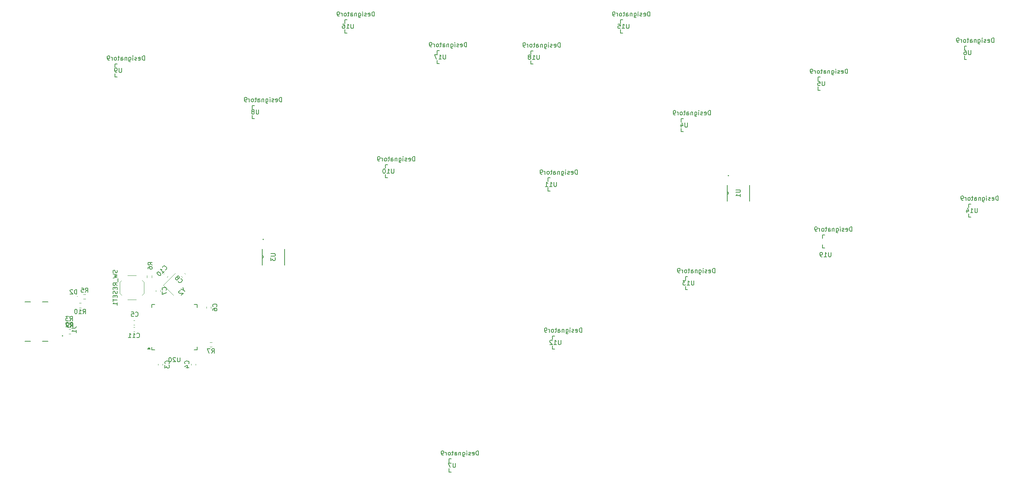
<source format=gbr>
%TF.GenerationSoftware,KiCad,Pcbnew,8.0.8*%
%TF.CreationDate,2025-02-16T17:42:49-08:00*%
%TF.ProjectId,MainBoard_RP2040,4d61696e-426f-4617-9264-5f5250323034,rev?*%
%TF.SameCoordinates,Original*%
%TF.FileFunction,Legend,Bot*%
%TF.FilePolarity,Positive*%
%FSLAX46Y46*%
G04 Gerber Fmt 4.6, Leading zero omitted, Abs format (unit mm)*
G04 Created by KiCad (PCBNEW 8.0.8) date 2025-02-16 17:42:49*
%MOMM*%
%LPD*%
G01*
G04 APERTURE LIST*
%ADD10C,0.150000*%
%ADD11C,0.120000*%
%ADD12C,0.200000*%
%ADD13C,0.152400*%
%ADD14C,0.100000*%
G04 APERTURE END LIST*
D10*
X55738094Y-105404819D02*
X55738094Y-106214342D01*
X55738094Y-106214342D02*
X55690475Y-106309580D01*
X55690475Y-106309580D02*
X55642856Y-106357200D01*
X55642856Y-106357200D02*
X55547618Y-106404819D01*
X55547618Y-106404819D02*
X55357142Y-106404819D01*
X55357142Y-106404819D02*
X55261904Y-106357200D01*
X55261904Y-106357200D02*
X55214285Y-106309580D01*
X55214285Y-106309580D02*
X55166666Y-106214342D01*
X55166666Y-106214342D02*
X55166666Y-105404819D01*
X54738094Y-105500057D02*
X54690475Y-105452438D01*
X54690475Y-105452438D02*
X54595237Y-105404819D01*
X54595237Y-105404819D02*
X54357142Y-105404819D01*
X54357142Y-105404819D02*
X54261904Y-105452438D01*
X54261904Y-105452438D02*
X54214285Y-105500057D01*
X54214285Y-105500057D02*
X54166666Y-105595295D01*
X54166666Y-105595295D02*
X54166666Y-105690533D01*
X54166666Y-105690533D02*
X54214285Y-105833390D01*
X54214285Y-105833390D02*
X54785713Y-106404819D01*
X54785713Y-106404819D02*
X54166666Y-106404819D01*
X53547618Y-105404819D02*
X53452380Y-105404819D01*
X53452380Y-105404819D02*
X53357142Y-105452438D01*
X53357142Y-105452438D02*
X53309523Y-105500057D01*
X53309523Y-105500057D02*
X53261904Y-105595295D01*
X53261904Y-105595295D02*
X53214285Y-105785771D01*
X53214285Y-105785771D02*
X53214285Y-106023866D01*
X53214285Y-106023866D02*
X53261904Y-106214342D01*
X53261904Y-106214342D02*
X53309523Y-106309580D01*
X53309523Y-106309580D02*
X53357142Y-106357200D01*
X53357142Y-106357200D02*
X53452380Y-106404819D01*
X53452380Y-106404819D02*
X53547618Y-106404819D01*
X53547618Y-106404819D02*
X53642856Y-106357200D01*
X53642856Y-106357200D02*
X53690475Y-106309580D01*
X53690475Y-106309580D02*
X53738094Y-106214342D01*
X53738094Y-106214342D02*
X53785713Y-106023866D01*
X53785713Y-106023866D02*
X53785713Y-105785771D01*
X53785713Y-105785771D02*
X53738094Y-105595295D01*
X53738094Y-105595295D02*
X53690475Y-105500057D01*
X53690475Y-105500057D02*
X53642856Y-105452438D01*
X53642856Y-105452438D02*
X53547618Y-105404819D01*
X171261904Y-51954822D02*
X171261904Y-52764345D01*
X171261904Y-52764345D02*
X171214285Y-52859583D01*
X171214285Y-52859583D02*
X171166666Y-52907203D01*
X171166666Y-52907203D02*
X171071428Y-52954822D01*
X171071428Y-52954822D02*
X170880952Y-52954822D01*
X170880952Y-52954822D02*
X170785714Y-52907203D01*
X170785714Y-52907203D02*
X170738095Y-52859583D01*
X170738095Y-52859583D02*
X170690476Y-52764345D01*
X170690476Y-52764345D02*
X170690476Y-51954822D01*
X169785714Y-52288155D02*
X169785714Y-52954822D01*
X170023809Y-51907203D02*
X170261904Y-52621488D01*
X170261904Y-52621488D02*
X169642857Y-52621488D01*
X176492285Y-50160822D02*
X176492285Y-49160822D01*
X176492285Y-49160822D02*
X176254190Y-49160822D01*
X176254190Y-49160822D02*
X176111333Y-49208441D01*
X176111333Y-49208441D02*
X176016095Y-49303679D01*
X176016095Y-49303679D02*
X175968476Y-49398917D01*
X175968476Y-49398917D02*
X175920857Y-49589393D01*
X175920857Y-49589393D02*
X175920857Y-49732250D01*
X175920857Y-49732250D02*
X175968476Y-49922726D01*
X175968476Y-49922726D02*
X176016095Y-50017964D01*
X176016095Y-50017964D02*
X176111333Y-50113203D01*
X176111333Y-50113203D02*
X176254190Y-50160822D01*
X176254190Y-50160822D02*
X176492285Y-50160822D01*
X175111333Y-50113203D02*
X175206571Y-50160822D01*
X175206571Y-50160822D02*
X175397047Y-50160822D01*
X175397047Y-50160822D02*
X175492285Y-50113203D01*
X175492285Y-50113203D02*
X175539904Y-50017964D01*
X175539904Y-50017964D02*
X175539904Y-49637012D01*
X175539904Y-49637012D02*
X175492285Y-49541774D01*
X175492285Y-49541774D02*
X175397047Y-49494155D01*
X175397047Y-49494155D02*
X175206571Y-49494155D01*
X175206571Y-49494155D02*
X175111333Y-49541774D01*
X175111333Y-49541774D02*
X175063714Y-49637012D01*
X175063714Y-49637012D02*
X175063714Y-49732250D01*
X175063714Y-49732250D02*
X175539904Y-49827488D01*
X174682761Y-50113203D02*
X174587523Y-50160822D01*
X174587523Y-50160822D02*
X174397047Y-50160822D01*
X174397047Y-50160822D02*
X174301809Y-50113203D01*
X174301809Y-50113203D02*
X174254190Y-50017964D01*
X174254190Y-50017964D02*
X174254190Y-49970345D01*
X174254190Y-49970345D02*
X174301809Y-49875107D01*
X174301809Y-49875107D02*
X174397047Y-49827488D01*
X174397047Y-49827488D02*
X174539904Y-49827488D01*
X174539904Y-49827488D02*
X174635142Y-49779869D01*
X174635142Y-49779869D02*
X174682761Y-49684631D01*
X174682761Y-49684631D02*
X174682761Y-49637012D01*
X174682761Y-49637012D02*
X174635142Y-49541774D01*
X174635142Y-49541774D02*
X174539904Y-49494155D01*
X174539904Y-49494155D02*
X174397047Y-49494155D01*
X174397047Y-49494155D02*
X174301809Y-49541774D01*
X173825618Y-50160822D02*
X173825618Y-49494155D01*
X173825618Y-49160822D02*
X173873237Y-49208441D01*
X173873237Y-49208441D02*
X173825618Y-49256060D01*
X173825618Y-49256060D02*
X173777999Y-49208441D01*
X173777999Y-49208441D02*
X173825618Y-49160822D01*
X173825618Y-49160822D02*
X173825618Y-49256060D01*
X172920857Y-49494155D02*
X172920857Y-50303679D01*
X172920857Y-50303679D02*
X172968476Y-50398917D01*
X172968476Y-50398917D02*
X173016095Y-50446536D01*
X173016095Y-50446536D02*
X173111333Y-50494155D01*
X173111333Y-50494155D02*
X173254190Y-50494155D01*
X173254190Y-50494155D02*
X173349428Y-50446536D01*
X172920857Y-50113203D02*
X173016095Y-50160822D01*
X173016095Y-50160822D02*
X173206571Y-50160822D01*
X173206571Y-50160822D02*
X173301809Y-50113203D01*
X173301809Y-50113203D02*
X173349428Y-50065583D01*
X173349428Y-50065583D02*
X173397047Y-49970345D01*
X173397047Y-49970345D02*
X173397047Y-49684631D01*
X173397047Y-49684631D02*
X173349428Y-49589393D01*
X173349428Y-49589393D02*
X173301809Y-49541774D01*
X173301809Y-49541774D02*
X173206571Y-49494155D01*
X173206571Y-49494155D02*
X173016095Y-49494155D01*
X173016095Y-49494155D02*
X172920857Y-49541774D01*
X172444666Y-49494155D02*
X172444666Y-50160822D01*
X172444666Y-49589393D02*
X172397047Y-49541774D01*
X172397047Y-49541774D02*
X172301809Y-49494155D01*
X172301809Y-49494155D02*
X172158952Y-49494155D01*
X172158952Y-49494155D02*
X172063714Y-49541774D01*
X172063714Y-49541774D02*
X172016095Y-49637012D01*
X172016095Y-49637012D02*
X172016095Y-50160822D01*
X171111333Y-50160822D02*
X171111333Y-49637012D01*
X171111333Y-49637012D02*
X171158952Y-49541774D01*
X171158952Y-49541774D02*
X171254190Y-49494155D01*
X171254190Y-49494155D02*
X171444666Y-49494155D01*
X171444666Y-49494155D02*
X171539904Y-49541774D01*
X171111333Y-50113203D02*
X171206571Y-50160822D01*
X171206571Y-50160822D02*
X171444666Y-50160822D01*
X171444666Y-50160822D02*
X171539904Y-50113203D01*
X171539904Y-50113203D02*
X171587523Y-50017964D01*
X171587523Y-50017964D02*
X171587523Y-49922726D01*
X171587523Y-49922726D02*
X171539904Y-49827488D01*
X171539904Y-49827488D02*
X171444666Y-49779869D01*
X171444666Y-49779869D02*
X171206571Y-49779869D01*
X171206571Y-49779869D02*
X171111333Y-49732250D01*
X170777999Y-49494155D02*
X170397047Y-49494155D01*
X170635142Y-49160822D02*
X170635142Y-50017964D01*
X170635142Y-50017964D02*
X170587523Y-50113203D01*
X170587523Y-50113203D02*
X170492285Y-50160822D01*
X170492285Y-50160822D02*
X170397047Y-50160822D01*
X169920856Y-50160822D02*
X170016094Y-50113203D01*
X170016094Y-50113203D02*
X170063713Y-50065583D01*
X170063713Y-50065583D02*
X170111332Y-49970345D01*
X170111332Y-49970345D02*
X170111332Y-49684631D01*
X170111332Y-49684631D02*
X170063713Y-49589393D01*
X170063713Y-49589393D02*
X170016094Y-49541774D01*
X170016094Y-49541774D02*
X169920856Y-49494155D01*
X169920856Y-49494155D02*
X169777999Y-49494155D01*
X169777999Y-49494155D02*
X169682761Y-49541774D01*
X169682761Y-49541774D02*
X169635142Y-49589393D01*
X169635142Y-49589393D02*
X169587523Y-49684631D01*
X169587523Y-49684631D02*
X169587523Y-49970345D01*
X169587523Y-49970345D02*
X169635142Y-50065583D01*
X169635142Y-50065583D02*
X169682761Y-50113203D01*
X169682761Y-50113203D02*
X169777999Y-50160822D01*
X169777999Y-50160822D02*
X169920856Y-50160822D01*
X169158951Y-50160822D02*
X169158951Y-49494155D01*
X169158951Y-49684631D02*
X169111332Y-49589393D01*
X169111332Y-49589393D02*
X169063713Y-49541774D01*
X169063713Y-49541774D02*
X168968475Y-49494155D01*
X168968475Y-49494155D02*
X168873237Y-49494155D01*
X168492284Y-50160822D02*
X168301808Y-50160822D01*
X168301808Y-50160822D02*
X168206570Y-50113203D01*
X168206570Y-50113203D02*
X168158951Y-50065583D01*
X168158951Y-50065583D02*
X168063713Y-49922726D01*
X168063713Y-49922726D02*
X168016094Y-49732250D01*
X168016094Y-49732250D02*
X168016094Y-49351298D01*
X168016094Y-49351298D02*
X168063713Y-49256060D01*
X168063713Y-49256060D02*
X168111332Y-49208441D01*
X168111332Y-49208441D02*
X168206570Y-49160822D01*
X168206570Y-49160822D02*
X168397046Y-49160822D01*
X168397046Y-49160822D02*
X168492284Y-49208441D01*
X168492284Y-49208441D02*
X168539903Y-49256060D01*
X168539903Y-49256060D02*
X168587522Y-49351298D01*
X168587522Y-49351298D02*
X168587522Y-49589393D01*
X168587522Y-49589393D02*
X168539903Y-49684631D01*
X168539903Y-49684631D02*
X168492284Y-49732250D01*
X168492284Y-49732250D02*
X168397046Y-49779869D01*
X168397046Y-49779869D02*
X168206570Y-49779869D01*
X168206570Y-49779869D02*
X168111332Y-49732250D01*
X168111332Y-49732250D02*
X168063713Y-49684631D01*
X168063713Y-49684631D02*
X168016094Y-49589393D01*
X142438094Y-101454819D02*
X142438094Y-102264342D01*
X142438094Y-102264342D02*
X142390475Y-102359580D01*
X142390475Y-102359580D02*
X142342856Y-102407200D01*
X142342856Y-102407200D02*
X142247618Y-102454819D01*
X142247618Y-102454819D02*
X142057142Y-102454819D01*
X142057142Y-102454819D02*
X141961904Y-102407200D01*
X141961904Y-102407200D02*
X141914285Y-102359580D01*
X141914285Y-102359580D02*
X141866666Y-102264342D01*
X141866666Y-102264342D02*
X141866666Y-101454819D01*
X140866666Y-102454819D02*
X141438094Y-102454819D01*
X141152380Y-102454819D02*
X141152380Y-101454819D01*
X141152380Y-101454819D02*
X141247618Y-101597676D01*
X141247618Y-101597676D02*
X141342856Y-101692914D01*
X141342856Y-101692914D02*
X141438094Y-101740533D01*
X140485713Y-101550057D02*
X140438094Y-101502438D01*
X140438094Y-101502438D02*
X140342856Y-101454819D01*
X140342856Y-101454819D02*
X140104761Y-101454819D01*
X140104761Y-101454819D02*
X140009523Y-101502438D01*
X140009523Y-101502438D02*
X139961904Y-101550057D01*
X139961904Y-101550057D02*
X139914285Y-101645295D01*
X139914285Y-101645295D02*
X139914285Y-101740533D01*
X139914285Y-101740533D02*
X139961904Y-101883390D01*
X139961904Y-101883390D02*
X140533332Y-102454819D01*
X140533332Y-102454819D02*
X139914285Y-102454819D01*
X147192285Y-99660819D02*
X147192285Y-98660819D01*
X147192285Y-98660819D02*
X146954190Y-98660819D01*
X146954190Y-98660819D02*
X146811333Y-98708438D01*
X146811333Y-98708438D02*
X146716095Y-98803676D01*
X146716095Y-98803676D02*
X146668476Y-98898914D01*
X146668476Y-98898914D02*
X146620857Y-99089390D01*
X146620857Y-99089390D02*
X146620857Y-99232247D01*
X146620857Y-99232247D02*
X146668476Y-99422723D01*
X146668476Y-99422723D02*
X146716095Y-99517961D01*
X146716095Y-99517961D02*
X146811333Y-99613200D01*
X146811333Y-99613200D02*
X146954190Y-99660819D01*
X146954190Y-99660819D02*
X147192285Y-99660819D01*
X145811333Y-99613200D02*
X145906571Y-99660819D01*
X145906571Y-99660819D02*
X146097047Y-99660819D01*
X146097047Y-99660819D02*
X146192285Y-99613200D01*
X146192285Y-99613200D02*
X146239904Y-99517961D01*
X146239904Y-99517961D02*
X146239904Y-99137009D01*
X146239904Y-99137009D02*
X146192285Y-99041771D01*
X146192285Y-99041771D02*
X146097047Y-98994152D01*
X146097047Y-98994152D02*
X145906571Y-98994152D01*
X145906571Y-98994152D02*
X145811333Y-99041771D01*
X145811333Y-99041771D02*
X145763714Y-99137009D01*
X145763714Y-99137009D02*
X145763714Y-99232247D01*
X145763714Y-99232247D02*
X146239904Y-99327485D01*
X145382761Y-99613200D02*
X145287523Y-99660819D01*
X145287523Y-99660819D02*
X145097047Y-99660819D01*
X145097047Y-99660819D02*
X145001809Y-99613200D01*
X145001809Y-99613200D02*
X144954190Y-99517961D01*
X144954190Y-99517961D02*
X144954190Y-99470342D01*
X144954190Y-99470342D02*
X145001809Y-99375104D01*
X145001809Y-99375104D02*
X145097047Y-99327485D01*
X145097047Y-99327485D02*
X145239904Y-99327485D01*
X145239904Y-99327485D02*
X145335142Y-99279866D01*
X145335142Y-99279866D02*
X145382761Y-99184628D01*
X145382761Y-99184628D02*
X145382761Y-99137009D01*
X145382761Y-99137009D02*
X145335142Y-99041771D01*
X145335142Y-99041771D02*
X145239904Y-98994152D01*
X145239904Y-98994152D02*
X145097047Y-98994152D01*
X145097047Y-98994152D02*
X145001809Y-99041771D01*
X144525618Y-99660819D02*
X144525618Y-98994152D01*
X144525618Y-98660819D02*
X144573237Y-98708438D01*
X144573237Y-98708438D02*
X144525618Y-98756057D01*
X144525618Y-98756057D02*
X144477999Y-98708438D01*
X144477999Y-98708438D02*
X144525618Y-98660819D01*
X144525618Y-98660819D02*
X144525618Y-98756057D01*
X143620857Y-98994152D02*
X143620857Y-99803676D01*
X143620857Y-99803676D02*
X143668476Y-99898914D01*
X143668476Y-99898914D02*
X143716095Y-99946533D01*
X143716095Y-99946533D02*
X143811333Y-99994152D01*
X143811333Y-99994152D02*
X143954190Y-99994152D01*
X143954190Y-99994152D02*
X144049428Y-99946533D01*
X143620857Y-99613200D02*
X143716095Y-99660819D01*
X143716095Y-99660819D02*
X143906571Y-99660819D01*
X143906571Y-99660819D02*
X144001809Y-99613200D01*
X144001809Y-99613200D02*
X144049428Y-99565580D01*
X144049428Y-99565580D02*
X144097047Y-99470342D01*
X144097047Y-99470342D02*
X144097047Y-99184628D01*
X144097047Y-99184628D02*
X144049428Y-99089390D01*
X144049428Y-99089390D02*
X144001809Y-99041771D01*
X144001809Y-99041771D02*
X143906571Y-98994152D01*
X143906571Y-98994152D02*
X143716095Y-98994152D01*
X143716095Y-98994152D02*
X143620857Y-99041771D01*
X143144666Y-98994152D02*
X143144666Y-99660819D01*
X143144666Y-99089390D02*
X143097047Y-99041771D01*
X143097047Y-99041771D02*
X143001809Y-98994152D01*
X143001809Y-98994152D02*
X142858952Y-98994152D01*
X142858952Y-98994152D02*
X142763714Y-99041771D01*
X142763714Y-99041771D02*
X142716095Y-99137009D01*
X142716095Y-99137009D02*
X142716095Y-99660819D01*
X141811333Y-99660819D02*
X141811333Y-99137009D01*
X141811333Y-99137009D02*
X141858952Y-99041771D01*
X141858952Y-99041771D02*
X141954190Y-98994152D01*
X141954190Y-98994152D02*
X142144666Y-98994152D01*
X142144666Y-98994152D02*
X142239904Y-99041771D01*
X141811333Y-99613200D02*
X141906571Y-99660819D01*
X141906571Y-99660819D02*
X142144666Y-99660819D01*
X142144666Y-99660819D02*
X142239904Y-99613200D01*
X142239904Y-99613200D02*
X142287523Y-99517961D01*
X142287523Y-99517961D02*
X142287523Y-99422723D01*
X142287523Y-99422723D02*
X142239904Y-99327485D01*
X142239904Y-99327485D02*
X142144666Y-99279866D01*
X142144666Y-99279866D02*
X141906571Y-99279866D01*
X141906571Y-99279866D02*
X141811333Y-99232247D01*
X141477999Y-98994152D02*
X141097047Y-98994152D01*
X141335142Y-98660819D02*
X141335142Y-99517961D01*
X141335142Y-99517961D02*
X141287523Y-99613200D01*
X141287523Y-99613200D02*
X141192285Y-99660819D01*
X141192285Y-99660819D02*
X141097047Y-99660819D01*
X140620856Y-99660819D02*
X140716094Y-99613200D01*
X140716094Y-99613200D02*
X140763713Y-99565580D01*
X140763713Y-99565580D02*
X140811332Y-99470342D01*
X140811332Y-99470342D02*
X140811332Y-99184628D01*
X140811332Y-99184628D02*
X140763713Y-99089390D01*
X140763713Y-99089390D02*
X140716094Y-99041771D01*
X140716094Y-99041771D02*
X140620856Y-98994152D01*
X140620856Y-98994152D02*
X140477999Y-98994152D01*
X140477999Y-98994152D02*
X140382761Y-99041771D01*
X140382761Y-99041771D02*
X140335142Y-99089390D01*
X140335142Y-99089390D02*
X140287523Y-99184628D01*
X140287523Y-99184628D02*
X140287523Y-99470342D01*
X140287523Y-99470342D02*
X140335142Y-99565580D01*
X140335142Y-99565580D02*
X140382761Y-99613200D01*
X140382761Y-99613200D02*
X140477999Y-99660819D01*
X140477999Y-99660819D02*
X140620856Y-99660819D01*
X139858951Y-99660819D02*
X139858951Y-98994152D01*
X139858951Y-99184628D02*
X139811332Y-99089390D01*
X139811332Y-99089390D02*
X139763713Y-99041771D01*
X139763713Y-99041771D02*
X139668475Y-98994152D01*
X139668475Y-98994152D02*
X139573237Y-98994152D01*
X139192284Y-99660819D02*
X139001808Y-99660819D01*
X139001808Y-99660819D02*
X138906570Y-99613200D01*
X138906570Y-99613200D02*
X138858951Y-99565580D01*
X138858951Y-99565580D02*
X138763713Y-99422723D01*
X138763713Y-99422723D02*
X138716094Y-99232247D01*
X138716094Y-99232247D02*
X138716094Y-98851295D01*
X138716094Y-98851295D02*
X138763713Y-98756057D01*
X138763713Y-98756057D02*
X138811332Y-98708438D01*
X138811332Y-98708438D02*
X138906570Y-98660819D01*
X138906570Y-98660819D02*
X139097046Y-98660819D01*
X139097046Y-98660819D02*
X139192284Y-98708438D01*
X139192284Y-98708438D02*
X139239903Y-98756057D01*
X139239903Y-98756057D02*
X139287522Y-98851295D01*
X139287522Y-98851295D02*
X139287522Y-99089390D01*
X139287522Y-99089390D02*
X139239903Y-99184628D01*
X139239903Y-99184628D02*
X139192284Y-99232247D01*
X139192284Y-99232247D02*
X139097046Y-99279866D01*
X139097046Y-99279866D02*
X138906570Y-99279866D01*
X138906570Y-99279866D02*
X138811332Y-99232247D01*
X138811332Y-99232247D02*
X138763713Y-99184628D01*
X138763713Y-99184628D02*
X138716094Y-99089390D01*
X52589580Y-90058333D02*
X52637200Y-90010714D01*
X52637200Y-90010714D02*
X52684819Y-89867857D01*
X52684819Y-89867857D02*
X52684819Y-89772619D01*
X52684819Y-89772619D02*
X52637200Y-89629762D01*
X52637200Y-89629762D02*
X52541961Y-89534524D01*
X52541961Y-89534524D02*
X52446723Y-89486905D01*
X52446723Y-89486905D02*
X52256247Y-89439286D01*
X52256247Y-89439286D02*
X52113390Y-89439286D01*
X52113390Y-89439286D02*
X51922914Y-89486905D01*
X51922914Y-89486905D02*
X51827676Y-89534524D01*
X51827676Y-89534524D02*
X51732438Y-89629762D01*
X51732438Y-89629762D02*
X51684819Y-89772619D01*
X51684819Y-89772619D02*
X51684819Y-89867857D01*
X51684819Y-89867857D02*
X51732438Y-90010714D01*
X51732438Y-90010714D02*
X51780057Y-90058333D01*
X51684819Y-90391667D02*
X51684819Y-91058333D01*
X51684819Y-91058333D02*
X52684819Y-90629762D01*
X52407789Y-85473312D02*
X52475133Y-85473312D01*
X52475133Y-85473312D02*
X52609820Y-85405968D01*
X52609820Y-85405968D02*
X52677163Y-85338625D01*
X52677163Y-85338625D02*
X52744507Y-85203938D01*
X52744507Y-85203938D02*
X52744507Y-85069251D01*
X52744507Y-85069251D02*
X52710835Y-84968236D01*
X52710835Y-84968236D02*
X52609820Y-84799877D01*
X52609820Y-84799877D02*
X52508805Y-84698862D01*
X52508805Y-84698862D02*
X52340446Y-84597846D01*
X52340446Y-84597846D02*
X52239431Y-84564175D01*
X52239431Y-84564175D02*
X52104744Y-84564175D01*
X52104744Y-84564175D02*
X51970057Y-84631518D01*
X51970057Y-84631518D02*
X51902713Y-84698862D01*
X51902713Y-84698862D02*
X51835370Y-84833549D01*
X51835370Y-84833549D02*
X51835370Y-84900892D01*
X51801698Y-86214090D02*
X52205759Y-85810029D01*
X52003728Y-86012060D02*
X51296622Y-85304953D01*
X51296622Y-85304953D02*
X51464980Y-85338625D01*
X51464980Y-85338625D02*
X51599667Y-85338625D01*
X51599667Y-85338625D02*
X51700683Y-85304953D01*
X50656858Y-85944717D02*
X50589515Y-86012060D01*
X50589515Y-86012060D02*
X50555843Y-86113075D01*
X50555843Y-86113075D02*
X50555843Y-86180419D01*
X50555843Y-86180419D02*
X50589515Y-86281434D01*
X50589515Y-86281434D02*
X50690530Y-86449793D01*
X50690530Y-86449793D02*
X50858889Y-86618152D01*
X50858889Y-86618152D02*
X51027247Y-86719167D01*
X51027247Y-86719167D02*
X51128263Y-86752839D01*
X51128263Y-86752839D02*
X51195606Y-86752839D01*
X51195606Y-86752839D02*
X51296621Y-86719167D01*
X51296621Y-86719167D02*
X51363965Y-86651823D01*
X51363965Y-86651823D02*
X51397637Y-86550808D01*
X51397637Y-86550808D02*
X51397637Y-86483465D01*
X51397637Y-86483465D02*
X51363965Y-86382449D01*
X51363965Y-86382449D02*
X51262950Y-86214091D01*
X51262950Y-86214091D02*
X51094591Y-86045732D01*
X51094591Y-86045732D02*
X50926232Y-85944717D01*
X50926232Y-85944717D02*
X50825217Y-85911045D01*
X50825217Y-85911045D02*
X50757873Y-85911045D01*
X50757873Y-85911045D02*
X50656858Y-85944717D01*
X235761904Y-35454822D02*
X235761904Y-36264345D01*
X235761904Y-36264345D02*
X235714285Y-36359583D01*
X235714285Y-36359583D02*
X235666666Y-36407203D01*
X235666666Y-36407203D02*
X235571428Y-36454822D01*
X235571428Y-36454822D02*
X235380952Y-36454822D01*
X235380952Y-36454822D02*
X235285714Y-36407203D01*
X235285714Y-36407203D02*
X235238095Y-36359583D01*
X235238095Y-36359583D02*
X235190476Y-36264345D01*
X235190476Y-36264345D02*
X235190476Y-35454822D01*
X234285714Y-35454822D02*
X234476190Y-35454822D01*
X234476190Y-35454822D02*
X234571428Y-35502441D01*
X234571428Y-35502441D02*
X234619047Y-35550060D01*
X234619047Y-35550060D02*
X234714285Y-35692917D01*
X234714285Y-35692917D02*
X234761904Y-35883393D01*
X234761904Y-35883393D02*
X234761904Y-36264345D01*
X234761904Y-36264345D02*
X234714285Y-36359583D01*
X234714285Y-36359583D02*
X234666666Y-36407203D01*
X234666666Y-36407203D02*
X234571428Y-36454822D01*
X234571428Y-36454822D02*
X234380952Y-36454822D01*
X234380952Y-36454822D02*
X234285714Y-36407203D01*
X234285714Y-36407203D02*
X234238095Y-36359583D01*
X234238095Y-36359583D02*
X234190476Y-36264345D01*
X234190476Y-36264345D02*
X234190476Y-36026250D01*
X234190476Y-36026250D02*
X234238095Y-35931012D01*
X234238095Y-35931012D02*
X234285714Y-35883393D01*
X234285714Y-35883393D02*
X234380952Y-35835774D01*
X234380952Y-35835774D02*
X234571428Y-35835774D01*
X234571428Y-35835774D02*
X234666666Y-35883393D01*
X234666666Y-35883393D02*
X234714285Y-35931012D01*
X234714285Y-35931012D02*
X234761904Y-36026250D01*
X240992285Y-33660822D02*
X240992285Y-32660822D01*
X240992285Y-32660822D02*
X240754190Y-32660822D01*
X240754190Y-32660822D02*
X240611333Y-32708441D01*
X240611333Y-32708441D02*
X240516095Y-32803679D01*
X240516095Y-32803679D02*
X240468476Y-32898917D01*
X240468476Y-32898917D02*
X240420857Y-33089393D01*
X240420857Y-33089393D02*
X240420857Y-33232250D01*
X240420857Y-33232250D02*
X240468476Y-33422726D01*
X240468476Y-33422726D02*
X240516095Y-33517964D01*
X240516095Y-33517964D02*
X240611333Y-33613203D01*
X240611333Y-33613203D02*
X240754190Y-33660822D01*
X240754190Y-33660822D02*
X240992285Y-33660822D01*
X239611333Y-33613203D02*
X239706571Y-33660822D01*
X239706571Y-33660822D02*
X239897047Y-33660822D01*
X239897047Y-33660822D02*
X239992285Y-33613203D01*
X239992285Y-33613203D02*
X240039904Y-33517964D01*
X240039904Y-33517964D02*
X240039904Y-33137012D01*
X240039904Y-33137012D02*
X239992285Y-33041774D01*
X239992285Y-33041774D02*
X239897047Y-32994155D01*
X239897047Y-32994155D02*
X239706571Y-32994155D01*
X239706571Y-32994155D02*
X239611333Y-33041774D01*
X239611333Y-33041774D02*
X239563714Y-33137012D01*
X239563714Y-33137012D02*
X239563714Y-33232250D01*
X239563714Y-33232250D02*
X240039904Y-33327488D01*
X239182761Y-33613203D02*
X239087523Y-33660822D01*
X239087523Y-33660822D02*
X238897047Y-33660822D01*
X238897047Y-33660822D02*
X238801809Y-33613203D01*
X238801809Y-33613203D02*
X238754190Y-33517964D01*
X238754190Y-33517964D02*
X238754190Y-33470345D01*
X238754190Y-33470345D02*
X238801809Y-33375107D01*
X238801809Y-33375107D02*
X238897047Y-33327488D01*
X238897047Y-33327488D02*
X239039904Y-33327488D01*
X239039904Y-33327488D02*
X239135142Y-33279869D01*
X239135142Y-33279869D02*
X239182761Y-33184631D01*
X239182761Y-33184631D02*
X239182761Y-33137012D01*
X239182761Y-33137012D02*
X239135142Y-33041774D01*
X239135142Y-33041774D02*
X239039904Y-32994155D01*
X239039904Y-32994155D02*
X238897047Y-32994155D01*
X238897047Y-32994155D02*
X238801809Y-33041774D01*
X238325618Y-33660822D02*
X238325618Y-32994155D01*
X238325618Y-32660822D02*
X238373237Y-32708441D01*
X238373237Y-32708441D02*
X238325618Y-32756060D01*
X238325618Y-32756060D02*
X238277999Y-32708441D01*
X238277999Y-32708441D02*
X238325618Y-32660822D01*
X238325618Y-32660822D02*
X238325618Y-32756060D01*
X237420857Y-32994155D02*
X237420857Y-33803679D01*
X237420857Y-33803679D02*
X237468476Y-33898917D01*
X237468476Y-33898917D02*
X237516095Y-33946536D01*
X237516095Y-33946536D02*
X237611333Y-33994155D01*
X237611333Y-33994155D02*
X237754190Y-33994155D01*
X237754190Y-33994155D02*
X237849428Y-33946536D01*
X237420857Y-33613203D02*
X237516095Y-33660822D01*
X237516095Y-33660822D02*
X237706571Y-33660822D01*
X237706571Y-33660822D02*
X237801809Y-33613203D01*
X237801809Y-33613203D02*
X237849428Y-33565583D01*
X237849428Y-33565583D02*
X237897047Y-33470345D01*
X237897047Y-33470345D02*
X237897047Y-33184631D01*
X237897047Y-33184631D02*
X237849428Y-33089393D01*
X237849428Y-33089393D02*
X237801809Y-33041774D01*
X237801809Y-33041774D02*
X237706571Y-32994155D01*
X237706571Y-32994155D02*
X237516095Y-32994155D01*
X237516095Y-32994155D02*
X237420857Y-33041774D01*
X236944666Y-32994155D02*
X236944666Y-33660822D01*
X236944666Y-33089393D02*
X236897047Y-33041774D01*
X236897047Y-33041774D02*
X236801809Y-32994155D01*
X236801809Y-32994155D02*
X236658952Y-32994155D01*
X236658952Y-32994155D02*
X236563714Y-33041774D01*
X236563714Y-33041774D02*
X236516095Y-33137012D01*
X236516095Y-33137012D02*
X236516095Y-33660822D01*
X235611333Y-33660822D02*
X235611333Y-33137012D01*
X235611333Y-33137012D02*
X235658952Y-33041774D01*
X235658952Y-33041774D02*
X235754190Y-32994155D01*
X235754190Y-32994155D02*
X235944666Y-32994155D01*
X235944666Y-32994155D02*
X236039904Y-33041774D01*
X235611333Y-33613203D02*
X235706571Y-33660822D01*
X235706571Y-33660822D02*
X235944666Y-33660822D01*
X235944666Y-33660822D02*
X236039904Y-33613203D01*
X236039904Y-33613203D02*
X236087523Y-33517964D01*
X236087523Y-33517964D02*
X236087523Y-33422726D01*
X236087523Y-33422726D02*
X236039904Y-33327488D01*
X236039904Y-33327488D02*
X235944666Y-33279869D01*
X235944666Y-33279869D02*
X235706571Y-33279869D01*
X235706571Y-33279869D02*
X235611333Y-33232250D01*
X235277999Y-32994155D02*
X234897047Y-32994155D01*
X235135142Y-32660822D02*
X235135142Y-33517964D01*
X235135142Y-33517964D02*
X235087523Y-33613203D01*
X235087523Y-33613203D02*
X234992285Y-33660822D01*
X234992285Y-33660822D02*
X234897047Y-33660822D01*
X234420856Y-33660822D02*
X234516094Y-33613203D01*
X234516094Y-33613203D02*
X234563713Y-33565583D01*
X234563713Y-33565583D02*
X234611332Y-33470345D01*
X234611332Y-33470345D02*
X234611332Y-33184631D01*
X234611332Y-33184631D02*
X234563713Y-33089393D01*
X234563713Y-33089393D02*
X234516094Y-33041774D01*
X234516094Y-33041774D02*
X234420856Y-32994155D01*
X234420856Y-32994155D02*
X234277999Y-32994155D01*
X234277999Y-32994155D02*
X234182761Y-33041774D01*
X234182761Y-33041774D02*
X234135142Y-33089393D01*
X234135142Y-33089393D02*
X234087523Y-33184631D01*
X234087523Y-33184631D02*
X234087523Y-33470345D01*
X234087523Y-33470345D02*
X234135142Y-33565583D01*
X234135142Y-33565583D02*
X234182761Y-33613203D01*
X234182761Y-33613203D02*
X234277999Y-33660822D01*
X234277999Y-33660822D02*
X234420856Y-33660822D01*
X233658951Y-33660822D02*
X233658951Y-32994155D01*
X233658951Y-33184631D02*
X233611332Y-33089393D01*
X233611332Y-33089393D02*
X233563713Y-33041774D01*
X233563713Y-33041774D02*
X233468475Y-32994155D01*
X233468475Y-32994155D02*
X233373237Y-32994155D01*
X232992284Y-33660822D02*
X232801808Y-33660822D01*
X232801808Y-33660822D02*
X232706570Y-33613203D01*
X232706570Y-33613203D02*
X232658951Y-33565583D01*
X232658951Y-33565583D02*
X232563713Y-33422726D01*
X232563713Y-33422726D02*
X232516094Y-33232250D01*
X232516094Y-33232250D02*
X232516094Y-32851298D01*
X232516094Y-32851298D02*
X232563713Y-32756060D01*
X232563713Y-32756060D02*
X232611332Y-32708441D01*
X232611332Y-32708441D02*
X232706570Y-32660822D01*
X232706570Y-32660822D02*
X232897046Y-32660822D01*
X232897046Y-32660822D02*
X232992284Y-32708441D01*
X232992284Y-32708441D02*
X233039903Y-32756060D01*
X233039903Y-32756060D02*
X233087522Y-32851298D01*
X233087522Y-32851298D02*
X233087522Y-33089393D01*
X233087522Y-33089393D02*
X233039903Y-33184631D01*
X233039903Y-33184631D02*
X232992284Y-33232250D01*
X232992284Y-33232250D02*
X232897046Y-33279869D01*
X232897046Y-33279869D02*
X232706570Y-33279869D01*
X232706570Y-33279869D02*
X232611332Y-33232250D01*
X232611332Y-33232250D02*
X232563713Y-33184631D01*
X232563713Y-33184631D02*
X232516094Y-33089393D01*
X30706666Y-97064819D02*
X31039999Y-96588628D01*
X31278094Y-97064819D02*
X31278094Y-96064819D01*
X31278094Y-96064819D02*
X30897142Y-96064819D01*
X30897142Y-96064819D02*
X30801904Y-96112438D01*
X30801904Y-96112438D02*
X30754285Y-96160057D01*
X30754285Y-96160057D02*
X30706666Y-96255295D01*
X30706666Y-96255295D02*
X30706666Y-96398152D01*
X30706666Y-96398152D02*
X30754285Y-96493390D01*
X30754285Y-96493390D02*
X30801904Y-96541009D01*
X30801904Y-96541009D02*
X30897142Y-96588628D01*
X30897142Y-96588628D02*
X31278094Y-96588628D01*
X30373332Y-96064819D02*
X29754285Y-96064819D01*
X29754285Y-96064819D02*
X30087618Y-96445771D01*
X30087618Y-96445771D02*
X29944761Y-96445771D01*
X29944761Y-96445771D02*
X29849523Y-96493390D01*
X29849523Y-96493390D02*
X29801904Y-96541009D01*
X29801904Y-96541009D02*
X29754285Y-96636247D01*
X29754285Y-96636247D02*
X29754285Y-96874342D01*
X29754285Y-96874342D02*
X29801904Y-96969580D01*
X29801904Y-96969580D02*
X29849523Y-97017200D01*
X29849523Y-97017200D02*
X29944761Y-97064819D01*
X29944761Y-97064819D02*
X30230475Y-97064819D01*
X30230475Y-97064819D02*
X30325713Y-97017200D01*
X30325713Y-97017200D02*
X30373332Y-96969580D01*
X30841666Y-98524819D02*
X31174999Y-98048628D01*
X31413094Y-98524819D02*
X31413094Y-97524819D01*
X31413094Y-97524819D02*
X31032142Y-97524819D01*
X31032142Y-97524819D02*
X30936904Y-97572438D01*
X30936904Y-97572438D02*
X30889285Y-97620057D01*
X30889285Y-97620057D02*
X30841666Y-97715295D01*
X30841666Y-97715295D02*
X30841666Y-97858152D01*
X30841666Y-97858152D02*
X30889285Y-97953390D01*
X30889285Y-97953390D02*
X30936904Y-98001009D01*
X30936904Y-98001009D02*
X31032142Y-98048628D01*
X31032142Y-98048628D02*
X31413094Y-98048628D01*
X30365475Y-98524819D02*
X30174999Y-98524819D01*
X30174999Y-98524819D02*
X30079761Y-98477200D01*
X30079761Y-98477200D02*
X30032142Y-98429580D01*
X30032142Y-98429580D02*
X29936904Y-98286723D01*
X29936904Y-98286723D02*
X29889285Y-98096247D01*
X29889285Y-98096247D02*
X29889285Y-97715295D01*
X29889285Y-97715295D02*
X29936904Y-97620057D01*
X29936904Y-97620057D02*
X29984523Y-97572438D01*
X29984523Y-97572438D02*
X30079761Y-97524819D01*
X30079761Y-97524819D02*
X30270237Y-97524819D01*
X30270237Y-97524819D02*
X30365475Y-97572438D01*
X30365475Y-97572438D02*
X30413094Y-97620057D01*
X30413094Y-97620057D02*
X30460713Y-97715295D01*
X30460713Y-97715295D02*
X30460713Y-97953390D01*
X30460713Y-97953390D02*
X30413094Y-98048628D01*
X30413094Y-98048628D02*
X30365475Y-98096247D01*
X30365475Y-98096247D02*
X30270237Y-98143866D01*
X30270237Y-98143866D02*
X30079761Y-98143866D01*
X30079761Y-98143866D02*
X29984523Y-98096247D01*
X29984523Y-98096247D02*
X29936904Y-98048628D01*
X29936904Y-98048628D02*
X29889285Y-97953390D01*
X41457200Y-85523809D02*
X41504819Y-85666666D01*
X41504819Y-85666666D02*
X41504819Y-85904761D01*
X41504819Y-85904761D02*
X41457200Y-85999999D01*
X41457200Y-85999999D02*
X41409580Y-86047618D01*
X41409580Y-86047618D02*
X41314342Y-86095237D01*
X41314342Y-86095237D02*
X41219104Y-86095237D01*
X41219104Y-86095237D02*
X41123866Y-86047618D01*
X41123866Y-86047618D02*
X41076247Y-85999999D01*
X41076247Y-85999999D02*
X41028628Y-85904761D01*
X41028628Y-85904761D02*
X40981009Y-85714285D01*
X40981009Y-85714285D02*
X40933390Y-85619047D01*
X40933390Y-85619047D02*
X40885771Y-85571428D01*
X40885771Y-85571428D02*
X40790533Y-85523809D01*
X40790533Y-85523809D02*
X40695295Y-85523809D01*
X40695295Y-85523809D02*
X40600057Y-85571428D01*
X40600057Y-85571428D02*
X40552438Y-85619047D01*
X40552438Y-85619047D02*
X40504819Y-85714285D01*
X40504819Y-85714285D02*
X40504819Y-85952380D01*
X40504819Y-85952380D02*
X40552438Y-86095237D01*
X40504819Y-86428571D02*
X41504819Y-86666666D01*
X41504819Y-86666666D02*
X40790533Y-86857142D01*
X40790533Y-86857142D02*
X41504819Y-87047618D01*
X41504819Y-87047618D02*
X40504819Y-87285714D01*
X41600057Y-87428571D02*
X41600057Y-88190475D01*
X41504819Y-88999999D02*
X41028628Y-88666666D01*
X41504819Y-88428571D02*
X40504819Y-88428571D01*
X40504819Y-88428571D02*
X40504819Y-88809523D01*
X40504819Y-88809523D02*
X40552438Y-88904761D01*
X40552438Y-88904761D02*
X40600057Y-88952380D01*
X40600057Y-88952380D02*
X40695295Y-88999999D01*
X40695295Y-88999999D02*
X40838152Y-88999999D01*
X40838152Y-88999999D02*
X40933390Y-88952380D01*
X40933390Y-88952380D02*
X40981009Y-88904761D01*
X40981009Y-88904761D02*
X41028628Y-88809523D01*
X41028628Y-88809523D02*
X41028628Y-88428571D01*
X40981009Y-89428571D02*
X40981009Y-89761904D01*
X41504819Y-89904761D02*
X41504819Y-89428571D01*
X41504819Y-89428571D02*
X40504819Y-89428571D01*
X40504819Y-89428571D02*
X40504819Y-89904761D01*
X41457200Y-90285714D02*
X41504819Y-90428571D01*
X41504819Y-90428571D02*
X41504819Y-90666666D01*
X41504819Y-90666666D02*
X41457200Y-90761904D01*
X41457200Y-90761904D02*
X41409580Y-90809523D01*
X41409580Y-90809523D02*
X41314342Y-90857142D01*
X41314342Y-90857142D02*
X41219104Y-90857142D01*
X41219104Y-90857142D02*
X41123866Y-90809523D01*
X41123866Y-90809523D02*
X41076247Y-90761904D01*
X41076247Y-90761904D02*
X41028628Y-90666666D01*
X41028628Y-90666666D02*
X40981009Y-90476190D01*
X40981009Y-90476190D02*
X40933390Y-90380952D01*
X40933390Y-90380952D02*
X40885771Y-90333333D01*
X40885771Y-90333333D02*
X40790533Y-90285714D01*
X40790533Y-90285714D02*
X40695295Y-90285714D01*
X40695295Y-90285714D02*
X40600057Y-90333333D01*
X40600057Y-90333333D02*
X40552438Y-90380952D01*
X40552438Y-90380952D02*
X40504819Y-90476190D01*
X40504819Y-90476190D02*
X40504819Y-90714285D01*
X40504819Y-90714285D02*
X40552438Y-90857142D01*
X40981009Y-91285714D02*
X40981009Y-91619047D01*
X41504819Y-91761904D02*
X41504819Y-91285714D01*
X41504819Y-91285714D02*
X40504819Y-91285714D01*
X40504819Y-91285714D02*
X40504819Y-91761904D01*
X40504819Y-92047619D02*
X40504819Y-92619047D01*
X41504819Y-92333333D02*
X40504819Y-92333333D01*
X41504819Y-93476190D02*
X41504819Y-92904762D01*
X41504819Y-93190476D02*
X40504819Y-93190476D01*
X40504819Y-93190476D02*
X40647676Y-93095238D01*
X40647676Y-93095238D02*
X40742914Y-93000000D01*
X40742914Y-93000000D02*
X40790533Y-92904762D01*
X31129819Y-98731666D02*
X31844104Y-98731666D01*
X31844104Y-98731666D02*
X31986961Y-98684047D01*
X31986961Y-98684047D02*
X32082200Y-98588809D01*
X32082200Y-98588809D02*
X32129819Y-98445952D01*
X32129819Y-98445952D02*
X32129819Y-98350714D01*
X32129819Y-99731666D02*
X32129819Y-99160238D01*
X32129819Y-99445952D02*
X31129819Y-99445952D01*
X31129819Y-99445952D02*
X31272676Y-99350714D01*
X31272676Y-99350714D02*
X31367914Y-99255476D01*
X31367914Y-99255476D02*
X31415533Y-99160238D01*
X53233580Y-106833333D02*
X53281200Y-106785714D01*
X53281200Y-106785714D02*
X53328819Y-106642857D01*
X53328819Y-106642857D02*
X53328819Y-106547619D01*
X53328819Y-106547619D02*
X53281200Y-106404762D01*
X53281200Y-106404762D02*
X53185961Y-106309524D01*
X53185961Y-106309524D02*
X53090723Y-106261905D01*
X53090723Y-106261905D02*
X52900247Y-106214286D01*
X52900247Y-106214286D02*
X52757390Y-106214286D01*
X52757390Y-106214286D02*
X52566914Y-106261905D01*
X52566914Y-106261905D02*
X52471676Y-106309524D01*
X52471676Y-106309524D02*
X52376438Y-106404762D01*
X52376438Y-106404762D02*
X52328819Y-106547619D01*
X52328819Y-106547619D02*
X52328819Y-106642857D01*
X52328819Y-106642857D02*
X52376438Y-106785714D01*
X52376438Y-106785714D02*
X52424057Y-106833333D01*
X52328819Y-107166667D02*
X52328819Y-107785714D01*
X52328819Y-107785714D02*
X52709771Y-107452381D01*
X52709771Y-107452381D02*
X52709771Y-107595238D01*
X52709771Y-107595238D02*
X52757390Y-107690476D01*
X52757390Y-107690476D02*
X52805009Y-107738095D01*
X52805009Y-107738095D02*
X52900247Y-107785714D01*
X52900247Y-107785714D02*
X53138342Y-107785714D01*
X53138342Y-107785714D02*
X53233580Y-107738095D01*
X53233580Y-107738095D02*
X53281200Y-107690476D01*
X53281200Y-107690476D02*
X53328819Y-107595238D01*
X53328819Y-107595238D02*
X53328819Y-107309524D01*
X53328819Y-107309524D02*
X53281200Y-107214286D01*
X53281200Y-107214286D02*
X53233580Y-107166667D01*
X55364557Y-88039772D02*
X55364557Y-88107116D01*
X55364557Y-88107116D02*
X55431901Y-88241803D01*
X55431901Y-88241803D02*
X55499244Y-88309146D01*
X55499244Y-88309146D02*
X55633931Y-88376490D01*
X55633931Y-88376490D02*
X55768618Y-88376490D01*
X55768618Y-88376490D02*
X55869633Y-88342818D01*
X55869633Y-88342818D02*
X56037992Y-88241803D01*
X56037992Y-88241803D02*
X56139007Y-88140788D01*
X56139007Y-88140788D02*
X56240023Y-87972429D01*
X56240023Y-87972429D02*
X56273694Y-87871414D01*
X56273694Y-87871414D02*
X56273694Y-87736727D01*
X56273694Y-87736727D02*
X56206351Y-87602040D01*
X56206351Y-87602040D02*
X56139007Y-87534696D01*
X56139007Y-87534696D02*
X56004320Y-87467353D01*
X56004320Y-87467353D02*
X55936977Y-87467353D01*
X55297214Y-87298994D02*
X55398229Y-87332666D01*
X55398229Y-87332666D02*
X55465572Y-87332666D01*
X55465572Y-87332666D02*
X55566588Y-87298994D01*
X55566588Y-87298994D02*
X55600259Y-87265322D01*
X55600259Y-87265322D02*
X55633931Y-87164307D01*
X55633931Y-87164307D02*
X55633931Y-87096963D01*
X55633931Y-87096963D02*
X55600259Y-86995948D01*
X55600259Y-86995948D02*
X55465572Y-86861261D01*
X55465572Y-86861261D02*
X55364557Y-86827589D01*
X55364557Y-86827589D02*
X55297214Y-86827589D01*
X55297214Y-86827589D02*
X55196198Y-86861261D01*
X55196198Y-86861261D02*
X55162527Y-86894933D01*
X55162527Y-86894933D02*
X55128855Y-86995948D01*
X55128855Y-86995948D02*
X55128855Y-87063292D01*
X55128855Y-87063292D02*
X55162527Y-87164307D01*
X55162527Y-87164307D02*
X55297214Y-87298994D01*
X55297214Y-87298994D02*
X55330885Y-87400009D01*
X55330885Y-87400009D02*
X55330885Y-87467353D01*
X55330885Y-87467353D02*
X55297214Y-87568368D01*
X55297214Y-87568368D02*
X55162527Y-87703055D01*
X55162527Y-87703055D02*
X55061511Y-87736727D01*
X55061511Y-87736727D02*
X54994168Y-87736727D01*
X54994168Y-87736727D02*
X54893153Y-87703055D01*
X54893153Y-87703055D02*
X54758466Y-87568368D01*
X54758466Y-87568368D02*
X54724794Y-87467353D01*
X54724794Y-87467353D02*
X54724794Y-87400009D01*
X54724794Y-87400009D02*
X54758466Y-87298994D01*
X54758466Y-87298994D02*
X54893153Y-87164307D01*
X54893153Y-87164307D02*
X54994168Y-87130635D01*
X54994168Y-87130635D02*
X55061511Y-87130635D01*
X55061511Y-87130635D02*
X55162527Y-87164307D01*
X45942857Y-100789580D02*
X45990476Y-100837200D01*
X45990476Y-100837200D02*
X46133333Y-100884819D01*
X46133333Y-100884819D02*
X46228571Y-100884819D01*
X46228571Y-100884819D02*
X46371428Y-100837200D01*
X46371428Y-100837200D02*
X46466666Y-100741961D01*
X46466666Y-100741961D02*
X46514285Y-100646723D01*
X46514285Y-100646723D02*
X46561904Y-100456247D01*
X46561904Y-100456247D02*
X46561904Y-100313390D01*
X46561904Y-100313390D02*
X46514285Y-100122914D01*
X46514285Y-100122914D02*
X46466666Y-100027676D01*
X46466666Y-100027676D02*
X46371428Y-99932438D01*
X46371428Y-99932438D02*
X46228571Y-99884819D01*
X46228571Y-99884819D02*
X46133333Y-99884819D01*
X46133333Y-99884819D02*
X45990476Y-99932438D01*
X45990476Y-99932438D02*
X45942857Y-99980057D01*
X44990476Y-100884819D02*
X45561904Y-100884819D01*
X45276190Y-100884819D02*
X45276190Y-99884819D01*
X45276190Y-99884819D02*
X45371428Y-100027676D01*
X45371428Y-100027676D02*
X45466666Y-100122914D01*
X45466666Y-100122914D02*
X45561904Y-100170533D01*
X44038095Y-100884819D02*
X44609523Y-100884819D01*
X44323809Y-100884819D02*
X44323809Y-99884819D01*
X44323809Y-99884819D02*
X44419047Y-100027676D01*
X44419047Y-100027676D02*
X44514285Y-100122914D01*
X44514285Y-100122914D02*
X44609523Y-100170533D01*
X57729580Y-106833333D02*
X57777200Y-106785714D01*
X57777200Y-106785714D02*
X57824819Y-106642857D01*
X57824819Y-106642857D02*
X57824819Y-106547619D01*
X57824819Y-106547619D02*
X57777200Y-106404762D01*
X57777200Y-106404762D02*
X57681961Y-106309524D01*
X57681961Y-106309524D02*
X57586723Y-106261905D01*
X57586723Y-106261905D02*
X57396247Y-106214286D01*
X57396247Y-106214286D02*
X57253390Y-106214286D01*
X57253390Y-106214286D02*
X57062914Y-106261905D01*
X57062914Y-106261905D02*
X56967676Y-106309524D01*
X56967676Y-106309524D02*
X56872438Y-106404762D01*
X56872438Y-106404762D02*
X56824819Y-106547619D01*
X56824819Y-106547619D02*
X56824819Y-106642857D01*
X56824819Y-106642857D02*
X56872438Y-106785714D01*
X56872438Y-106785714D02*
X56920057Y-106833333D01*
X57158152Y-107690476D02*
X57824819Y-107690476D01*
X56777200Y-107452381D02*
X57491485Y-107214286D01*
X57491485Y-107214286D02*
X57491485Y-107833333D01*
X73661904Y-48954822D02*
X73661904Y-49764345D01*
X73661904Y-49764345D02*
X73614285Y-49859583D01*
X73614285Y-49859583D02*
X73566666Y-49907203D01*
X73566666Y-49907203D02*
X73471428Y-49954822D01*
X73471428Y-49954822D02*
X73280952Y-49954822D01*
X73280952Y-49954822D02*
X73185714Y-49907203D01*
X73185714Y-49907203D02*
X73138095Y-49859583D01*
X73138095Y-49859583D02*
X73090476Y-49764345D01*
X73090476Y-49764345D02*
X73090476Y-48954822D01*
X72471428Y-49383393D02*
X72566666Y-49335774D01*
X72566666Y-49335774D02*
X72614285Y-49288155D01*
X72614285Y-49288155D02*
X72661904Y-49192917D01*
X72661904Y-49192917D02*
X72661904Y-49145298D01*
X72661904Y-49145298D02*
X72614285Y-49050060D01*
X72614285Y-49050060D02*
X72566666Y-49002441D01*
X72566666Y-49002441D02*
X72471428Y-48954822D01*
X72471428Y-48954822D02*
X72280952Y-48954822D01*
X72280952Y-48954822D02*
X72185714Y-49002441D01*
X72185714Y-49002441D02*
X72138095Y-49050060D01*
X72138095Y-49050060D02*
X72090476Y-49145298D01*
X72090476Y-49145298D02*
X72090476Y-49192917D01*
X72090476Y-49192917D02*
X72138095Y-49288155D01*
X72138095Y-49288155D02*
X72185714Y-49335774D01*
X72185714Y-49335774D02*
X72280952Y-49383393D01*
X72280952Y-49383393D02*
X72471428Y-49383393D01*
X72471428Y-49383393D02*
X72566666Y-49431012D01*
X72566666Y-49431012D02*
X72614285Y-49478631D01*
X72614285Y-49478631D02*
X72661904Y-49573869D01*
X72661904Y-49573869D02*
X72661904Y-49764345D01*
X72661904Y-49764345D02*
X72614285Y-49859583D01*
X72614285Y-49859583D02*
X72566666Y-49907203D01*
X72566666Y-49907203D02*
X72471428Y-49954822D01*
X72471428Y-49954822D02*
X72280952Y-49954822D01*
X72280952Y-49954822D02*
X72185714Y-49907203D01*
X72185714Y-49907203D02*
X72138095Y-49859583D01*
X72138095Y-49859583D02*
X72090476Y-49764345D01*
X72090476Y-49764345D02*
X72090476Y-49573869D01*
X72090476Y-49573869D02*
X72138095Y-49478631D01*
X72138095Y-49478631D02*
X72185714Y-49431012D01*
X72185714Y-49431012D02*
X72280952Y-49383393D01*
X78892285Y-47160822D02*
X78892285Y-46160822D01*
X78892285Y-46160822D02*
X78654190Y-46160822D01*
X78654190Y-46160822D02*
X78511333Y-46208441D01*
X78511333Y-46208441D02*
X78416095Y-46303679D01*
X78416095Y-46303679D02*
X78368476Y-46398917D01*
X78368476Y-46398917D02*
X78320857Y-46589393D01*
X78320857Y-46589393D02*
X78320857Y-46732250D01*
X78320857Y-46732250D02*
X78368476Y-46922726D01*
X78368476Y-46922726D02*
X78416095Y-47017964D01*
X78416095Y-47017964D02*
X78511333Y-47113203D01*
X78511333Y-47113203D02*
X78654190Y-47160822D01*
X78654190Y-47160822D02*
X78892285Y-47160822D01*
X77511333Y-47113203D02*
X77606571Y-47160822D01*
X77606571Y-47160822D02*
X77797047Y-47160822D01*
X77797047Y-47160822D02*
X77892285Y-47113203D01*
X77892285Y-47113203D02*
X77939904Y-47017964D01*
X77939904Y-47017964D02*
X77939904Y-46637012D01*
X77939904Y-46637012D02*
X77892285Y-46541774D01*
X77892285Y-46541774D02*
X77797047Y-46494155D01*
X77797047Y-46494155D02*
X77606571Y-46494155D01*
X77606571Y-46494155D02*
X77511333Y-46541774D01*
X77511333Y-46541774D02*
X77463714Y-46637012D01*
X77463714Y-46637012D02*
X77463714Y-46732250D01*
X77463714Y-46732250D02*
X77939904Y-46827488D01*
X77082761Y-47113203D02*
X76987523Y-47160822D01*
X76987523Y-47160822D02*
X76797047Y-47160822D01*
X76797047Y-47160822D02*
X76701809Y-47113203D01*
X76701809Y-47113203D02*
X76654190Y-47017964D01*
X76654190Y-47017964D02*
X76654190Y-46970345D01*
X76654190Y-46970345D02*
X76701809Y-46875107D01*
X76701809Y-46875107D02*
X76797047Y-46827488D01*
X76797047Y-46827488D02*
X76939904Y-46827488D01*
X76939904Y-46827488D02*
X77035142Y-46779869D01*
X77035142Y-46779869D02*
X77082761Y-46684631D01*
X77082761Y-46684631D02*
X77082761Y-46637012D01*
X77082761Y-46637012D02*
X77035142Y-46541774D01*
X77035142Y-46541774D02*
X76939904Y-46494155D01*
X76939904Y-46494155D02*
X76797047Y-46494155D01*
X76797047Y-46494155D02*
X76701809Y-46541774D01*
X76225618Y-47160822D02*
X76225618Y-46494155D01*
X76225618Y-46160822D02*
X76273237Y-46208441D01*
X76273237Y-46208441D02*
X76225618Y-46256060D01*
X76225618Y-46256060D02*
X76177999Y-46208441D01*
X76177999Y-46208441D02*
X76225618Y-46160822D01*
X76225618Y-46160822D02*
X76225618Y-46256060D01*
X75320857Y-46494155D02*
X75320857Y-47303679D01*
X75320857Y-47303679D02*
X75368476Y-47398917D01*
X75368476Y-47398917D02*
X75416095Y-47446536D01*
X75416095Y-47446536D02*
X75511333Y-47494155D01*
X75511333Y-47494155D02*
X75654190Y-47494155D01*
X75654190Y-47494155D02*
X75749428Y-47446536D01*
X75320857Y-47113203D02*
X75416095Y-47160822D01*
X75416095Y-47160822D02*
X75606571Y-47160822D01*
X75606571Y-47160822D02*
X75701809Y-47113203D01*
X75701809Y-47113203D02*
X75749428Y-47065583D01*
X75749428Y-47065583D02*
X75797047Y-46970345D01*
X75797047Y-46970345D02*
X75797047Y-46684631D01*
X75797047Y-46684631D02*
X75749428Y-46589393D01*
X75749428Y-46589393D02*
X75701809Y-46541774D01*
X75701809Y-46541774D02*
X75606571Y-46494155D01*
X75606571Y-46494155D02*
X75416095Y-46494155D01*
X75416095Y-46494155D02*
X75320857Y-46541774D01*
X74844666Y-46494155D02*
X74844666Y-47160822D01*
X74844666Y-46589393D02*
X74797047Y-46541774D01*
X74797047Y-46541774D02*
X74701809Y-46494155D01*
X74701809Y-46494155D02*
X74558952Y-46494155D01*
X74558952Y-46494155D02*
X74463714Y-46541774D01*
X74463714Y-46541774D02*
X74416095Y-46637012D01*
X74416095Y-46637012D02*
X74416095Y-47160822D01*
X73511333Y-47160822D02*
X73511333Y-46637012D01*
X73511333Y-46637012D02*
X73558952Y-46541774D01*
X73558952Y-46541774D02*
X73654190Y-46494155D01*
X73654190Y-46494155D02*
X73844666Y-46494155D01*
X73844666Y-46494155D02*
X73939904Y-46541774D01*
X73511333Y-47113203D02*
X73606571Y-47160822D01*
X73606571Y-47160822D02*
X73844666Y-47160822D01*
X73844666Y-47160822D02*
X73939904Y-47113203D01*
X73939904Y-47113203D02*
X73987523Y-47017964D01*
X73987523Y-47017964D02*
X73987523Y-46922726D01*
X73987523Y-46922726D02*
X73939904Y-46827488D01*
X73939904Y-46827488D02*
X73844666Y-46779869D01*
X73844666Y-46779869D02*
X73606571Y-46779869D01*
X73606571Y-46779869D02*
X73511333Y-46732250D01*
X73177999Y-46494155D02*
X72797047Y-46494155D01*
X73035142Y-46160822D02*
X73035142Y-47017964D01*
X73035142Y-47017964D02*
X72987523Y-47113203D01*
X72987523Y-47113203D02*
X72892285Y-47160822D01*
X72892285Y-47160822D02*
X72797047Y-47160822D01*
X72320856Y-47160822D02*
X72416094Y-47113203D01*
X72416094Y-47113203D02*
X72463713Y-47065583D01*
X72463713Y-47065583D02*
X72511332Y-46970345D01*
X72511332Y-46970345D02*
X72511332Y-46684631D01*
X72511332Y-46684631D02*
X72463713Y-46589393D01*
X72463713Y-46589393D02*
X72416094Y-46541774D01*
X72416094Y-46541774D02*
X72320856Y-46494155D01*
X72320856Y-46494155D02*
X72177999Y-46494155D01*
X72177999Y-46494155D02*
X72082761Y-46541774D01*
X72082761Y-46541774D02*
X72035142Y-46589393D01*
X72035142Y-46589393D02*
X71987523Y-46684631D01*
X71987523Y-46684631D02*
X71987523Y-46970345D01*
X71987523Y-46970345D02*
X72035142Y-47065583D01*
X72035142Y-47065583D02*
X72082761Y-47113203D01*
X72082761Y-47113203D02*
X72177999Y-47160822D01*
X72177999Y-47160822D02*
X72320856Y-47160822D01*
X71558951Y-47160822D02*
X71558951Y-46494155D01*
X71558951Y-46684631D02*
X71511332Y-46589393D01*
X71511332Y-46589393D02*
X71463713Y-46541774D01*
X71463713Y-46541774D02*
X71368475Y-46494155D01*
X71368475Y-46494155D02*
X71273237Y-46494155D01*
X70892284Y-47160822D02*
X70701808Y-47160822D01*
X70701808Y-47160822D02*
X70606570Y-47113203D01*
X70606570Y-47113203D02*
X70558951Y-47065583D01*
X70558951Y-47065583D02*
X70463713Y-46922726D01*
X70463713Y-46922726D02*
X70416094Y-46732250D01*
X70416094Y-46732250D02*
X70416094Y-46351298D01*
X70416094Y-46351298D02*
X70463713Y-46256060D01*
X70463713Y-46256060D02*
X70511332Y-46208441D01*
X70511332Y-46208441D02*
X70606570Y-46160822D01*
X70606570Y-46160822D02*
X70797046Y-46160822D01*
X70797046Y-46160822D02*
X70892284Y-46208441D01*
X70892284Y-46208441D02*
X70939903Y-46256060D01*
X70939903Y-46256060D02*
X70987522Y-46351298D01*
X70987522Y-46351298D02*
X70987522Y-46589393D01*
X70987522Y-46589393D02*
X70939903Y-46684631D01*
X70939903Y-46684631D02*
X70892284Y-46732250D01*
X70892284Y-46732250D02*
X70797046Y-46779869D01*
X70797046Y-46779869D02*
X70606570Y-46779869D01*
X70606570Y-46779869D02*
X70511332Y-46732250D01*
X70511332Y-46732250D02*
X70463713Y-46684631D01*
X70463713Y-46684631D02*
X70416094Y-46589393D01*
X237238094Y-71404820D02*
X237238094Y-72214343D01*
X237238094Y-72214343D02*
X237190475Y-72309581D01*
X237190475Y-72309581D02*
X237142856Y-72357201D01*
X237142856Y-72357201D02*
X237047618Y-72404820D01*
X237047618Y-72404820D02*
X236857142Y-72404820D01*
X236857142Y-72404820D02*
X236761904Y-72357201D01*
X236761904Y-72357201D02*
X236714285Y-72309581D01*
X236714285Y-72309581D02*
X236666666Y-72214343D01*
X236666666Y-72214343D02*
X236666666Y-71404820D01*
X235666666Y-72404820D02*
X236238094Y-72404820D01*
X235952380Y-72404820D02*
X235952380Y-71404820D01*
X235952380Y-71404820D02*
X236047618Y-71547677D01*
X236047618Y-71547677D02*
X236142856Y-71642915D01*
X236142856Y-71642915D02*
X236238094Y-71690534D01*
X234809523Y-71738153D02*
X234809523Y-72404820D01*
X235047618Y-71357201D02*
X235285713Y-72071486D01*
X235285713Y-72071486D02*
X234666666Y-72071486D01*
X241992285Y-69610820D02*
X241992285Y-68610820D01*
X241992285Y-68610820D02*
X241754190Y-68610820D01*
X241754190Y-68610820D02*
X241611333Y-68658439D01*
X241611333Y-68658439D02*
X241516095Y-68753677D01*
X241516095Y-68753677D02*
X241468476Y-68848915D01*
X241468476Y-68848915D02*
X241420857Y-69039391D01*
X241420857Y-69039391D02*
X241420857Y-69182248D01*
X241420857Y-69182248D02*
X241468476Y-69372724D01*
X241468476Y-69372724D02*
X241516095Y-69467962D01*
X241516095Y-69467962D02*
X241611333Y-69563201D01*
X241611333Y-69563201D02*
X241754190Y-69610820D01*
X241754190Y-69610820D02*
X241992285Y-69610820D01*
X240611333Y-69563201D02*
X240706571Y-69610820D01*
X240706571Y-69610820D02*
X240897047Y-69610820D01*
X240897047Y-69610820D02*
X240992285Y-69563201D01*
X240992285Y-69563201D02*
X241039904Y-69467962D01*
X241039904Y-69467962D02*
X241039904Y-69087010D01*
X241039904Y-69087010D02*
X240992285Y-68991772D01*
X240992285Y-68991772D02*
X240897047Y-68944153D01*
X240897047Y-68944153D02*
X240706571Y-68944153D01*
X240706571Y-68944153D02*
X240611333Y-68991772D01*
X240611333Y-68991772D02*
X240563714Y-69087010D01*
X240563714Y-69087010D02*
X240563714Y-69182248D01*
X240563714Y-69182248D02*
X241039904Y-69277486D01*
X240182761Y-69563201D02*
X240087523Y-69610820D01*
X240087523Y-69610820D02*
X239897047Y-69610820D01*
X239897047Y-69610820D02*
X239801809Y-69563201D01*
X239801809Y-69563201D02*
X239754190Y-69467962D01*
X239754190Y-69467962D02*
X239754190Y-69420343D01*
X239754190Y-69420343D02*
X239801809Y-69325105D01*
X239801809Y-69325105D02*
X239897047Y-69277486D01*
X239897047Y-69277486D02*
X240039904Y-69277486D01*
X240039904Y-69277486D02*
X240135142Y-69229867D01*
X240135142Y-69229867D02*
X240182761Y-69134629D01*
X240182761Y-69134629D02*
X240182761Y-69087010D01*
X240182761Y-69087010D02*
X240135142Y-68991772D01*
X240135142Y-68991772D02*
X240039904Y-68944153D01*
X240039904Y-68944153D02*
X239897047Y-68944153D01*
X239897047Y-68944153D02*
X239801809Y-68991772D01*
X239325618Y-69610820D02*
X239325618Y-68944153D01*
X239325618Y-68610820D02*
X239373237Y-68658439D01*
X239373237Y-68658439D02*
X239325618Y-68706058D01*
X239325618Y-68706058D02*
X239277999Y-68658439D01*
X239277999Y-68658439D02*
X239325618Y-68610820D01*
X239325618Y-68610820D02*
X239325618Y-68706058D01*
X238420857Y-68944153D02*
X238420857Y-69753677D01*
X238420857Y-69753677D02*
X238468476Y-69848915D01*
X238468476Y-69848915D02*
X238516095Y-69896534D01*
X238516095Y-69896534D02*
X238611333Y-69944153D01*
X238611333Y-69944153D02*
X238754190Y-69944153D01*
X238754190Y-69944153D02*
X238849428Y-69896534D01*
X238420857Y-69563201D02*
X238516095Y-69610820D01*
X238516095Y-69610820D02*
X238706571Y-69610820D01*
X238706571Y-69610820D02*
X238801809Y-69563201D01*
X238801809Y-69563201D02*
X238849428Y-69515581D01*
X238849428Y-69515581D02*
X238897047Y-69420343D01*
X238897047Y-69420343D02*
X238897047Y-69134629D01*
X238897047Y-69134629D02*
X238849428Y-69039391D01*
X238849428Y-69039391D02*
X238801809Y-68991772D01*
X238801809Y-68991772D02*
X238706571Y-68944153D01*
X238706571Y-68944153D02*
X238516095Y-68944153D01*
X238516095Y-68944153D02*
X238420857Y-68991772D01*
X237944666Y-68944153D02*
X237944666Y-69610820D01*
X237944666Y-69039391D02*
X237897047Y-68991772D01*
X237897047Y-68991772D02*
X237801809Y-68944153D01*
X237801809Y-68944153D02*
X237658952Y-68944153D01*
X237658952Y-68944153D02*
X237563714Y-68991772D01*
X237563714Y-68991772D02*
X237516095Y-69087010D01*
X237516095Y-69087010D02*
X237516095Y-69610820D01*
X236611333Y-69610820D02*
X236611333Y-69087010D01*
X236611333Y-69087010D02*
X236658952Y-68991772D01*
X236658952Y-68991772D02*
X236754190Y-68944153D01*
X236754190Y-68944153D02*
X236944666Y-68944153D01*
X236944666Y-68944153D02*
X237039904Y-68991772D01*
X236611333Y-69563201D02*
X236706571Y-69610820D01*
X236706571Y-69610820D02*
X236944666Y-69610820D01*
X236944666Y-69610820D02*
X237039904Y-69563201D01*
X237039904Y-69563201D02*
X237087523Y-69467962D01*
X237087523Y-69467962D02*
X237087523Y-69372724D01*
X237087523Y-69372724D02*
X237039904Y-69277486D01*
X237039904Y-69277486D02*
X236944666Y-69229867D01*
X236944666Y-69229867D02*
X236706571Y-69229867D01*
X236706571Y-69229867D02*
X236611333Y-69182248D01*
X236277999Y-68944153D02*
X235897047Y-68944153D01*
X236135142Y-68610820D02*
X236135142Y-69467962D01*
X236135142Y-69467962D02*
X236087523Y-69563201D01*
X236087523Y-69563201D02*
X235992285Y-69610820D01*
X235992285Y-69610820D02*
X235897047Y-69610820D01*
X235420856Y-69610820D02*
X235516094Y-69563201D01*
X235516094Y-69563201D02*
X235563713Y-69515581D01*
X235563713Y-69515581D02*
X235611332Y-69420343D01*
X235611332Y-69420343D02*
X235611332Y-69134629D01*
X235611332Y-69134629D02*
X235563713Y-69039391D01*
X235563713Y-69039391D02*
X235516094Y-68991772D01*
X235516094Y-68991772D02*
X235420856Y-68944153D01*
X235420856Y-68944153D02*
X235277999Y-68944153D01*
X235277999Y-68944153D02*
X235182761Y-68991772D01*
X235182761Y-68991772D02*
X235135142Y-69039391D01*
X235135142Y-69039391D02*
X235087523Y-69134629D01*
X235087523Y-69134629D02*
X235087523Y-69420343D01*
X235087523Y-69420343D02*
X235135142Y-69515581D01*
X235135142Y-69515581D02*
X235182761Y-69563201D01*
X235182761Y-69563201D02*
X235277999Y-69610820D01*
X235277999Y-69610820D02*
X235420856Y-69610820D01*
X234658951Y-69610820D02*
X234658951Y-68944153D01*
X234658951Y-69134629D02*
X234611332Y-69039391D01*
X234611332Y-69039391D02*
X234563713Y-68991772D01*
X234563713Y-68991772D02*
X234468475Y-68944153D01*
X234468475Y-68944153D02*
X234373237Y-68944153D01*
X233992284Y-69610820D02*
X233801808Y-69610820D01*
X233801808Y-69610820D02*
X233706570Y-69563201D01*
X233706570Y-69563201D02*
X233658951Y-69515581D01*
X233658951Y-69515581D02*
X233563713Y-69372724D01*
X233563713Y-69372724D02*
X233516094Y-69182248D01*
X233516094Y-69182248D02*
X233516094Y-68801296D01*
X233516094Y-68801296D02*
X233563713Y-68706058D01*
X233563713Y-68706058D02*
X233611332Y-68658439D01*
X233611332Y-68658439D02*
X233706570Y-68610820D01*
X233706570Y-68610820D02*
X233897046Y-68610820D01*
X233897046Y-68610820D02*
X233992284Y-68658439D01*
X233992284Y-68658439D02*
X234039903Y-68706058D01*
X234039903Y-68706058D02*
X234087522Y-68801296D01*
X234087522Y-68801296D02*
X234087522Y-69039391D01*
X234087522Y-69039391D02*
X234039903Y-69134629D01*
X234039903Y-69134629D02*
X233992284Y-69182248D01*
X233992284Y-69182248D02*
X233897046Y-69229867D01*
X233897046Y-69229867D02*
X233706570Y-69229867D01*
X233706570Y-69229867D02*
X233611332Y-69182248D01*
X233611332Y-69182248D02*
X233563713Y-69134629D01*
X233563713Y-69134629D02*
X233516094Y-69039391D01*
X118461904Y-129454819D02*
X118461904Y-130264342D01*
X118461904Y-130264342D02*
X118414285Y-130359580D01*
X118414285Y-130359580D02*
X118366666Y-130407200D01*
X118366666Y-130407200D02*
X118271428Y-130454819D01*
X118271428Y-130454819D02*
X118080952Y-130454819D01*
X118080952Y-130454819D02*
X117985714Y-130407200D01*
X117985714Y-130407200D02*
X117938095Y-130359580D01*
X117938095Y-130359580D02*
X117890476Y-130264342D01*
X117890476Y-130264342D02*
X117890476Y-129454819D01*
X117509523Y-129454819D02*
X116842857Y-129454819D01*
X116842857Y-129454819D02*
X117271428Y-130454819D01*
X123692285Y-127660819D02*
X123692285Y-126660819D01*
X123692285Y-126660819D02*
X123454190Y-126660819D01*
X123454190Y-126660819D02*
X123311333Y-126708438D01*
X123311333Y-126708438D02*
X123216095Y-126803676D01*
X123216095Y-126803676D02*
X123168476Y-126898914D01*
X123168476Y-126898914D02*
X123120857Y-127089390D01*
X123120857Y-127089390D02*
X123120857Y-127232247D01*
X123120857Y-127232247D02*
X123168476Y-127422723D01*
X123168476Y-127422723D02*
X123216095Y-127517961D01*
X123216095Y-127517961D02*
X123311333Y-127613200D01*
X123311333Y-127613200D02*
X123454190Y-127660819D01*
X123454190Y-127660819D02*
X123692285Y-127660819D01*
X122311333Y-127613200D02*
X122406571Y-127660819D01*
X122406571Y-127660819D02*
X122597047Y-127660819D01*
X122597047Y-127660819D02*
X122692285Y-127613200D01*
X122692285Y-127613200D02*
X122739904Y-127517961D01*
X122739904Y-127517961D02*
X122739904Y-127137009D01*
X122739904Y-127137009D02*
X122692285Y-127041771D01*
X122692285Y-127041771D02*
X122597047Y-126994152D01*
X122597047Y-126994152D02*
X122406571Y-126994152D01*
X122406571Y-126994152D02*
X122311333Y-127041771D01*
X122311333Y-127041771D02*
X122263714Y-127137009D01*
X122263714Y-127137009D02*
X122263714Y-127232247D01*
X122263714Y-127232247D02*
X122739904Y-127327485D01*
X121882761Y-127613200D02*
X121787523Y-127660819D01*
X121787523Y-127660819D02*
X121597047Y-127660819D01*
X121597047Y-127660819D02*
X121501809Y-127613200D01*
X121501809Y-127613200D02*
X121454190Y-127517961D01*
X121454190Y-127517961D02*
X121454190Y-127470342D01*
X121454190Y-127470342D02*
X121501809Y-127375104D01*
X121501809Y-127375104D02*
X121597047Y-127327485D01*
X121597047Y-127327485D02*
X121739904Y-127327485D01*
X121739904Y-127327485D02*
X121835142Y-127279866D01*
X121835142Y-127279866D02*
X121882761Y-127184628D01*
X121882761Y-127184628D02*
X121882761Y-127137009D01*
X121882761Y-127137009D02*
X121835142Y-127041771D01*
X121835142Y-127041771D02*
X121739904Y-126994152D01*
X121739904Y-126994152D02*
X121597047Y-126994152D01*
X121597047Y-126994152D02*
X121501809Y-127041771D01*
X121025618Y-127660819D02*
X121025618Y-126994152D01*
X121025618Y-126660819D02*
X121073237Y-126708438D01*
X121073237Y-126708438D02*
X121025618Y-126756057D01*
X121025618Y-126756057D02*
X120977999Y-126708438D01*
X120977999Y-126708438D02*
X121025618Y-126660819D01*
X121025618Y-126660819D02*
X121025618Y-126756057D01*
X120120857Y-126994152D02*
X120120857Y-127803676D01*
X120120857Y-127803676D02*
X120168476Y-127898914D01*
X120168476Y-127898914D02*
X120216095Y-127946533D01*
X120216095Y-127946533D02*
X120311333Y-127994152D01*
X120311333Y-127994152D02*
X120454190Y-127994152D01*
X120454190Y-127994152D02*
X120549428Y-127946533D01*
X120120857Y-127613200D02*
X120216095Y-127660819D01*
X120216095Y-127660819D02*
X120406571Y-127660819D01*
X120406571Y-127660819D02*
X120501809Y-127613200D01*
X120501809Y-127613200D02*
X120549428Y-127565580D01*
X120549428Y-127565580D02*
X120597047Y-127470342D01*
X120597047Y-127470342D02*
X120597047Y-127184628D01*
X120597047Y-127184628D02*
X120549428Y-127089390D01*
X120549428Y-127089390D02*
X120501809Y-127041771D01*
X120501809Y-127041771D02*
X120406571Y-126994152D01*
X120406571Y-126994152D02*
X120216095Y-126994152D01*
X120216095Y-126994152D02*
X120120857Y-127041771D01*
X119644666Y-126994152D02*
X119644666Y-127660819D01*
X119644666Y-127089390D02*
X119597047Y-127041771D01*
X119597047Y-127041771D02*
X119501809Y-126994152D01*
X119501809Y-126994152D02*
X119358952Y-126994152D01*
X119358952Y-126994152D02*
X119263714Y-127041771D01*
X119263714Y-127041771D02*
X119216095Y-127137009D01*
X119216095Y-127137009D02*
X119216095Y-127660819D01*
X118311333Y-127660819D02*
X118311333Y-127137009D01*
X118311333Y-127137009D02*
X118358952Y-127041771D01*
X118358952Y-127041771D02*
X118454190Y-126994152D01*
X118454190Y-126994152D02*
X118644666Y-126994152D01*
X118644666Y-126994152D02*
X118739904Y-127041771D01*
X118311333Y-127613200D02*
X118406571Y-127660819D01*
X118406571Y-127660819D02*
X118644666Y-127660819D01*
X118644666Y-127660819D02*
X118739904Y-127613200D01*
X118739904Y-127613200D02*
X118787523Y-127517961D01*
X118787523Y-127517961D02*
X118787523Y-127422723D01*
X118787523Y-127422723D02*
X118739904Y-127327485D01*
X118739904Y-127327485D02*
X118644666Y-127279866D01*
X118644666Y-127279866D02*
X118406571Y-127279866D01*
X118406571Y-127279866D02*
X118311333Y-127232247D01*
X117977999Y-126994152D02*
X117597047Y-126994152D01*
X117835142Y-126660819D02*
X117835142Y-127517961D01*
X117835142Y-127517961D02*
X117787523Y-127613200D01*
X117787523Y-127613200D02*
X117692285Y-127660819D01*
X117692285Y-127660819D02*
X117597047Y-127660819D01*
X117120856Y-127660819D02*
X117216094Y-127613200D01*
X117216094Y-127613200D02*
X117263713Y-127565580D01*
X117263713Y-127565580D02*
X117311332Y-127470342D01*
X117311332Y-127470342D02*
X117311332Y-127184628D01*
X117311332Y-127184628D02*
X117263713Y-127089390D01*
X117263713Y-127089390D02*
X117216094Y-127041771D01*
X117216094Y-127041771D02*
X117120856Y-126994152D01*
X117120856Y-126994152D02*
X116977999Y-126994152D01*
X116977999Y-126994152D02*
X116882761Y-127041771D01*
X116882761Y-127041771D02*
X116835142Y-127089390D01*
X116835142Y-127089390D02*
X116787523Y-127184628D01*
X116787523Y-127184628D02*
X116787523Y-127470342D01*
X116787523Y-127470342D02*
X116835142Y-127565580D01*
X116835142Y-127565580D02*
X116882761Y-127613200D01*
X116882761Y-127613200D02*
X116977999Y-127660819D01*
X116977999Y-127660819D02*
X117120856Y-127660819D01*
X116358951Y-127660819D02*
X116358951Y-126994152D01*
X116358951Y-127184628D02*
X116311332Y-127089390D01*
X116311332Y-127089390D02*
X116263713Y-127041771D01*
X116263713Y-127041771D02*
X116168475Y-126994152D01*
X116168475Y-126994152D02*
X116073237Y-126994152D01*
X115692284Y-127660819D02*
X115501808Y-127660819D01*
X115501808Y-127660819D02*
X115406570Y-127613200D01*
X115406570Y-127613200D02*
X115358951Y-127565580D01*
X115358951Y-127565580D02*
X115263713Y-127422723D01*
X115263713Y-127422723D02*
X115216094Y-127232247D01*
X115216094Y-127232247D02*
X115216094Y-126851295D01*
X115216094Y-126851295D02*
X115263713Y-126756057D01*
X115263713Y-126756057D02*
X115311332Y-126708438D01*
X115311332Y-126708438D02*
X115406570Y-126660819D01*
X115406570Y-126660819D02*
X115597046Y-126660819D01*
X115597046Y-126660819D02*
X115692284Y-126708438D01*
X115692284Y-126708438D02*
X115739903Y-126756057D01*
X115739903Y-126756057D02*
X115787522Y-126851295D01*
X115787522Y-126851295D02*
X115787522Y-127089390D01*
X115787522Y-127089390D02*
X115739903Y-127184628D01*
X115739903Y-127184628D02*
X115692284Y-127232247D01*
X115692284Y-127232247D02*
X115597046Y-127279866D01*
X115597046Y-127279866D02*
X115406570Y-127279866D01*
X115406570Y-127279866D02*
X115311332Y-127232247D01*
X115311332Y-127232247D02*
X115263713Y-127184628D01*
X115263713Y-127184628D02*
X115216094Y-127089390D01*
X62966666Y-104384819D02*
X63299999Y-103908628D01*
X63538094Y-104384819D02*
X63538094Y-103384819D01*
X63538094Y-103384819D02*
X63157142Y-103384819D01*
X63157142Y-103384819D02*
X63061904Y-103432438D01*
X63061904Y-103432438D02*
X63014285Y-103480057D01*
X63014285Y-103480057D02*
X62966666Y-103575295D01*
X62966666Y-103575295D02*
X62966666Y-103718152D01*
X62966666Y-103718152D02*
X63014285Y-103813390D01*
X63014285Y-103813390D02*
X63061904Y-103861009D01*
X63061904Y-103861009D02*
X63157142Y-103908628D01*
X63157142Y-103908628D02*
X63538094Y-103908628D01*
X62633332Y-103384819D02*
X61966666Y-103384819D01*
X61966666Y-103384819D02*
X62395237Y-104384819D01*
X172738094Y-87904820D02*
X172738094Y-88714343D01*
X172738094Y-88714343D02*
X172690475Y-88809581D01*
X172690475Y-88809581D02*
X172642856Y-88857201D01*
X172642856Y-88857201D02*
X172547618Y-88904820D01*
X172547618Y-88904820D02*
X172357142Y-88904820D01*
X172357142Y-88904820D02*
X172261904Y-88857201D01*
X172261904Y-88857201D02*
X172214285Y-88809581D01*
X172214285Y-88809581D02*
X172166666Y-88714343D01*
X172166666Y-88714343D02*
X172166666Y-87904820D01*
X171166666Y-88904820D02*
X171738094Y-88904820D01*
X171452380Y-88904820D02*
X171452380Y-87904820D01*
X171452380Y-87904820D02*
X171547618Y-88047677D01*
X171547618Y-88047677D02*
X171642856Y-88142915D01*
X171642856Y-88142915D02*
X171738094Y-88190534D01*
X170833332Y-87904820D02*
X170214285Y-87904820D01*
X170214285Y-87904820D02*
X170547618Y-88285772D01*
X170547618Y-88285772D02*
X170404761Y-88285772D01*
X170404761Y-88285772D02*
X170309523Y-88333391D01*
X170309523Y-88333391D02*
X170261904Y-88381010D01*
X170261904Y-88381010D02*
X170214285Y-88476248D01*
X170214285Y-88476248D02*
X170214285Y-88714343D01*
X170214285Y-88714343D02*
X170261904Y-88809581D01*
X170261904Y-88809581D02*
X170309523Y-88857201D01*
X170309523Y-88857201D02*
X170404761Y-88904820D01*
X170404761Y-88904820D02*
X170690475Y-88904820D01*
X170690475Y-88904820D02*
X170785713Y-88857201D01*
X170785713Y-88857201D02*
X170833332Y-88809581D01*
X177492285Y-86110820D02*
X177492285Y-85110820D01*
X177492285Y-85110820D02*
X177254190Y-85110820D01*
X177254190Y-85110820D02*
X177111333Y-85158439D01*
X177111333Y-85158439D02*
X177016095Y-85253677D01*
X177016095Y-85253677D02*
X176968476Y-85348915D01*
X176968476Y-85348915D02*
X176920857Y-85539391D01*
X176920857Y-85539391D02*
X176920857Y-85682248D01*
X176920857Y-85682248D02*
X176968476Y-85872724D01*
X176968476Y-85872724D02*
X177016095Y-85967962D01*
X177016095Y-85967962D02*
X177111333Y-86063201D01*
X177111333Y-86063201D02*
X177254190Y-86110820D01*
X177254190Y-86110820D02*
X177492285Y-86110820D01*
X176111333Y-86063201D02*
X176206571Y-86110820D01*
X176206571Y-86110820D02*
X176397047Y-86110820D01*
X176397047Y-86110820D02*
X176492285Y-86063201D01*
X176492285Y-86063201D02*
X176539904Y-85967962D01*
X176539904Y-85967962D02*
X176539904Y-85587010D01*
X176539904Y-85587010D02*
X176492285Y-85491772D01*
X176492285Y-85491772D02*
X176397047Y-85444153D01*
X176397047Y-85444153D02*
X176206571Y-85444153D01*
X176206571Y-85444153D02*
X176111333Y-85491772D01*
X176111333Y-85491772D02*
X176063714Y-85587010D01*
X176063714Y-85587010D02*
X176063714Y-85682248D01*
X176063714Y-85682248D02*
X176539904Y-85777486D01*
X175682761Y-86063201D02*
X175587523Y-86110820D01*
X175587523Y-86110820D02*
X175397047Y-86110820D01*
X175397047Y-86110820D02*
X175301809Y-86063201D01*
X175301809Y-86063201D02*
X175254190Y-85967962D01*
X175254190Y-85967962D02*
X175254190Y-85920343D01*
X175254190Y-85920343D02*
X175301809Y-85825105D01*
X175301809Y-85825105D02*
X175397047Y-85777486D01*
X175397047Y-85777486D02*
X175539904Y-85777486D01*
X175539904Y-85777486D02*
X175635142Y-85729867D01*
X175635142Y-85729867D02*
X175682761Y-85634629D01*
X175682761Y-85634629D02*
X175682761Y-85587010D01*
X175682761Y-85587010D02*
X175635142Y-85491772D01*
X175635142Y-85491772D02*
X175539904Y-85444153D01*
X175539904Y-85444153D02*
X175397047Y-85444153D01*
X175397047Y-85444153D02*
X175301809Y-85491772D01*
X174825618Y-86110820D02*
X174825618Y-85444153D01*
X174825618Y-85110820D02*
X174873237Y-85158439D01*
X174873237Y-85158439D02*
X174825618Y-85206058D01*
X174825618Y-85206058D02*
X174777999Y-85158439D01*
X174777999Y-85158439D02*
X174825618Y-85110820D01*
X174825618Y-85110820D02*
X174825618Y-85206058D01*
X173920857Y-85444153D02*
X173920857Y-86253677D01*
X173920857Y-86253677D02*
X173968476Y-86348915D01*
X173968476Y-86348915D02*
X174016095Y-86396534D01*
X174016095Y-86396534D02*
X174111333Y-86444153D01*
X174111333Y-86444153D02*
X174254190Y-86444153D01*
X174254190Y-86444153D02*
X174349428Y-86396534D01*
X173920857Y-86063201D02*
X174016095Y-86110820D01*
X174016095Y-86110820D02*
X174206571Y-86110820D01*
X174206571Y-86110820D02*
X174301809Y-86063201D01*
X174301809Y-86063201D02*
X174349428Y-86015581D01*
X174349428Y-86015581D02*
X174397047Y-85920343D01*
X174397047Y-85920343D02*
X174397047Y-85634629D01*
X174397047Y-85634629D02*
X174349428Y-85539391D01*
X174349428Y-85539391D02*
X174301809Y-85491772D01*
X174301809Y-85491772D02*
X174206571Y-85444153D01*
X174206571Y-85444153D02*
X174016095Y-85444153D01*
X174016095Y-85444153D02*
X173920857Y-85491772D01*
X173444666Y-85444153D02*
X173444666Y-86110820D01*
X173444666Y-85539391D02*
X173397047Y-85491772D01*
X173397047Y-85491772D02*
X173301809Y-85444153D01*
X173301809Y-85444153D02*
X173158952Y-85444153D01*
X173158952Y-85444153D02*
X173063714Y-85491772D01*
X173063714Y-85491772D02*
X173016095Y-85587010D01*
X173016095Y-85587010D02*
X173016095Y-86110820D01*
X172111333Y-86110820D02*
X172111333Y-85587010D01*
X172111333Y-85587010D02*
X172158952Y-85491772D01*
X172158952Y-85491772D02*
X172254190Y-85444153D01*
X172254190Y-85444153D02*
X172444666Y-85444153D01*
X172444666Y-85444153D02*
X172539904Y-85491772D01*
X172111333Y-86063201D02*
X172206571Y-86110820D01*
X172206571Y-86110820D02*
X172444666Y-86110820D01*
X172444666Y-86110820D02*
X172539904Y-86063201D01*
X172539904Y-86063201D02*
X172587523Y-85967962D01*
X172587523Y-85967962D02*
X172587523Y-85872724D01*
X172587523Y-85872724D02*
X172539904Y-85777486D01*
X172539904Y-85777486D02*
X172444666Y-85729867D01*
X172444666Y-85729867D02*
X172206571Y-85729867D01*
X172206571Y-85729867D02*
X172111333Y-85682248D01*
X171777999Y-85444153D02*
X171397047Y-85444153D01*
X171635142Y-85110820D02*
X171635142Y-85967962D01*
X171635142Y-85967962D02*
X171587523Y-86063201D01*
X171587523Y-86063201D02*
X171492285Y-86110820D01*
X171492285Y-86110820D02*
X171397047Y-86110820D01*
X170920856Y-86110820D02*
X171016094Y-86063201D01*
X171016094Y-86063201D02*
X171063713Y-86015581D01*
X171063713Y-86015581D02*
X171111332Y-85920343D01*
X171111332Y-85920343D02*
X171111332Y-85634629D01*
X171111332Y-85634629D02*
X171063713Y-85539391D01*
X171063713Y-85539391D02*
X171016094Y-85491772D01*
X171016094Y-85491772D02*
X170920856Y-85444153D01*
X170920856Y-85444153D02*
X170777999Y-85444153D01*
X170777999Y-85444153D02*
X170682761Y-85491772D01*
X170682761Y-85491772D02*
X170635142Y-85539391D01*
X170635142Y-85539391D02*
X170587523Y-85634629D01*
X170587523Y-85634629D02*
X170587523Y-85920343D01*
X170587523Y-85920343D02*
X170635142Y-86015581D01*
X170635142Y-86015581D02*
X170682761Y-86063201D01*
X170682761Y-86063201D02*
X170777999Y-86110820D01*
X170777999Y-86110820D02*
X170920856Y-86110820D01*
X170158951Y-86110820D02*
X170158951Y-85444153D01*
X170158951Y-85634629D02*
X170111332Y-85539391D01*
X170111332Y-85539391D02*
X170063713Y-85491772D01*
X170063713Y-85491772D02*
X169968475Y-85444153D01*
X169968475Y-85444153D02*
X169873237Y-85444153D01*
X169492284Y-86110820D02*
X169301808Y-86110820D01*
X169301808Y-86110820D02*
X169206570Y-86063201D01*
X169206570Y-86063201D02*
X169158951Y-86015581D01*
X169158951Y-86015581D02*
X169063713Y-85872724D01*
X169063713Y-85872724D02*
X169016094Y-85682248D01*
X169016094Y-85682248D02*
X169016094Y-85301296D01*
X169016094Y-85301296D02*
X169063713Y-85206058D01*
X169063713Y-85206058D02*
X169111332Y-85158439D01*
X169111332Y-85158439D02*
X169206570Y-85110820D01*
X169206570Y-85110820D02*
X169397046Y-85110820D01*
X169397046Y-85110820D02*
X169492284Y-85158439D01*
X169492284Y-85158439D02*
X169539903Y-85206058D01*
X169539903Y-85206058D02*
X169587522Y-85301296D01*
X169587522Y-85301296D02*
X169587522Y-85539391D01*
X169587522Y-85539391D02*
X169539903Y-85634629D01*
X169539903Y-85634629D02*
X169492284Y-85682248D01*
X169492284Y-85682248D02*
X169397046Y-85729867D01*
X169397046Y-85729867D02*
X169206570Y-85729867D01*
X169206570Y-85729867D02*
X169111332Y-85682248D01*
X169111332Y-85682248D02*
X169063713Y-85634629D01*
X169063713Y-85634629D02*
X169016094Y-85539391D01*
X104438094Y-62454819D02*
X104438094Y-63264342D01*
X104438094Y-63264342D02*
X104390475Y-63359580D01*
X104390475Y-63359580D02*
X104342856Y-63407200D01*
X104342856Y-63407200D02*
X104247618Y-63454819D01*
X104247618Y-63454819D02*
X104057142Y-63454819D01*
X104057142Y-63454819D02*
X103961904Y-63407200D01*
X103961904Y-63407200D02*
X103914285Y-63359580D01*
X103914285Y-63359580D02*
X103866666Y-63264342D01*
X103866666Y-63264342D02*
X103866666Y-62454819D01*
X102866666Y-63454819D02*
X103438094Y-63454819D01*
X103152380Y-63454819D02*
X103152380Y-62454819D01*
X103152380Y-62454819D02*
X103247618Y-62597676D01*
X103247618Y-62597676D02*
X103342856Y-62692914D01*
X103342856Y-62692914D02*
X103438094Y-62740533D01*
X102247618Y-62454819D02*
X102152380Y-62454819D01*
X102152380Y-62454819D02*
X102057142Y-62502438D01*
X102057142Y-62502438D02*
X102009523Y-62550057D01*
X102009523Y-62550057D02*
X101961904Y-62645295D01*
X101961904Y-62645295D02*
X101914285Y-62835771D01*
X101914285Y-62835771D02*
X101914285Y-63073866D01*
X101914285Y-63073866D02*
X101961904Y-63264342D01*
X101961904Y-63264342D02*
X102009523Y-63359580D01*
X102009523Y-63359580D02*
X102057142Y-63407200D01*
X102057142Y-63407200D02*
X102152380Y-63454819D01*
X102152380Y-63454819D02*
X102247618Y-63454819D01*
X102247618Y-63454819D02*
X102342856Y-63407200D01*
X102342856Y-63407200D02*
X102390475Y-63359580D01*
X102390475Y-63359580D02*
X102438094Y-63264342D01*
X102438094Y-63264342D02*
X102485713Y-63073866D01*
X102485713Y-63073866D02*
X102485713Y-62835771D01*
X102485713Y-62835771D02*
X102438094Y-62645295D01*
X102438094Y-62645295D02*
X102390475Y-62550057D01*
X102390475Y-62550057D02*
X102342856Y-62502438D01*
X102342856Y-62502438D02*
X102247618Y-62454819D01*
X109192285Y-60660819D02*
X109192285Y-59660819D01*
X109192285Y-59660819D02*
X108954190Y-59660819D01*
X108954190Y-59660819D02*
X108811333Y-59708438D01*
X108811333Y-59708438D02*
X108716095Y-59803676D01*
X108716095Y-59803676D02*
X108668476Y-59898914D01*
X108668476Y-59898914D02*
X108620857Y-60089390D01*
X108620857Y-60089390D02*
X108620857Y-60232247D01*
X108620857Y-60232247D02*
X108668476Y-60422723D01*
X108668476Y-60422723D02*
X108716095Y-60517961D01*
X108716095Y-60517961D02*
X108811333Y-60613200D01*
X108811333Y-60613200D02*
X108954190Y-60660819D01*
X108954190Y-60660819D02*
X109192285Y-60660819D01*
X107811333Y-60613200D02*
X107906571Y-60660819D01*
X107906571Y-60660819D02*
X108097047Y-60660819D01*
X108097047Y-60660819D02*
X108192285Y-60613200D01*
X108192285Y-60613200D02*
X108239904Y-60517961D01*
X108239904Y-60517961D02*
X108239904Y-60137009D01*
X108239904Y-60137009D02*
X108192285Y-60041771D01*
X108192285Y-60041771D02*
X108097047Y-59994152D01*
X108097047Y-59994152D02*
X107906571Y-59994152D01*
X107906571Y-59994152D02*
X107811333Y-60041771D01*
X107811333Y-60041771D02*
X107763714Y-60137009D01*
X107763714Y-60137009D02*
X107763714Y-60232247D01*
X107763714Y-60232247D02*
X108239904Y-60327485D01*
X107382761Y-60613200D02*
X107287523Y-60660819D01*
X107287523Y-60660819D02*
X107097047Y-60660819D01*
X107097047Y-60660819D02*
X107001809Y-60613200D01*
X107001809Y-60613200D02*
X106954190Y-60517961D01*
X106954190Y-60517961D02*
X106954190Y-60470342D01*
X106954190Y-60470342D02*
X107001809Y-60375104D01*
X107001809Y-60375104D02*
X107097047Y-60327485D01*
X107097047Y-60327485D02*
X107239904Y-60327485D01*
X107239904Y-60327485D02*
X107335142Y-60279866D01*
X107335142Y-60279866D02*
X107382761Y-60184628D01*
X107382761Y-60184628D02*
X107382761Y-60137009D01*
X107382761Y-60137009D02*
X107335142Y-60041771D01*
X107335142Y-60041771D02*
X107239904Y-59994152D01*
X107239904Y-59994152D02*
X107097047Y-59994152D01*
X107097047Y-59994152D02*
X107001809Y-60041771D01*
X106525618Y-60660819D02*
X106525618Y-59994152D01*
X106525618Y-59660819D02*
X106573237Y-59708438D01*
X106573237Y-59708438D02*
X106525618Y-59756057D01*
X106525618Y-59756057D02*
X106477999Y-59708438D01*
X106477999Y-59708438D02*
X106525618Y-59660819D01*
X106525618Y-59660819D02*
X106525618Y-59756057D01*
X105620857Y-59994152D02*
X105620857Y-60803676D01*
X105620857Y-60803676D02*
X105668476Y-60898914D01*
X105668476Y-60898914D02*
X105716095Y-60946533D01*
X105716095Y-60946533D02*
X105811333Y-60994152D01*
X105811333Y-60994152D02*
X105954190Y-60994152D01*
X105954190Y-60994152D02*
X106049428Y-60946533D01*
X105620857Y-60613200D02*
X105716095Y-60660819D01*
X105716095Y-60660819D02*
X105906571Y-60660819D01*
X105906571Y-60660819D02*
X106001809Y-60613200D01*
X106001809Y-60613200D02*
X106049428Y-60565580D01*
X106049428Y-60565580D02*
X106097047Y-60470342D01*
X106097047Y-60470342D02*
X106097047Y-60184628D01*
X106097047Y-60184628D02*
X106049428Y-60089390D01*
X106049428Y-60089390D02*
X106001809Y-60041771D01*
X106001809Y-60041771D02*
X105906571Y-59994152D01*
X105906571Y-59994152D02*
X105716095Y-59994152D01*
X105716095Y-59994152D02*
X105620857Y-60041771D01*
X105144666Y-59994152D02*
X105144666Y-60660819D01*
X105144666Y-60089390D02*
X105097047Y-60041771D01*
X105097047Y-60041771D02*
X105001809Y-59994152D01*
X105001809Y-59994152D02*
X104858952Y-59994152D01*
X104858952Y-59994152D02*
X104763714Y-60041771D01*
X104763714Y-60041771D02*
X104716095Y-60137009D01*
X104716095Y-60137009D02*
X104716095Y-60660819D01*
X103811333Y-60660819D02*
X103811333Y-60137009D01*
X103811333Y-60137009D02*
X103858952Y-60041771D01*
X103858952Y-60041771D02*
X103954190Y-59994152D01*
X103954190Y-59994152D02*
X104144666Y-59994152D01*
X104144666Y-59994152D02*
X104239904Y-60041771D01*
X103811333Y-60613200D02*
X103906571Y-60660819D01*
X103906571Y-60660819D02*
X104144666Y-60660819D01*
X104144666Y-60660819D02*
X104239904Y-60613200D01*
X104239904Y-60613200D02*
X104287523Y-60517961D01*
X104287523Y-60517961D02*
X104287523Y-60422723D01*
X104287523Y-60422723D02*
X104239904Y-60327485D01*
X104239904Y-60327485D02*
X104144666Y-60279866D01*
X104144666Y-60279866D02*
X103906571Y-60279866D01*
X103906571Y-60279866D02*
X103811333Y-60232247D01*
X103477999Y-59994152D02*
X103097047Y-59994152D01*
X103335142Y-59660819D02*
X103335142Y-60517961D01*
X103335142Y-60517961D02*
X103287523Y-60613200D01*
X103287523Y-60613200D02*
X103192285Y-60660819D01*
X103192285Y-60660819D02*
X103097047Y-60660819D01*
X102620856Y-60660819D02*
X102716094Y-60613200D01*
X102716094Y-60613200D02*
X102763713Y-60565580D01*
X102763713Y-60565580D02*
X102811332Y-60470342D01*
X102811332Y-60470342D02*
X102811332Y-60184628D01*
X102811332Y-60184628D02*
X102763713Y-60089390D01*
X102763713Y-60089390D02*
X102716094Y-60041771D01*
X102716094Y-60041771D02*
X102620856Y-59994152D01*
X102620856Y-59994152D02*
X102477999Y-59994152D01*
X102477999Y-59994152D02*
X102382761Y-60041771D01*
X102382761Y-60041771D02*
X102335142Y-60089390D01*
X102335142Y-60089390D02*
X102287523Y-60184628D01*
X102287523Y-60184628D02*
X102287523Y-60470342D01*
X102287523Y-60470342D02*
X102335142Y-60565580D01*
X102335142Y-60565580D02*
X102382761Y-60613200D01*
X102382761Y-60613200D02*
X102477999Y-60660819D01*
X102477999Y-60660819D02*
X102620856Y-60660819D01*
X101858951Y-60660819D02*
X101858951Y-59994152D01*
X101858951Y-60184628D02*
X101811332Y-60089390D01*
X101811332Y-60089390D02*
X101763713Y-60041771D01*
X101763713Y-60041771D02*
X101668475Y-59994152D01*
X101668475Y-59994152D02*
X101573237Y-59994152D01*
X101192284Y-60660819D02*
X101001808Y-60660819D01*
X101001808Y-60660819D02*
X100906570Y-60613200D01*
X100906570Y-60613200D02*
X100858951Y-60565580D01*
X100858951Y-60565580D02*
X100763713Y-60422723D01*
X100763713Y-60422723D02*
X100716094Y-60232247D01*
X100716094Y-60232247D02*
X100716094Y-59851295D01*
X100716094Y-59851295D02*
X100763713Y-59756057D01*
X100763713Y-59756057D02*
X100811332Y-59708438D01*
X100811332Y-59708438D02*
X100906570Y-59660819D01*
X100906570Y-59660819D02*
X101097046Y-59660819D01*
X101097046Y-59660819D02*
X101192284Y-59708438D01*
X101192284Y-59708438D02*
X101239903Y-59756057D01*
X101239903Y-59756057D02*
X101287522Y-59851295D01*
X101287522Y-59851295D02*
X101287522Y-60089390D01*
X101287522Y-60089390D02*
X101239903Y-60184628D01*
X101239903Y-60184628D02*
X101192284Y-60232247D01*
X101192284Y-60232247D02*
X101097046Y-60279866D01*
X101097046Y-60279866D02*
X100906570Y-60279866D01*
X100906570Y-60279866D02*
X100811332Y-60232247D01*
X100811332Y-60232247D02*
X100763713Y-60184628D01*
X100763713Y-60184628D02*
X100716094Y-60089390D01*
X182299619Y-67213094D02*
X183109142Y-67213094D01*
X183109142Y-67213094D02*
X183204380Y-67260713D01*
X183204380Y-67260713D02*
X183252000Y-67308332D01*
X183252000Y-67308332D02*
X183299619Y-67403570D01*
X183299619Y-67403570D02*
X183299619Y-67594046D01*
X183299619Y-67594046D02*
X183252000Y-67689284D01*
X183252000Y-67689284D02*
X183204380Y-67736903D01*
X183204380Y-67736903D02*
X183109142Y-67784522D01*
X183109142Y-67784522D02*
X182299619Y-67784522D01*
X183299619Y-68784522D02*
X183299619Y-68213094D01*
X183299619Y-68498808D02*
X182299619Y-68498808D01*
X182299619Y-68498808D02*
X182442476Y-68403570D01*
X182442476Y-68403570D02*
X182537714Y-68308332D01*
X182537714Y-68308332D02*
X182585333Y-68213094D01*
X56566149Y-90037079D02*
X56902867Y-90373797D01*
X56431462Y-89430988D02*
X56566149Y-90037079D01*
X56566149Y-90037079D02*
X55960058Y-89902392D01*
X55825371Y-90171766D02*
X55758027Y-90171766D01*
X55758027Y-90171766D02*
X55657012Y-90205438D01*
X55657012Y-90205438D02*
X55488653Y-90373797D01*
X55488653Y-90373797D02*
X55454981Y-90474812D01*
X55454981Y-90474812D02*
X55454981Y-90542155D01*
X55454981Y-90542155D02*
X55488653Y-90643171D01*
X55488653Y-90643171D02*
X55555997Y-90710514D01*
X55555997Y-90710514D02*
X55690684Y-90777858D01*
X55690684Y-90777858D02*
X56498806Y-90777858D01*
X56498806Y-90777858D02*
X56061073Y-91215590D01*
X95238094Y-29454819D02*
X95238094Y-30264342D01*
X95238094Y-30264342D02*
X95190475Y-30359580D01*
X95190475Y-30359580D02*
X95142856Y-30407200D01*
X95142856Y-30407200D02*
X95047618Y-30454819D01*
X95047618Y-30454819D02*
X94857142Y-30454819D01*
X94857142Y-30454819D02*
X94761904Y-30407200D01*
X94761904Y-30407200D02*
X94714285Y-30359580D01*
X94714285Y-30359580D02*
X94666666Y-30264342D01*
X94666666Y-30264342D02*
X94666666Y-29454819D01*
X93666666Y-30454819D02*
X94238094Y-30454819D01*
X93952380Y-30454819D02*
X93952380Y-29454819D01*
X93952380Y-29454819D02*
X94047618Y-29597676D01*
X94047618Y-29597676D02*
X94142856Y-29692914D01*
X94142856Y-29692914D02*
X94238094Y-29740533D01*
X92809523Y-29454819D02*
X92999999Y-29454819D01*
X92999999Y-29454819D02*
X93095237Y-29502438D01*
X93095237Y-29502438D02*
X93142856Y-29550057D01*
X93142856Y-29550057D02*
X93238094Y-29692914D01*
X93238094Y-29692914D02*
X93285713Y-29883390D01*
X93285713Y-29883390D02*
X93285713Y-30264342D01*
X93285713Y-30264342D02*
X93238094Y-30359580D01*
X93238094Y-30359580D02*
X93190475Y-30407200D01*
X93190475Y-30407200D02*
X93095237Y-30454819D01*
X93095237Y-30454819D02*
X92904761Y-30454819D01*
X92904761Y-30454819D02*
X92809523Y-30407200D01*
X92809523Y-30407200D02*
X92761904Y-30359580D01*
X92761904Y-30359580D02*
X92714285Y-30264342D01*
X92714285Y-30264342D02*
X92714285Y-30026247D01*
X92714285Y-30026247D02*
X92761904Y-29931009D01*
X92761904Y-29931009D02*
X92809523Y-29883390D01*
X92809523Y-29883390D02*
X92904761Y-29835771D01*
X92904761Y-29835771D02*
X93095237Y-29835771D01*
X93095237Y-29835771D02*
X93190475Y-29883390D01*
X93190475Y-29883390D02*
X93238094Y-29931009D01*
X93238094Y-29931009D02*
X93285713Y-30026247D01*
X99992285Y-27660819D02*
X99992285Y-26660819D01*
X99992285Y-26660819D02*
X99754190Y-26660819D01*
X99754190Y-26660819D02*
X99611333Y-26708438D01*
X99611333Y-26708438D02*
X99516095Y-26803676D01*
X99516095Y-26803676D02*
X99468476Y-26898914D01*
X99468476Y-26898914D02*
X99420857Y-27089390D01*
X99420857Y-27089390D02*
X99420857Y-27232247D01*
X99420857Y-27232247D02*
X99468476Y-27422723D01*
X99468476Y-27422723D02*
X99516095Y-27517961D01*
X99516095Y-27517961D02*
X99611333Y-27613200D01*
X99611333Y-27613200D02*
X99754190Y-27660819D01*
X99754190Y-27660819D02*
X99992285Y-27660819D01*
X98611333Y-27613200D02*
X98706571Y-27660819D01*
X98706571Y-27660819D02*
X98897047Y-27660819D01*
X98897047Y-27660819D02*
X98992285Y-27613200D01*
X98992285Y-27613200D02*
X99039904Y-27517961D01*
X99039904Y-27517961D02*
X99039904Y-27137009D01*
X99039904Y-27137009D02*
X98992285Y-27041771D01*
X98992285Y-27041771D02*
X98897047Y-26994152D01*
X98897047Y-26994152D02*
X98706571Y-26994152D01*
X98706571Y-26994152D02*
X98611333Y-27041771D01*
X98611333Y-27041771D02*
X98563714Y-27137009D01*
X98563714Y-27137009D02*
X98563714Y-27232247D01*
X98563714Y-27232247D02*
X99039904Y-27327485D01*
X98182761Y-27613200D02*
X98087523Y-27660819D01*
X98087523Y-27660819D02*
X97897047Y-27660819D01*
X97897047Y-27660819D02*
X97801809Y-27613200D01*
X97801809Y-27613200D02*
X97754190Y-27517961D01*
X97754190Y-27517961D02*
X97754190Y-27470342D01*
X97754190Y-27470342D02*
X97801809Y-27375104D01*
X97801809Y-27375104D02*
X97897047Y-27327485D01*
X97897047Y-27327485D02*
X98039904Y-27327485D01*
X98039904Y-27327485D02*
X98135142Y-27279866D01*
X98135142Y-27279866D02*
X98182761Y-27184628D01*
X98182761Y-27184628D02*
X98182761Y-27137009D01*
X98182761Y-27137009D02*
X98135142Y-27041771D01*
X98135142Y-27041771D02*
X98039904Y-26994152D01*
X98039904Y-26994152D02*
X97897047Y-26994152D01*
X97897047Y-26994152D02*
X97801809Y-27041771D01*
X97325618Y-27660819D02*
X97325618Y-26994152D01*
X97325618Y-26660819D02*
X97373237Y-26708438D01*
X97373237Y-26708438D02*
X97325618Y-26756057D01*
X97325618Y-26756057D02*
X97277999Y-26708438D01*
X97277999Y-26708438D02*
X97325618Y-26660819D01*
X97325618Y-26660819D02*
X97325618Y-26756057D01*
X96420857Y-26994152D02*
X96420857Y-27803676D01*
X96420857Y-27803676D02*
X96468476Y-27898914D01*
X96468476Y-27898914D02*
X96516095Y-27946533D01*
X96516095Y-27946533D02*
X96611333Y-27994152D01*
X96611333Y-27994152D02*
X96754190Y-27994152D01*
X96754190Y-27994152D02*
X96849428Y-27946533D01*
X96420857Y-27613200D02*
X96516095Y-27660819D01*
X96516095Y-27660819D02*
X96706571Y-27660819D01*
X96706571Y-27660819D02*
X96801809Y-27613200D01*
X96801809Y-27613200D02*
X96849428Y-27565580D01*
X96849428Y-27565580D02*
X96897047Y-27470342D01*
X96897047Y-27470342D02*
X96897047Y-27184628D01*
X96897047Y-27184628D02*
X96849428Y-27089390D01*
X96849428Y-27089390D02*
X96801809Y-27041771D01*
X96801809Y-27041771D02*
X96706571Y-26994152D01*
X96706571Y-26994152D02*
X96516095Y-26994152D01*
X96516095Y-26994152D02*
X96420857Y-27041771D01*
X95944666Y-26994152D02*
X95944666Y-27660819D01*
X95944666Y-27089390D02*
X95897047Y-27041771D01*
X95897047Y-27041771D02*
X95801809Y-26994152D01*
X95801809Y-26994152D02*
X95658952Y-26994152D01*
X95658952Y-26994152D02*
X95563714Y-27041771D01*
X95563714Y-27041771D02*
X95516095Y-27137009D01*
X95516095Y-27137009D02*
X95516095Y-27660819D01*
X94611333Y-27660819D02*
X94611333Y-27137009D01*
X94611333Y-27137009D02*
X94658952Y-27041771D01*
X94658952Y-27041771D02*
X94754190Y-26994152D01*
X94754190Y-26994152D02*
X94944666Y-26994152D01*
X94944666Y-26994152D02*
X95039904Y-27041771D01*
X94611333Y-27613200D02*
X94706571Y-27660819D01*
X94706571Y-27660819D02*
X94944666Y-27660819D01*
X94944666Y-27660819D02*
X95039904Y-27613200D01*
X95039904Y-27613200D02*
X95087523Y-27517961D01*
X95087523Y-27517961D02*
X95087523Y-27422723D01*
X95087523Y-27422723D02*
X95039904Y-27327485D01*
X95039904Y-27327485D02*
X94944666Y-27279866D01*
X94944666Y-27279866D02*
X94706571Y-27279866D01*
X94706571Y-27279866D02*
X94611333Y-27232247D01*
X94277999Y-26994152D02*
X93897047Y-26994152D01*
X94135142Y-26660819D02*
X94135142Y-27517961D01*
X94135142Y-27517961D02*
X94087523Y-27613200D01*
X94087523Y-27613200D02*
X93992285Y-27660819D01*
X93992285Y-27660819D02*
X93897047Y-27660819D01*
X93420856Y-27660819D02*
X93516094Y-27613200D01*
X93516094Y-27613200D02*
X93563713Y-27565580D01*
X93563713Y-27565580D02*
X93611332Y-27470342D01*
X93611332Y-27470342D02*
X93611332Y-27184628D01*
X93611332Y-27184628D02*
X93563713Y-27089390D01*
X93563713Y-27089390D02*
X93516094Y-27041771D01*
X93516094Y-27041771D02*
X93420856Y-26994152D01*
X93420856Y-26994152D02*
X93277999Y-26994152D01*
X93277999Y-26994152D02*
X93182761Y-27041771D01*
X93182761Y-27041771D02*
X93135142Y-27089390D01*
X93135142Y-27089390D02*
X93087523Y-27184628D01*
X93087523Y-27184628D02*
X93087523Y-27470342D01*
X93087523Y-27470342D02*
X93135142Y-27565580D01*
X93135142Y-27565580D02*
X93182761Y-27613200D01*
X93182761Y-27613200D02*
X93277999Y-27660819D01*
X93277999Y-27660819D02*
X93420856Y-27660819D01*
X92658951Y-27660819D02*
X92658951Y-26994152D01*
X92658951Y-27184628D02*
X92611332Y-27089390D01*
X92611332Y-27089390D02*
X92563713Y-27041771D01*
X92563713Y-27041771D02*
X92468475Y-26994152D01*
X92468475Y-26994152D02*
X92373237Y-26994152D01*
X91992284Y-27660819D02*
X91801808Y-27660819D01*
X91801808Y-27660819D02*
X91706570Y-27613200D01*
X91706570Y-27613200D02*
X91658951Y-27565580D01*
X91658951Y-27565580D02*
X91563713Y-27422723D01*
X91563713Y-27422723D02*
X91516094Y-27232247D01*
X91516094Y-27232247D02*
X91516094Y-26851295D01*
X91516094Y-26851295D02*
X91563713Y-26756057D01*
X91563713Y-26756057D02*
X91611332Y-26708438D01*
X91611332Y-26708438D02*
X91706570Y-26660819D01*
X91706570Y-26660819D02*
X91897046Y-26660819D01*
X91897046Y-26660819D02*
X91992284Y-26708438D01*
X91992284Y-26708438D02*
X92039903Y-26756057D01*
X92039903Y-26756057D02*
X92087522Y-26851295D01*
X92087522Y-26851295D02*
X92087522Y-27089390D01*
X92087522Y-27089390D02*
X92039903Y-27184628D01*
X92039903Y-27184628D02*
X91992284Y-27232247D01*
X91992284Y-27232247D02*
X91897046Y-27279866D01*
X91897046Y-27279866D02*
X91706570Y-27279866D01*
X91706570Y-27279866D02*
X91611332Y-27232247D01*
X91611332Y-27232247D02*
X91563713Y-27184628D01*
X91563713Y-27184628D02*
X91516094Y-27089390D01*
X137538094Y-36504821D02*
X137538094Y-37314344D01*
X137538094Y-37314344D02*
X137490475Y-37409582D01*
X137490475Y-37409582D02*
X137442856Y-37457202D01*
X137442856Y-37457202D02*
X137347618Y-37504821D01*
X137347618Y-37504821D02*
X137157142Y-37504821D01*
X137157142Y-37504821D02*
X137061904Y-37457202D01*
X137061904Y-37457202D02*
X137014285Y-37409582D01*
X137014285Y-37409582D02*
X136966666Y-37314344D01*
X136966666Y-37314344D02*
X136966666Y-36504821D01*
X135966666Y-37504821D02*
X136538094Y-37504821D01*
X136252380Y-37504821D02*
X136252380Y-36504821D01*
X136252380Y-36504821D02*
X136347618Y-36647678D01*
X136347618Y-36647678D02*
X136442856Y-36742916D01*
X136442856Y-36742916D02*
X136538094Y-36790535D01*
X135395237Y-36933392D02*
X135490475Y-36885773D01*
X135490475Y-36885773D02*
X135538094Y-36838154D01*
X135538094Y-36838154D02*
X135585713Y-36742916D01*
X135585713Y-36742916D02*
X135585713Y-36695297D01*
X135585713Y-36695297D02*
X135538094Y-36600059D01*
X135538094Y-36600059D02*
X135490475Y-36552440D01*
X135490475Y-36552440D02*
X135395237Y-36504821D01*
X135395237Y-36504821D02*
X135204761Y-36504821D01*
X135204761Y-36504821D02*
X135109523Y-36552440D01*
X135109523Y-36552440D02*
X135061904Y-36600059D01*
X135061904Y-36600059D02*
X135014285Y-36695297D01*
X135014285Y-36695297D02*
X135014285Y-36742916D01*
X135014285Y-36742916D02*
X135061904Y-36838154D01*
X135061904Y-36838154D02*
X135109523Y-36885773D01*
X135109523Y-36885773D02*
X135204761Y-36933392D01*
X135204761Y-36933392D02*
X135395237Y-36933392D01*
X135395237Y-36933392D02*
X135490475Y-36981011D01*
X135490475Y-36981011D02*
X135538094Y-37028630D01*
X135538094Y-37028630D02*
X135585713Y-37123868D01*
X135585713Y-37123868D02*
X135585713Y-37314344D01*
X135585713Y-37314344D02*
X135538094Y-37409582D01*
X135538094Y-37409582D02*
X135490475Y-37457202D01*
X135490475Y-37457202D02*
X135395237Y-37504821D01*
X135395237Y-37504821D02*
X135204761Y-37504821D01*
X135204761Y-37504821D02*
X135109523Y-37457202D01*
X135109523Y-37457202D02*
X135061904Y-37409582D01*
X135061904Y-37409582D02*
X135014285Y-37314344D01*
X135014285Y-37314344D02*
X135014285Y-37123868D01*
X135014285Y-37123868D02*
X135061904Y-37028630D01*
X135061904Y-37028630D02*
X135109523Y-36981011D01*
X135109523Y-36981011D02*
X135204761Y-36933392D01*
X142292285Y-34710821D02*
X142292285Y-33710821D01*
X142292285Y-33710821D02*
X142054190Y-33710821D01*
X142054190Y-33710821D02*
X141911333Y-33758440D01*
X141911333Y-33758440D02*
X141816095Y-33853678D01*
X141816095Y-33853678D02*
X141768476Y-33948916D01*
X141768476Y-33948916D02*
X141720857Y-34139392D01*
X141720857Y-34139392D02*
X141720857Y-34282249D01*
X141720857Y-34282249D02*
X141768476Y-34472725D01*
X141768476Y-34472725D02*
X141816095Y-34567963D01*
X141816095Y-34567963D02*
X141911333Y-34663202D01*
X141911333Y-34663202D02*
X142054190Y-34710821D01*
X142054190Y-34710821D02*
X142292285Y-34710821D01*
X140911333Y-34663202D02*
X141006571Y-34710821D01*
X141006571Y-34710821D02*
X141197047Y-34710821D01*
X141197047Y-34710821D02*
X141292285Y-34663202D01*
X141292285Y-34663202D02*
X141339904Y-34567963D01*
X141339904Y-34567963D02*
X141339904Y-34187011D01*
X141339904Y-34187011D02*
X141292285Y-34091773D01*
X141292285Y-34091773D02*
X141197047Y-34044154D01*
X141197047Y-34044154D02*
X141006571Y-34044154D01*
X141006571Y-34044154D02*
X140911333Y-34091773D01*
X140911333Y-34091773D02*
X140863714Y-34187011D01*
X140863714Y-34187011D02*
X140863714Y-34282249D01*
X140863714Y-34282249D02*
X141339904Y-34377487D01*
X140482761Y-34663202D02*
X140387523Y-34710821D01*
X140387523Y-34710821D02*
X140197047Y-34710821D01*
X140197047Y-34710821D02*
X140101809Y-34663202D01*
X140101809Y-34663202D02*
X140054190Y-34567963D01*
X140054190Y-34567963D02*
X140054190Y-34520344D01*
X140054190Y-34520344D02*
X140101809Y-34425106D01*
X140101809Y-34425106D02*
X140197047Y-34377487D01*
X140197047Y-34377487D02*
X140339904Y-34377487D01*
X140339904Y-34377487D02*
X140435142Y-34329868D01*
X140435142Y-34329868D02*
X140482761Y-34234630D01*
X140482761Y-34234630D02*
X140482761Y-34187011D01*
X140482761Y-34187011D02*
X140435142Y-34091773D01*
X140435142Y-34091773D02*
X140339904Y-34044154D01*
X140339904Y-34044154D02*
X140197047Y-34044154D01*
X140197047Y-34044154D02*
X140101809Y-34091773D01*
X139625618Y-34710821D02*
X139625618Y-34044154D01*
X139625618Y-33710821D02*
X139673237Y-33758440D01*
X139673237Y-33758440D02*
X139625618Y-33806059D01*
X139625618Y-33806059D02*
X139577999Y-33758440D01*
X139577999Y-33758440D02*
X139625618Y-33710821D01*
X139625618Y-33710821D02*
X139625618Y-33806059D01*
X138720857Y-34044154D02*
X138720857Y-34853678D01*
X138720857Y-34853678D02*
X138768476Y-34948916D01*
X138768476Y-34948916D02*
X138816095Y-34996535D01*
X138816095Y-34996535D02*
X138911333Y-35044154D01*
X138911333Y-35044154D02*
X139054190Y-35044154D01*
X139054190Y-35044154D02*
X139149428Y-34996535D01*
X138720857Y-34663202D02*
X138816095Y-34710821D01*
X138816095Y-34710821D02*
X139006571Y-34710821D01*
X139006571Y-34710821D02*
X139101809Y-34663202D01*
X139101809Y-34663202D02*
X139149428Y-34615582D01*
X139149428Y-34615582D02*
X139197047Y-34520344D01*
X139197047Y-34520344D02*
X139197047Y-34234630D01*
X139197047Y-34234630D02*
X139149428Y-34139392D01*
X139149428Y-34139392D02*
X139101809Y-34091773D01*
X139101809Y-34091773D02*
X139006571Y-34044154D01*
X139006571Y-34044154D02*
X138816095Y-34044154D01*
X138816095Y-34044154D02*
X138720857Y-34091773D01*
X138244666Y-34044154D02*
X138244666Y-34710821D01*
X138244666Y-34139392D02*
X138197047Y-34091773D01*
X138197047Y-34091773D02*
X138101809Y-34044154D01*
X138101809Y-34044154D02*
X137958952Y-34044154D01*
X137958952Y-34044154D02*
X137863714Y-34091773D01*
X137863714Y-34091773D02*
X137816095Y-34187011D01*
X137816095Y-34187011D02*
X137816095Y-34710821D01*
X136911333Y-34710821D02*
X136911333Y-34187011D01*
X136911333Y-34187011D02*
X136958952Y-34091773D01*
X136958952Y-34091773D02*
X137054190Y-34044154D01*
X137054190Y-34044154D02*
X137244666Y-34044154D01*
X137244666Y-34044154D02*
X137339904Y-34091773D01*
X136911333Y-34663202D02*
X137006571Y-34710821D01*
X137006571Y-34710821D02*
X137244666Y-34710821D01*
X137244666Y-34710821D02*
X137339904Y-34663202D01*
X137339904Y-34663202D02*
X137387523Y-34567963D01*
X137387523Y-34567963D02*
X137387523Y-34472725D01*
X137387523Y-34472725D02*
X137339904Y-34377487D01*
X137339904Y-34377487D02*
X137244666Y-34329868D01*
X137244666Y-34329868D02*
X137006571Y-34329868D01*
X137006571Y-34329868D02*
X136911333Y-34282249D01*
X136577999Y-34044154D02*
X136197047Y-34044154D01*
X136435142Y-33710821D02*
X136435142Y-34567963D01*
X136435142Y-34567963D02*
X136387523Y-34663202D01*
X136387523Y-34663202D02*
X136292285Y-34710821D01*
X136292285Y-34710821D02*
X136197047Y-34710821D01*
X135720856Y-34710821D02*
X135816094Y-34663202D01*
X135816094Y-34663202D02*
X135863713Y-34615582D01*
X135863713Y-34615582D02*
X135911332Y-34520344D01*
X135911332Y-34520344D02*
X135911332Y-34234630D01*
X135911332Y-34234630D02*
X135863713Y-34139392D01*
X135863713Y-34139392D02*
X135816094Y-34091773D01*
X135816094Y-34091773D02*
X135720856Y-34044154D01*
X135720856Y-34044154D02*
X135577999Y-34044154D01*
X135577999Y-34044154D02*
X135482761Y-34091773D01*
X135482761Y-34091773D02*
X135435142Y-34139392D01*
X135435142Y-34139392D02*
X135387523Y-34234630D01*
X135387523Y-34234630D02*
X135387523Y-34520344D01*
X135387523Y-34520344D02*
X135435142Y-34615582D01*
X135435142Y-34615582D02*
X135482761Y-34663202D01*
X135482761Y-34663202D02*
X135577999Y-34710821D01*
X135577999Y-34710821D02*
X135720856Y-34710821D01*
X134958951Y-34710821D02*
X134958951Y-34044154D01*
X134958951Y-34234630D02*
X134911332Y-34139392D01*
X134911332Y-34139392D02*
X134863713Y-34091773D01*
X134863713Y-34091773D02*
X134768475Y-34044154D01*
X134768475Y-34044154D02*
X134673237Y-34044154D01*
X134292284Y-34710821D02*
X134101808Y-34710821D01*
X134101808Y-34710821D02*
X134006570Y-34663202D01*
X134006570Y-34663202D02*
X133958951Y-34615582D01*
X133958951Y-34615582D02*
X133863713Y-34472725D01*
X133863713Y-34472725D02*
X133816094Y-34282249D01*
X133816094Y-34282249D02*
X133816094Y-33901297D01*
X133816094Y-33901297D02*
X133863713Y-33806059D01*
X133863713Y-33806059D02*
X133911332Y-33758440D01*
X133911332Y-33758440D02*
X134006570Y-33710821D01*
X134006570Y-33710821D02*
X134197046Y-33710821D01*
X134197046Y-33710821D02*
X134292284Y-33758440D01*
X134292284Y-33758440D02*
X134339903Y-33806059D01*
X134339903Y-33806059D02*
X134387522Y-33901297D01*
X134387522Y-33901297D02*
X134387522Y-34139392D01*
X134387522Y-34139392D02*
X134339903Y-34234630D01*
X134339903Y-34234630D02*
X134292284Y-34282249D01*
X134292284Y-34282249D02*
X134197046Y-34329868D01*
X134197046Y-34329868D02*
X134006570Y-34329868D01*
X134006570Y-34329868D02*
X133911332Y-34282249D01*
X133911332Y-34282249D02*
X133863713Y-34234630D01*
X133863713Y-34234630D02*
X133816094Y-34139392D01*
X32278094Y-90944819D02*
X32278094Y-89944819D01*
X32278094Y-89944819D02*
X32039999Y-89944819D01*
X32039999Y-89944819D02*
X31897142Y-89992438D01*
X31897142Y-89992438D02*
X31801904Y-90087676D01*
X31801904Y-90087676D02*
X31754285Y-90182914D01*
X31754285Y-90182914D02*
X31706666Y-90373390D01*
X31706666Y-90373390D02*
X31706666Y-90516247D01*
X31706666Y-90516247D02*
X31754285Y-90706723D01*
X31754285Y-90706723D02*
X31801904Y-90801961D01*
X31801904Y-90801961D02*
X31897142Y-90897200D01*
X31897142Y-90897200D02*
X32039999Y-90944819D01*
X32039999Y-90944819D02*
X32278094Y-90944819D01*
X31325713Y-90040057D02*
X31278094Y-89992438D01*
X31278094Y-89992438D02*
X31182856Y-89944819D01*
X31182856Y-89944819D02*
X30944761Y-89944819D01*
X30944761Y-89944819D02*
X30849523Y-89992438D01*
X30849523Y-89992438D02*
X30801904Y-90040057D01*
X30801904Y-90040057D02*
X30754285Y-90135295D01*
X30754285Y-90135295D02*
X30754285Y-90230533D01*
X30754285Y-90230533D02*
X30801904Y-90373390D01*
X30801904Y-90373390D02*
X31373332Y-90944819D01*
X31373332Y-90944819D02*
X30754285Y-90944819D01*
X203938094Y-81454819D02*
X203938094Y-82264342D01*
X203938094Y-82264342D02*
X203890475Y-82359580D01*
X203890475Y-82359580D02*
X203842856Y-82407200D01*
X203842856Y-82407200D02*
X203747618Y-82454819D01*
X203747618Y-82454819D02*
X203557142Y-82454819D01*
X203557142Y-82454819D02*
X203461904Y-82407200D01*
X203461904Y-82407200D02*
X203414285Y-82359580D01*
X203414285Y-82359580D02*
X203366666Y-82264342D01*
X203366666Y-82264342D02*
X203366666Y-81454819D01*
X202366666Y-82454819D02*
X202938094Y-82454819D01*
X202652380Y-82454819D02*
X202652380Y-81454819D01*
X202652380Y-81454819D02*
X202747618Y-81597676D01*
X202747618Y-81597676D02*
X202842856Y-81692914D01*
X202842856Y-81692914D02*
X202938094Y-81740533D01*
X201890475Y-82454819D02*
X201699999Y-82454819D01*
X201699999Y-82454819D02*
X201604761Y-82407200D01*
X201604761Y-82407200D02*
X201557142Y-82359580D01*
X201557142Y-82359580D02*
X201461904Y-82216723D01*
X201461904Y-82216723D02*
X201414285Y-82026247D01*
X201414285Y-82026247D02*
X201414285Y-81645295D01*
X201414285Y-81645295D02*
X201461904Y-81550057D01*
X201461904Y-81550057D02*
X201509523Y-81502438D01*
X201509523Y-81502438D02*
X201604761Y-81454819D01*
X201604761Y-81454819D02*
X201795237Y-81454819D01*
X201795237Y-81454819D02*
X201890475Y-81502438D01*
X201890475Y-81502438D02*
X201938094Y-81550057D01*
X201938094Y-81550057D02*
X201985713Y-81645295D01*
X201985713Y-81645295D02*
X201985713Y-81883390D01*
X201985713Y-81883390D02*
X201938094Y-81978628D01*
X201938094Y-81978628D02*
X201890475Y-82026247D01*
X201890475Y-82026247D02*
X201795237Y-82073866D01*
X201795237Y-82073866D02*
X201604761Y-82073866D01*
X201604761Y-82073866D02*
X201509523Y-82026247D01*
X201509523Y-82026247D02*
X201461904Y-81978628D01*
X201461904Y-81978628D02*
X201414285Y-81883390D01*
X208692285Y-76660819D02*
X208692285Y-75660819D01*
X208692285Y-75660819D02*
X208454190Y-75660819D01*
X208454190Y-75660819D02*
X208311333Y-75708438D01*
X208311333Y-75708438D02*
X208216095Y-75803676D01*
X208216095Y-75803676D02*
X208168476Y-75898914D01*
X208168476Y-75898914D02*
X208120857Y-76089390D01*
X208120857Y-76089390D02*
X208120857Y-76232247D01*
X208120857Y-76232247D02*
X208168476Y-76422723D01*
X208168476Y-76422723D02*
X208216095Y-76517961D01*
X208216095Y-76517961D02*
X208311333Y-76613200D01*
X208311333Y-76613200D02*
X208454190Y-76660819D01*
X208454190Y-76660819D02*
X208692285Y-76660819D01*
X207311333Y-76613200D02*
X207406571Y-76660819D01*
X207406571Y-76660819D02*
X207597047Y-76660819D01*
X207597047Y-76660819D02*
X207692285Y-76613200D01*
X207692285Y-76613200D02*
X207739904Y-76517961D01*
X207739904Y-76517961D02*
X207739904Y-76137009D01*
X207739904Y-76137009D02*
X207692285Y-76041771D01*
X207692285Y-76041771D02*
X207597047Y-75994152D01*
X207597047Y-75994152D02*
X207406571Y-75994152D01*
X207406571Y-75994152D02*
X207311333Y-76041771D01*
X207311333Y-76041771D02*
X207263714Y-76137009D01*
X207263714Y-76137009D02*
X207263714Y-76232247D01*
X207263714Y-76232247D02*
X207739904Y-76327485D01*
X206882761Y-76613200D02*
X206787523Y-76660819D01*
X206787523Y-76660819D02*
X206597047Y-76660819D01*
X206597047Y-76660819D02*
X206501809Y-76613200D01*
X206501809Y-76613200D02*
X206454190Y-76517961D01*
X206454190Y-76517961D02*
X206454190Y-76470342D01*
X206454190Y-76470342D02*
X206501809Y-76375104D01*
X206501809Y-76375104D02*
X206597047Y-76327485D01*
X206597047Y-76327485D02*
X206739904Y-76327485D01*
X206739904Y-76327485D02*
X206835142Y-76279866D01*
X206835142Y-76279866D02*
X206882761Y-76184628D01*
X206882761Y-76184628D02*
X206882761Y-76137009D01*
X206882761Y-76137009D02*
X206835142Y-76041771D01*
X206835142Y-76041771D02*
X206739904Y-75994152D01*
X206739904Y-75994152D02*
X206597047Y-75994152D01*
X206597047Y-75994152D02*
X206501809Y-76041771D01*
X206025618Y-76660819D02*
X206025618Y-75994152D01*
X206025618Y-75660819D02*
X206073237Y-75708438D01*
X206073237Y-75708438D02*
X206025618Y-75756057D01*
X206025618Y-75756057D02*
X205977999Y-75708438D01*
X205977999Y-75708438D02*
X206025618Y-75660819D01*
X206025618Y-75660819D02*
X206025618Y-75756057D01*
X205120857Y-75994152D02*
X205120857Y-76803676D01*
X205120857Y-76803676D02*
X205168476Y-76898914D01*
X205168476Y-76898914D02*
X205216095Y-76946533D01*
X205216095Y-76946533D02*
X205311333Y-76994152D01*
X205311333Y-76994152D02*
X205454190Y-76994152D01*
X205454190Y-76994152D02*
X205549428Y-76946533D01*
X205120857Y-76613200D02*
X205216095Y-76660819D01*
X205216095Y-76660819D02*
X205406571Y-76660819D01*
X205406571Y-76660819D02*
X205501809Y-76613200D01*
X205501809Y-76613200D02*
X205549428Y-76565580D01*
X205549428Y-76565580D02*
X205597047Y-76470342D01*
X205597047Y-76470342D02*
X205597047Y-76184628D01*
X205597047Y-76184628D02*
X205549428Y-76089390D01*
X205549428Y-76089390D02*
X205501809Y-76041771D01*
X205501809Y-76041771D02*
X205406571Y-75994152D01*
X205406571Y-75994152D02*
X205216095Y-75994152D01*
X205216095Y-75994152D02*
X205120857Y-76041771D01*
X204644666Y-75994152D02*
X204644666Y-76660819D01*
X204644666Y-76089390D02*
X204597047Y-76041771D01*
X204597047Y-76041771D02*
X204501809Y-75994152D01*
X204501809Y-75994152D02*
X204358952Y-75994152D01*
X204358952Y-75994152D02*
X204263714Y-76041771D01*
X204263714Y-76041771D02*
X204216095Y-76137009D01*
X204216095Y-76137009D02*
X204216095Y-76660819D01*
X203311333Y-76660819D02*
X203311333Y-76137009D01*
X203311333Y-76137009D02*
X203358952Y-76041771D01*
X203358952Y-76041771D02*
X203454190Y-75994152D01*
X203454190Y-75994152D02*
X203644666Y-75994152D01*
X203644666Y-75994152D02*
X203739904Y-76041771D01*
X203311333Y-76613200D02*
X203406571Y-76660819D01*
X203406571Y-76660819D02*
X203644666Y-76660819D01*
X203644666Y-76660819D02*
X203739904Y-76613200D01*
X203739904Y-76613200D02*
X203787523Y-76517961D01*
X203787523Y-76517961D02*
X203787523Y-76422723D01*
X203787523Y-76422723D02*
X203739904Y-76327485D01*
X203739904Y-76327485D02*
X203644666Y-76279866D01*
X203644666Y-76279866D02*
X203406571Y-76279866D01*
X203406571Y-76279866D02*
X203311333Y-76232247D01*
X202977999Y-75994152D02*
X202597047Y-75994152D01*
X202835142Y-75660819D02*
X202835142Y-76517961D01*
X202835142Y-76517961D02*
X202787523Y-76613200D01*
X202787523Y-76613200D02*
X202692285Y-76660819D01*
X202692285Y-76660819D02*
X202597047Y-76660819D01*
X202120856Y-76660819D02*
X202216094Y-76613200D01*
X202216094Y-76613200D02*
X202263713Y-76565580D01*
X202263713Y-76565580D02*
X202311332Y-76470342D01*
X202311332Y-76470342D02*
X202311332Y-76184628D01*
X202311332Y-76184628D02*
X202263713Y-76089390D01*
X202263713Y-76089390D02*
X202216094Y-76041771D01*
X202216094Y-76041771D02*
X202120856Y-75994152D01*
X202120856Y-75994152D02*
X201977999Y-75994152D01*
X201977999Y-75994152D02*
X201882761Y-76041771D01*
X201882761Y-76041771D02*
X201835142Y-76089390D01*
X201835142Y-76089390D02*
X201787523Y-76184628D01*
X201787523Y-76184628D02*
X201787523Y-76470342D01*
X201787523Y-76470342D02*
X201835142Y-76565580D01*
X201835142Y-76565580D02*
X201882761Y-76613200D01*
X201882761Y-76613200D02*
X201977999Y-76660819D01*
X201977999Y-76660819D02*
X202120856Y-76660819D01*
X201358951Y-76660819D02*
X201358951Y-75994152D01*
X201358951Y-76184628D02*
X201311332Y-76089390D01*
X201311332Y-76089390D02*
X201263713Y-76041771D01*
X201263713Y-76041771D02*
X201168475Y-75994152D01*
X201168475Y-75994152D02*
X201073237Y-75994152D01*
X200692284Y-76660819D02*
X200501808Y-76660819D01*
X200501808Y-76660819D02*
X200406570Y-76613200D01*
X200406570Y-76613200D02*
X200358951Y-76565580D01*
X200358951Y-76565580D02*
X200263713Y-76422723D01*
X200263713Y-76422723D02*
X200216094Y-76232247D01*
X200216094Y-76232247D02*
X200216094Y-75851295D01*
X200216094Y-75851295D02*
X200263713Y-75756057D01*
X200263713Y-75756057D02*
X200311332Y-75708438D01*
X200311332Y-75708438D02*
X200406570Y-75660819D01*
X200406570Y-75660819D02*
X200597046Y-75660819D01*
X200597046Y-75660819D02*
X200692284Y-75708438D01*
X200692284Y-75708438D02*
X200739903Y-75756057D01*
X200739903Y-75756057D02*
X200787522Y-75851295D01*
X200787522Y-75851295D02*
X200787522Y-76089390D01*
X200787522Y-76089390D02*
X200739903Y-76184628D01*
X200739903Y-76184628D02*
X200692284Y-76232247D01*
X200692284Y-76232247D02*
X200597046Y-76279866D01*
X200597046Y-76279866D02*
X200406570Y-76279866D01*
X200406570Y-76279866D02*
X200311332Y-76232247D01*
X200311332Y-76232247D02*
X200263713Y-76184628D01*
X200263713Y-76184628D02*
X200216094Y-76089390D01*
X141438094Y-65454819D02*
X141438094Y-66264342D01*
X141438094Y-66264342D02*
X141390475Y-66359580D01*
X141390475Y-66359580D02*
X141342856Y-66407200D01*
X141342856Y-66407200D02*
X141247618Y-66454819D01*
X141247618Y-66454819D02*
X141057142Y-66454819D01*
X141057142Y-66454819D02*
X140961904Y-66407200D01*
X140961904Y-66407200D02*
X140914285Y-66359580D01*
X140914285Y-66359580D02*
X140866666Y-66264342D01*
X140866666Y-66264342D02*
X140866666Y-65454819D01*
X139866666Y-66454819D02*
X140438094Y-66454819D01*
X140152380Y-66454819D02*
X140152380Y-65454819D01*
X140152380Y-65454819D02*
X140247618Y-65597676D01*
X140247618Y-65597676D02*
X140342856Y-65692914D01*
X140342856Y-65692914D02*
X140438094Y-65740533D01*
X138914285Y-66454819D02*
X139485713Y-66454819D01*
X139199999Y-66454819D02*
X139199999Y-65454819D01*
X139199999Y-65454819D02*
X139295237Y-65597676D01*
X139295237Y-65597676D02*
X139390475Y-65692914D01*
X139390475Y-65692914D02*
X139485713Y-65740533D01*
X146192285Y-63660819D02*
X146192285Y-62660819D01*
X146192285Y-62660819D02*
X145954190Y-62660819D01*
X145954190Y-62660819D02*
X145811333Y-62708438D01*
X145811333Y-62708438D02*
X145716095Y-62803676D01*
X145716095Y-62803676D02*
X145668476Y-62898914D01*
X145668476Y-62898914D02*
X145620857Y-63089390D01*
X145620857Y-63089390D02*
X145620857Y-63232247D01*
X145620857Y-63232247D02*
X145668476Y-63422723D01*
X145668476Y-63422723D02*
X145716095Y-63517961D01*
X145716095Y-63517961D02*
X145811333Y-63613200D01*
X145811333Y-63613200D02*
X145954190Y-63660819D01*
X145954190Y-63660819D02*
X146192285Y-63660819D01*
X144811333Y-63613200D02*
X144906571Y-63660819D01*
X144906571Y-63660819D02*
X145097047Y-63660819D01*
X145097047Y-63660819D02*
X145192285Y-63613200D01*
X145192285Y-63613200D02*
X145239904Y-63517961D01*
X145239904Y-63517961D02*
X145239904Y-63137009D01*
X145239904Y-63137009D02*
X145192285Y-63041771D01*
X145192285Y-63041771D02*
X145097047Y-62994152D01*
X145097047Y-62994152D02*
X144906571Y-62994152D01*
X144906571Y-62994152D02*
X144811333Y-63041771D01*
X144811333Y-63041771D02*
X144763714Y-63137009D01*
X144763714Y-63137009D02*
X144763714Y-63232247D01*
X144763714Y-63232247D02*
X145239904Y-63327485D01*
X144382761Y-63613200D02*
X144287523Y-63660819D01*
X144287523Y-63660819D02*
X144097047Y-63660819D01*
X144097047Y-63660819D02*
X144001809Y-63613200D01*
X144001809Y-63613200D02*
X143954190Y-63517961D01*
X143954190Y-63517961D02*
X143954190Y-63470342D01*
X143954190Y-63470342D02*
X144001809Y-63375104D01*
X144001809Y-63375104D02*
X144097047Y-63327485D01*
X144097047Y-63327485D02*
X144239904Y-63327485D01*
X144239904Y-63327485D02*
X144335142Y-63279866D01*
X144335142Y-63279866D02*
X144382761Y-63184628D01*
X144382761Y-63184628D02*
X144382761Y-63137009D01*
X144382761Y-63137009D02*
X144335142Y-63041771D01*
X144335142Y-63041771D02*
X144239904Y-62994152D01*
X144239904Y-62994152D02*
X144097047Y-62994152D01*
X144097047Y-62994152D02*
X144001809Y-63041771D01*
X143525618Y-63660819D02*
X143525618Y-62994152D01*
X143525618Y-62660819D02*
X143573237Y-62708438D01*
X143573237Y-62708438D02*
X143525618Y-62756057D01*
X143525618Y-62756057D02*
X143477999Y-62708438D01*
X143477999Y-62708438D02*
X143525618Y-62660819D01*
X143525618Y-62660819D02*
X143525618Y-62756057D01*
X142620857Y-62994152D02*
X142620857Y-63803676D01*
X142620857Y-63803676D02*
X142668476Y-63898914D01*
X142668476Y-63898914D02*
X142716095Y-63946533D01*
X142716095Y-63946533D02*
X142811333Y-63994152D01*
X142811333Y-63994152D02*
X142954190Y-63994152D01*
X142954190Y-63994152D02*
X143049428Y-63946533D01*
X142620857Y-63613200D02*
X142716095Y-63660819D01*
X142716095Y-63660819D02*
X142906571Y-63660819D01*
X142906571Y-63660819D02*
X143001809Y-63613200D01*
X143001809Y-63613200D02*
X143049428Y-63565580D01*
X143049428Y-63565580D02*
X143097047Y-63470342D01*
X143097047Y-63470342D02*
X143097047Y-63184628D01*
X143097047Y-63184628D02*
X143049428Y-63089390D01*
X143049428Y-63089390D02*
X143001809Y-63041771D01*
X143001809Y-63041771D02*
X142906571Y-62994152D01*
X142906571Y-62994152D02*
X142716095Y-62994152D01*
X142716095Y-62994152D02*
X142620857Y-63041771D01*
X142144666Y-62994152D02*
X142144666Y-63660819D01*
X142144666Y-63089390D02*
X142097047Y-63041771D01*
X142097047Y-63041771D02*
X142001809Y-62994152D01*
X142001809Y-62994152D02*
X141858952Y-62994152D01*
X141858952Y-62994152D02*
X141763714Y-63041771D01*
X141763714Y-63041771D02*
X141716095Y-63137009D01*
X141716095Y-63137009D02*
X141716095Y-63660819D01*
X140811333Y-63660819D02*
X140811333Y-63137009D01*
X140811333Y-63137009D02*
X140858952Y-63041771D01*
X140858952Y-63041771D02*
X140954190Y-62994152D01*
X140954190Y-62994152D02*
X141144666Y-62994152D01*
X141144666Y-62994152D02*
X141239904Y-63041771D01*
X140811333Y-63613200D02*
X140906571Y-63660819D01*
X140906571Y-63660819D02*
X141144666Y-63660819D01*
X141144666Y-63660819D02*
X141239904Y-63613200D01*
X141239904Y-63613200D02*
X141287523Y-63517961D01*
X141287523Y-63517961D02*
X141287523Y-63422723D01*
X141287523Y-63422723D02*
X141239904Y-63327485D01*
X141239904Y-63327485D02*
X141144666Y-63279866D01*
X141144666Y-63279866D02*
X140906571Y-63279866D01*
X140906571Y-63279866D02*
X140811333Y-63232247D01*
X140477999Y-62994152D02*
X140097047Y-62994152D01*
X140335142Y-62660819D02*
X140335142Y-63517961D01*
X140335142Y-63517961D02*
X140287523Y-63613200D01*
X140287523Y-63613200D02*
X140192285Y-63660819D01*
X140192285Y-63660819D02*
X140097047Y-63660819D01*
X139620856Y-63660819D02*
X139716094Y-63613200D01*
X139716094Y-63613200D02*
X139763713Y-63565580D01*
X139763713Y-63565580D02*
X139811332Y-63470342D01*
X139811332Y-63470342D02*
X139811332Y-63184628D01*
X139811332Y-63184628D02*
X139763713Y-63089390D01*
X139763713Y-63089390D02*
X139716094Y-63041771D01*
X139716094Y-63041771D02*
X139620856Y-62994152D01*
X139620856Y-62994152D02*
X139477999Y-62994152D01*
X139477999Y-62994152D02*
X139382761Y-63041771D01*
X139382761Y-63041771D02*
X139335142Y-63089390D01*
X139335142Y-63089390D02*
X139287523Y-63184628D01*
X139287523Y-63184628D02*
X139287523Y-63470342D01*
X139287523Y-63470342D02*
X139335142Y-63565580D01*
X139335142Y-63565580D02*
X139382761Y-63613200D01*
X139382761Y-63613200D02*
X139477999Y-63660819D01*
X139477999Y-63660819D02*
X139620856Y-63660819D01*
X138858951Y-63660819D02*
X138858951Y-62994152D01*
X138858951Y-63184628D02*
X138811332Y-63089390D01*
X138811332Y-63089390D02*
X138763713Y-63041771D01*
X138763713Y-63041771D02*
X138668475Y-62994152D01*
X138668475Y-62994152D02*
X138573237Y-62994152D01*
X138192284Y-63660819D02*
X138001808Y-63660819D01*
X138001808Y-63660819D02*
X137906570Y-63613200D01*
X137906570Y-63613200D02*
X137858951Y-63565580D01*
X137858951Y-63565580D02*
X137763713Y-63422723D01*
X137763713Y-63422723D02*
X137716094Y-63232247D01*
X137716094Y-63232247D02*
X137716094Y-62851295D01*
X137716094Y-62851295D02*
X137763713Y-62756057D01*
X137763713Y-62756057D02*
X137811332Y-62708438D01*
X137811332Y-62708438D02*
X137906570Y-62660819D01*
X137906570Y-62660819D02*
X138097046Y-62660819D01*
X138097046Y-62660819D02*
X138192284Y-62708438D01*
X138192284Y-62708438D02*
X138239903Y-62756057D01*
X138239903Y-62756057D02*
X138287522Y-62851295D01*
X138287522Y-62851295D02*
X138287522Y-63089390D01*
X138287522Y-63089390D02*
X138239903Y-63184628D01*
X138239903Y-63184628D02*
X138192284Y-63232247D01*
X138192284Y-63232247D02*
X138097046Y-63279866D01*
X138097046Y-63279866D02*
X137906570Y-63279866D01*
X137906570Y-63279866D02*
X137811332Y-63232247D01*
X137811332Y-63232247D02*
X137763713Y-63184628D01*
X137763713Y-63184628D02*
X137716094Y-63089390D01*
X34206666Y-90564819D02*
X34539999Y-90088628D01*
X34778094Y-90564819D02*
X34778094Y-89564819D01*
X34778094Y-89564819D02*
X34397142Y-89564819D01*
X34397142Y-89564819D02*
X34301904Y-89612438D01*
X34301904Y-89612438D02*
X34254285Y-89660057D01*
X34254285Y-89660057D02*
X34206666Y-89755295D01*
X34206666Y-89755295D02*
X34206666Y-89898152D01*
X34206666Y-89898152D02*
X34254285Y-89993390D01*
X34254285Y-89993390D02*
X34301904Y-90041009D01*
X34301904Y-90041009D02*
X34397142Y-90088628D01*
X34397142Y-90088628D02*
X34778094Y-90088628D01*
X33301904Y-89564819D02*
X33778094Y-89564819D01*
X33778094Y-89564819D02*
X33825713Y-90041009D01*
X33825713Y-90041009D02*
X33778094Y-89993390D01*
X33778094Y-89993390D02*
X33682856Y-89945771D01*
X33682856Y-89945771D02*
X33444761Y-89945771D01*
X33444761Y-89945771D02*
X33349523Y-89993390D01*
X33349523Y-89993390D02*
X33301904Y-90041009D01*
X33301904Y-90041009D02*
X33254285Y-90136247D01*
X33254285Y-90136247D02*
X33254285Y-90374342D01*
X33254285Y-90374342D02*
X33301904Y-90469580D01*
X33301904Y-90469580D02*
X33349523Y-90517200D01*
X33349523Y-90517200D02*
X33444761Y-90564819D01*
X33444761Y-90564819D02*
X33682856Y-90564819D01*
X33682856Y-90564819D02*
X33778094Y-90517200D01*
X33778094Y-90517200D02*
X33825713Y-90469580D01*
X157938094Y-29454819D02*
X157938094Y-30264342D01*
X157938094Y-30264342D02*
X157890475Y-30359580D01*
X157890475Y-30359580D02*
X157842856Y-30407200D01*
X157842856Y-30407200D02*
X157747618Y-30454819D01*
X157747618Y-30454819D02*
X157557142Y-30454819D01*
X157557142Y-30454819D02*
X157461904Y-30407200D01*
X157461904Y-30407200D02*
X157414285Y-30359580D01*
X157414285Y-30359580D02*
X157366666Y-30264342D01*
X157366666Y-30264342D02*
X157366666Y-29454819D01*
X156366666Y-30454819D02*
X156938094Y-30454819D01*
X156652380Y-30454819D02*
X156652380Y-29454819D01*
X156652380Y-29454819D02*
X156747618Y-29597676D01*
X156747618Y-29597676D02*
X156842856Y-29692914D01*
X156842856Y-29692914D02*
X156938094Y-29740533D01*
X155461904Y-29454819D02*
X155938094Y-29454819D01*
X155938094Y-29454819D02*
X155985713Y-29931009D01*
X155985713Y-29931009D02*
X155938094Y-29883390D01*
X155938094Y-29883390D02*
X155842856Y-29835771D01*
X155842856Y-29835771D02*
X155604761Y-29835771D01*
X155604761Y-29835771D02*
X155509523Y-29883390D01*
X155509523Y-29883390D02*
X155461904Y-29931009D01*
X155461904Y-29931009D02*
X155414285Y-30026247D01*
X155414285Y-30026247D02*
X155414285Y-30264342D01*
X155414285Y-30264342D02*
X155461904Y-30359580D01*
X155461904Y-30359580D02*
X155509523Y-30407200D01*
X155509523Y-30407200D02*
X155604761Y-30454819D01*
X155604761Y-30454819D02*
X155842856Y-30454819D01*
X155842856Y-30454819D02*
X155938094Y-30407200D01*
X155938094Y-30407200D02*
X155985713Y-30359580D01*
X162692285Y-27660819D02*
X162692285Y-26660819D01*
X162692285Y-26660819D02*
X162454190Y-26660819D01*
X162454190Y-26660819D02*
X162311333Y-26708438D01*
X162311333Y-26708438D02*
X162216095Y-26803676D01*
X162216095Y-26803676D02*
X162168476Y-26898914D01*
X162168476Y-26898914D02*
X162120857Y-27089390D01*
X162120857Y-27089390D02*
X162120857Y-27232247D01*
X162120857Y-27232247D02*
X162168476Y-27422723D01*
X162168476Y-27422723D02*
X162216095Y-27517961D01*
X162216095Y-27517961D02*
X162311333Y-27613200D01*
X162311333Y-27613200D02*
X162454190Y-27660819D01*
X162454190Y-27660819D02*
X162692285Y-27660819D01*
X161311333Y-27613200D02*
X161406571Y-27660819D01*
X161406571Y-27660819D02*
X161597047Y-27660819D01*
X161597047Y-27660819D02*
X161692285Y-27613200D01*
X161692285Y-27613200D02*
X161739904Y-27517961D01*
X161739904Y-27517961D02*
X161739904Y-27137009D01*
X161739904Y-27137009D02*
X161692285Y-27041771D01*
X161692285Y-27041771D02*
X161597047Y-26994152D01*
X161597047Y-26994152D02*
X161406571Y-26994152D01*
X161406571Y-26994152D02*
X161311333Y-27041771D01*
X161311333Y-27041771D02*
X161263714Y-27137009D01*
X161263714Y-27137009D02*
X161263714Y-27232247D01*
X161263714Y-27232247D02*
X161739904Y-27327485D01*
X160882761Y-27613200D02*
X160787523Y-27660819D01*
X160787523Y-27660819D02*
X160597047Y-27660819D01*
X160597047Y-27660819D02*
X160501809Y-27613200D01*
X160501809Y-27613200D02*
X160454190Y-27517961D01*
X160454190Y-27517961D02*
X160454190Y-27470342D01*
X160454190Y-27470342D02*
X160501809Y-27375104D01*
X160501809Y-27375104D02*
X160597047Y-27327485D01*
X160597047Y-27327485D02*
X160739904Y-27327485D01*
X160739904Y-27327485D02*
X160835142Y-27279866D01*
X160835142Y-27279866D02*
X160882761Y-27184628D01*
X160882761Y-27184628D02*
X160882761Y-27137009D01*
X160882761Y-27137009D02*
X160835142Y-27041771D01*
X160835142Y-27041771D02*
X160739904Y-26994152D01*
X160739904Y-26994152D02*
X160597047Y-26994152D01*
X160597047Y-26994152D02*
X160501809Y-27041771D01*
X160025618Y-27660819D02*
X160025618Y-26994152D01*
X160025618Y-26660819D02*
X160073237Y-26708438D01*
X160073237Y-26708438D02*
X160025618Y-26756057D01*
X160025618Y-26756057D02*
X159977999Y-26708438D01*
X159977999Y-26708438D02*
X160025618Y-26660819D01*
X160025618Y-26660819D02*
X160025618Y-26756057D01*
X159120857Y-26994152D02*
X159120857Y-27803676D01*
X159120857Y-27803676D02*
X159168476Y-27898914D01*
X159168476Y-27898914D02*
X159216095Y-27946533D01*
X159216095Y-27946533D02*
X159311333Y-27994152D01*
X159311333Y-27994152D02*
X159454190Y-27994152D01*
X159454190Y-27994152D02*
X159549428Y-27946533D01*
X159120857Y-27613200D02*
X159216095Y-27660819D01*
X159216095Y-27660819D02*
X159406571Y-27660819D01*
X159406571Y-27660819D02*
X159501809Y-27613200D01*
X159501809Y-27613200D02*
X159549428Y-27565580D01*
X159549428Y-27565580D02*
X159597047Y-27470342D01*
X159597047Y-27470342D02*
X159597047Y-27184628D01*
X159597047Y-27184628D02*
X159549428Y-27089390D01*
X159549428Y-27089390D02*
X159501809Y-27041771D01*
X159501809Y-27041771D02*
X159406571Y-26994152D01*
X159406571Y-26994152D02*
X159216095Y-26994152D01*
X159216095Y-26994152D02*
X159120857Y-27041771D01*
X158644666Y-26994152D02*
X158644666Y-27660819D01*
X158644666Y-27089390D02*
X158597047Y-27041771D01*
X158597047Y-27041771D02*
X158501809Y-26994152D01*
X158501809Y-26994152D02*
X158358952Y-26994152D01*
X158358952Y-26994152D02*
X158263714Y-27041771D01*
X158263714Y-27041771D02*
X158216095Y-27137009D01*
X158216095Y-27137009D02*
X158216095Y-27660819D01*
X157311333Y-27660819D02*
X157311333Y-27137009D01*
X157311333Y-27137009D02*
X157358952Y-27041771D01*
X157358952Y-27041771D02*
X157454190Y-26994152D01*
X157454190Y-26994152D02*
X157644666Y-26994152D01*
X157644666Y-26994152D02*
X157739904Y-27041771D01*
X157311333Y-27613200D02*
X157406571Y-27660819D01*
X157406571Y-27660819D02*
X157644666Y-27660819D01*
X157644666Y-27660819D02*
X157739904Y-27613200D01*
X157739904Y-27613200D02*
X157787523Y-27517961D01*
X157787523Y-27517961D02*
X157787523Y-27422723D01*
X157787523Y-27422723D02*
X157739904Y-27327485D01*
X157739904Y-27327485D02*
X157644666Y-27279866D01*
X157644666Y-27279866D02*
X157406571Y-27279866D01*
X157406571Y-27279866D02*
X157311333Y-27232247D01*
X156977999Y-26994152D02*
X156597047Y-26994152D01*
X156835142Y-26660819D02*
X156835142Y-27517961D01*
X156835142Y-27517961D02*
X156787523Y-27613200D01*
X156787523Y-27613200D02*
X156692285Y-27660819D01*
X156692285Y-27660819D02*
X156597047Y-27660819D01*
X156120856Y-27660819D02*
X156216094Y-27613200D01*
X156216094Y-27613200D02*
X156263713Y-27565580D01*
X156263713Y-27565580D02*
X156311332Y-27470342D01*
X156311332Y-27470342D02*
X156311332Y-27184628D01*
X156311332Y-27184628D02*
X156263713Y-27089390D01*
X156263713Y-27089390D02*
X156216094Y-27041771D01*
X156216094Y-27041771D02*
X156120856Y-26994152D01*
X156120856Y-26994152D02*
X155977999Y-26994152D01*
X155977999Y-26994152D02*
X155882761Y-27041771D01*
X155882761Y-27041771D02*
X155835142Y-27089390D01*
X155835142Y-27089390D02*
X155787523Y-27184628D01*
X155787523Y-27184628D02*
X155787523Y-27470342D01*
X155787523Y-27470342D02*
X155835142Y-27565580D01*
X155835142Y-27565580D02*
X155882761Y-27613200D01*
X155882761Y-27613200D02*
X155977999Y-27660819D01*
X155977999Y-27660819D02*
X156120856Y-27660819D01*
X155358951Y-27660819D02*
X155358951Y-26994152D01*
X155358951Y-27184628D02*
X155311332Y-27089390D01*
X155311332Y-27089390D02*
X155263713Y-27041771D01*
X155263713Y-27041771D02*
X155168475Y-26994152D01*
X155168475Y-26994152D02*
X155073237Y-26994152D01*
X154692284Y-27660819D02*
X154501808Y-27660819D01*
X154501808Y-27660819D02*
X154406570Y-27613200D01*
X154406570Y-27613200D02*
X154358951Y-27565580D01*
X154358951Y-27565580D02*
X154263713Y-27422723D01*
X154263713Y-27422723D02*
X154216094Y-27232247D01*
X154216094Y-27232247D02*
X154216094Y-26851295D01*
X154216094Y-26851295D02*
X154263713Y-26756057D01*
X154263713Y-26756057D02*
X154311332Y-26708438D01*
X154311332Y-26708438D02*
X154406570Y-26660819D01*
X154406570Y-26660819D02*
X154597046Y-26660819D01*
X154597046Y-26660819D02*
X154692284Y-26708438D01*
X154692284Y-26708438D02*
X154739903Y-26756057D01*
X154739903Y-26756057D02*
X154787522Y-26851295D01*
X154787522Y-26851295D02*
X154787522Y-27089390D01*
X154787522Y-27089390D02*
X154739903Y-27184628D01*
X154739903Y-27184628D02*
X154692284Y-27232247D01*
X154692284Y-27232247D02*
X154597046Y-27279866D01*
X154597046Y-27279866D02*
X154406570Y-27279866D01*
X154406570Y-27279866D02*
X154311332Y-27232247D01*
X154311332Y-27232247D02*
X154263713Y-27184628D01*
X154263713Y-27184628D02*
X154216094Y-27089390D01*
X76454819Y-81738095D02*
X77264342Y-81738095D01*
X77264342Y-81738095D02*
X77359580Y-81785714D01*
X77359580Y-81785714D02*
X77407200Y-81833333D01*
X77407200Y-81833333D02*
X77454819Y-81928571D01*
X77454819Y-81928571D02*
X77454819Y-82119047D01*
X77454819Y-82119047D02*
X77407200Y-82214285D01*
X77407200Y-82214285D02*
X77359580Y-82261904D01*
X77359580Y-82261904D02*
X77264342Y-82309523D01*
X77264342Y-82309523D02*
X76454819Y-82309523D01*
X76454819Y-82690476D02*
X76454819Y-83309523D01*
X76454819Y-83309523D02*
X76835771Y-82976190D01*
X76835771Y-82976190D02*
X76835771Y-83119047D01*
X76835771Y-83119047D02*
X76883390Y-83214285D01*
X76883390Y-83214285D02*
X76931009Y-83261904D01*
X76931009Y-83261904D02*
X77026247Y-83309523D01*
X77026247Y-83309523D02*
X77264342Y-83309523D01*
X77264342Y-83309523D02*
X77359580Y-83261904D01*
X77359580Y-83261904D02*
X77407200Y-83214285D01*
X77407200Y-83214285D02*
X77454819Y-83119047D01*
X77454819Y-83119047D02*
X77454819Y-82833333D01*
X77454819Y-82833333D02*
X77407200Y-82738095D01*
X77407200Y-82738095D02*
X77359580Y-82690476D01*
X30706666Y-98424819D02*
X31039999Y-97948628D01*
X31278094Y-98424819D02*
X31278094Y-97424819D01*
X31278094Y-97424819D02*
X30897142Y-97424819D01*
X30897142Y-97424819D02*
X30801904Y-97472438D01*
X30801904Y-97472438D02*
X30754285Y-97520057D01*
X30754285Y-97520057D02*
X30706666Y-97615295D01*
X30706666Y-97615295D02*
X30706666Y-97758152D01*
X30706666Y-97758152D02*
X30754285Y-97853390D01*
X30754285Y-97853390D02*
X30801904Y-97901009D01*
X30801904Y-97901009D02*
X30897142Y-97948628D01*
X30897142Y-97948628D02*
X31278094Y-97948628D01*
X30325713Y-97520057D02*
X30278094Y-97472438D01*
X30278094Y-97472438D02*
X30182856Y-97424819D01*
X30182856Y-97424819D02*
X29944761Y-97424819D01*
X29944761Y-97424819D02*
X29849523Y-97472438D01*
X29849523Y-97472438D02*
X29801904Y-97520057D01*
X29801904Y-97520057D02*
X29754285Y-97615295D01*
X29754285Y-97615295D02*
X29754285Y-97710533D01*
X29754285Y-97710533D02*
X29801904Y-97853390D01*
X29801904Y-97853390D02*
X30373332Y-98424819D01*
X30373332Y-98424819D02*
X29754285Y-98424819D01*
X64089580Y-93833333D02*
X64137200Y-93785714D01*
X64137200Y-93785714D02*
X64184819Y-93642857D01*
X64184819Y-93642857D02*
X64184819Y-93547619D01*
X64184819Y-93547619D02*
X64137200Y-93404762D01*
X64137200Y-93404762D02*
X64041961Y-93309524D01*
X64041961Y-93309524D02*
X63946723Y-93261905D01*
X63946723Y-93261905D02*
X63756247Y-93214286D01*
X63756247Y-93214286D02*
X63613390Y-93214286D01*
X63613390Y-93214286D02*
X63422914Y-93261905D01*
X63422914Y-93261905D02*
X63327676Y-93309524D01*
X63327676Y-93309524D02*
X63232438Y-93404762D01*
X63232438Y-93404762D02*
X63184819Y-93547619D01*
X63184819Y-93547619D02*
X63184819Y-93642857D01*
X63184819Y-93642857D02*
X63232438Y-93785714D01*
X63232438Y-93785714D02*
X63280057Y-93833333D01*
X63184819Y-94690476D02*
X63184819Y-94500000D01*
X63184819Y-94500000D02*
X63232438Y-94404762D01*
X63232438Y-94404762D02*
X63280057Y-94357143D01*
X63280057Y-94357143D02*
X63422914Y-94261905D01*
X63422914Y-94261905D02*
X63613390Y-94214286D01*
X63613390Y-94214286D02*
X63994342Y-94214286D01*
X63994342Y-94214286D02*
X64089580Y-94261905D01*
X64089580Y-94261905D02*
X64137200Y-94309524D01*
X64137200Y-94309524D02*
X64184819Y-94404762D01*
X64184819Y-94404762D02*
X64184819Y-94595238D01*
X64184819Y-94595238D02*
X64137200Y-94690476D01*
X64137200Y-94690476D02*
X64089580Y-94738095D01*
X64089580Y-94738095D02*
X63994342Y-94785714D01*
X63994342Y-94785714D02*
X63756247Y-94785714D01*
X63756247Y-94785714D02*
X63661009Y-94738095D01*
X63661009Y-94738095D02*
X63613390Y-94690476D01*
X63613390Y-94690476D02*
X63565771Y-94595238D01*
X63565771Y-94595238D02*
X63565771Y-94404762D01*
X63565771Y-94404762D02*
X63613390Y-94309524D01*
X63613390Y-94309524D02*
X63661009Y-94261905D01*
X63661009Y-94261905D02*
X63756247Y-94214286D01*
X33682857Y-95424819D02*
X34016190Y-94948628D01*
X34254285Y-95424819D02*
X34254285Y-94424819D01*
X34254285Y-94424819D02*
X33873333Y-94424819D01*
X33873333Y-94424819D02*
X33778095Y-94472438D01*
X33778095Y-94472438D02*
X33730476Y-94520057D01*
X33730476Y-94520057D02*
X33682857Y-94615295D01*
X33682857Y-94615295D02*
X33682857Y-94758152D01*
X33682857Y-94758152D02*
X33730476Y-94853390D01*
X33730476Y-94853390D02*
X33778095Y-94901009D01*
X33778095Y-94901009D02*
X33873333Y-94948628D01*
X33873333Y-94948628D02*
X34254285Y-94948628D01*
X32730476Y-95424819D02*
X33301904Y-95424819D01*
X33016190Y-95424819D02*
X33016190Y-94424819D01*
X33016190Y-94424819D02*
X33111428Y-94567676D01*
X33111428Y-94567676D02*
X33206666Y-94662914D01*
X33206666Y-94662914D02*
X33301904Y-94710533D01*
X32111428Y-94424819D02*
X32016190Y-94424819D01*
X32016190Y-94424819D02*
X31920952Y-94472438D01*
X31920952Y-94472438D02*
X31873333Y-94520057D01*
X31873333Y-94520057D02*
X31825714Y-94615295D01*
X31825714Y-94615295D02*
X31778095Y-94805771D01*
X31778095Y-94805771D02*
X31778095Y-95043866D01*
X31778095Y-95043866D02*
X31825714Y-95234342D01*
X31825714Y-95234342D02*
X31873333Y-95329580D01*
X31873333Y-95329580D02*
X31920952Y-95377200D01*
X31920952Y-95377200D02*
X32016190Y-95424819D01*
X32016190Y-95424819D02*
X32111428Y-95424819D01*
X32111428Y-95424819D02*
X32206666Y-95377200D01*
X32206666Y-95377200D02*
X32254285Y-95329580D01*
X32254285Y-95329580D02*
X32301904Y-95234342D01*
X32301904Y-95234342D02*
X32349523Y-95043866D01*
X32349523Y-95043866D02*
X32349523Y-94805771D01*
X32349523Y-94805771D02*
X32301904Y-94615295D01*
X32301904Y-94615295D02*
X32254285Y-94520057D01*
X32254285Y-94520057D02*
X32206666Y-94472438D01*
X32206666Y-94472438D02*
X32111428Y-94424819D01*
X42461904Y-39504821D02*
X42461904Y-40314344D01*
X42461904Y-40314344D02*
X42414285Y-40409582D01*
X42414285Y-40409582D02*
X42366666Y-40457202D01*
X42366666Y-40457202D02*
X42271428Y-40504821D01*
X42271428Y-40504821D02*
X42080952Y-40504821D01*
X42080952Y-40504821D02*
X41985714Y-40457202D01*
X41985714Y-40457202D02*
X41938095Y-40409582D01*
X41938095Y-40409582D02*
X41890476Y-40314344D01*
X41890476Y-40314344D02*
X41890476Y-39504821D01*
X41366666Y-40504821D02*
X41176190Y-40504821D01*
X41176190Y-40504821D02*
X41080952Y-40457202D01*
X41080952Y-40457202D02*
X41033333Y-40409582D01*
X41033333Y-40409582D02*
X40938095Y-40266725D01*
X40938095Y-40266725D02*
X40890476Y-40076249D01*
X40890476Y-40076249D02*
X40890476Y-39695297D01*
X40890476Y-39695297D02*
X40938095Y-39600059D01*
X40938095Y-39600059D02*
X40985714Y-39552440D01*
X40985714Y-39552440D02*
X41080952Y-39504821D01*
X41080952Y-39504821D02*
X41271428Y-39504821D01*
X41271428Y-39504821D02*
X41366666Y-39552440D01*
X41366666Y-39552440D02*
X41414285Y-39600059D01*
X41414285Y-39600059D02*
X41461904Y-39695297D01*
X41461904Y-39695297D02*
X41461904Y-39933392D01*
X41461904Y-39933392D02*
X41414285Y-40028630D01*
X41414285Y-40028630D02*
X41366666Y-40076249D01*
X41366666Y-40076249D02*
X41271428Y-40123868D01*
X41271428Y-40123868D02*
X41080952Y-40123868D01*
X41080952Y-40123868D02*
X40985714Y-40076249D01*
X40985714Y-40076249D02*
X40938095Y-40028630D01*
X40938095Y-40028630D02*
X40890476Y-39933392D01*
X47692285Y-37710821D02*
X47692285Y-36710821D01*
X47692285Y-36710821D02*
X47454190Y-36710821D01*
X47454190Y-36710821D02*
X47311333Y-36758440D01*
X47311333Y-36758440D02*
X47216095Y-36853678D01*
X47216095Y-36853678D02*
X47168476Y-36948916D01*
X47168476Y-36948916D02*
X47120857Y-37139392D01*
X47120857Y-37139392D02*
X47120857Y-37282249D01*
X47120857Y-37282249D02*
X47168476Y-37472725D01*
X47168476Y-37472725D02*
X47216095Y-37567963D01*
X47216095Y-37567963D02*
X47311333Y-37663202D01*
X47311333Y-37663202D02*
X47454190Y-37710821D01*
X47454190Y-37710821D02*
X47692285Y-37710821D01*
X46311333Y-37663202D02*
X46406571Y-37710821D01*
X46406571Y-37710821D02*
X46597047Y-37710821D01*
X46597047Y-37710821D02*
X46692285Y-37663202D01*
X46692285Y-37663202D02*
X46739904Y-37567963D01*
X46739904Y-37567963D02*
X46739904Y-37187011D01*
X46739904Y-37187011D02*
X46692285Y-37091773D01*
X46692285Y-37091773D02*
X46597047Y-37044154D01*
X46597047Y-37044154D02*
X46406571Y-37044154D01*
X46406571Y-37044154D02*
X46311333Y-37091773D01*
X46311333Y-37091773D02*
X46263714Y-37187011D01*
X46263714Y-37187011D02*
X46263714Y-37282249D01*
X46263714Y-37282249D02*
X46739904Y-37377487D01*
X45882761Y-37663202D02*
X45787523Y-37710821D01*
X45787523Y-37710821D02*
X45597047Y-37710821D01*
X45597047Y-37710821D02*
X45501809Y-37663202D01*
X45501809Y-37663202D02*
X45454190Y-37567963D01*
X45454190Y-37567963D02*
X45454190Y-37520344D01*
X45454190Y-37520344D02*
X45501809Y-37425106D01*
X45501809Y-37425106D02*
X45597047Y-37377487D01*
X45597047Y-37377487D02*
X45739904Y-37377487D01*
X45739904Y-37377487D02*
X45835142Y-37329868D01*
X45835142Y-37329868D02*
X45882761Y-37234630D01*
X45882761Y-37234630D02*
X45882761Y-37187011D01*
X45882761Y-37187011D02*
X45835142Y-37091773D01*
X45835142Y-37091773D02*
X45739904Y-37044154D01*
X45739904Y-37044154D02*
X45597047Y-37044154D01*
X45597047Y-37044154D02*
X45501809Y-37091773D01*
X45025618Y-37710821D02*
X45025618Y-37044154D01*
X45025618Y-36710821D02*
X45073237Y-36758440D01*
X45073237Y-36758440D02*
X45025618Y-36806059D01*
X45025618Y-36806059D02*
X44977999Y-36758440D01*
X44977999Y-36758440D02*
X45025618Y-36710821D01*
X45025618Y-36710821D02*
X45025618Y-36806059D01*
X44120857Y-37044154D02*
X44120857Y-37853678D01*
X44120857Y-37853678D02*
X44168476Y-37948916D01*
X44168476Y-37948916D02*
X44216095Y-37996535D01*
X44216095Y-37996535D02*
X44311333Y-38044154D01*
X44311333Y-38044154D02*
X44454190Y-38044154D01*
X44454190Y-38044154D02*
X44549428Y-37996535D01*
X44120857Y-37663202D02*
X44216095Y-37710821D01*
X44216095Y-37710821D02*
X44406571Y-37710821D01*
X44406571Y-37710821D02*
X44501809Y-37663202D01*
X44501809Y-37663202D02*
X44549428Y-37615582D01*
X44549428Y-37615582D02*
X44597047Y-37520344D01*
X44597047Y-37520344D02*
X44597047Y-37234630D01*
X44597047Y-37234630D02*
X44549428Y-37139392D01*
X44549428Y-37139392D02*
X44501809Y-37091773D01*
X44501809Y-37091773D02*
X44406571Y-37044154D01*
X44406571Y-37044154D02*
X44216095Y-37044154D01*
X44216095Y-37044154D02*
X44120857Y-37091773D01*
X43644666Y-37044154D02*
X43644666Y-37710821D01*
X43644666Y-37139392D02*
X43597047Y-37091773D01*
X43597047Y-37091773D02*
X43501809Y-37044154D01*
X43501809Y-37044154D02*
X43358952Y-37044154D01*
X43358952Y-37044154D02*
X43263714Y-37091773D01*
X43263714Y-37091773D02*
X43216095Y-37187011D01*
X43216095Y-37187011D02*
X43216095Y-37710821D01*
X42311333Y-37710821D02*
X42311333Y-37187011D01*
X42311333Y-37187011D02*
X42358952Y-37091773D01*
X42358952Y-37091773D02*
X42454190Y-37044154D01*
X42454190Y-37044154D02*
X42644666Y-37044154D01*
X42644666Y-37044154D02*
X42739904Y-37091773D01*
X42311333Y-37663202D02*
X42406571Y-37710821D01*
X42406571Y-37710821D02*
X42644666Y-37710821D01*
X42644666Y-37710821D02*
X42739904Y-37663202D01*
X42739904Y-37663202D02*
X42787523Y-37567963D01*
X42787523Y-37567963D02*
X42787523Y-37472725D01*
X42787523Y-37472725D02*
X42739904Y-37377487D01*
X42739904Y-37377487D02*
X42644666Y-37329868D01*
X42644666Y-37329868D02*
X42406571Y-37329868D01*
X42406571Y-37329868D02*
X42311333Y-37282249D01*
X41977999Y-37044154D02*
X41597047Y-37044154D01*
X41835142Y-36710821D02*
X41835142Y-37567963D01*
X41835142Y-37567963D02*
X41787523Y-37663202D01*
X41787523Y-37663202D02*
X41692285Y-37710821D01*
X41692285Y-37710821D02*
X41597047Y-37710821D01*
X41120856Y-37710821D02*
X41216094Y-37663202D01*
X41216094Y-37663202D02*
X41263713Y-37615582D01*
X41263713Y-37615582D02*
X41311332Y-37520344D01*
X41311332Y-37520344D02*
X41311332Y-37234630D01*
X41311332Y-37234630D02*
X41263713Y-37139392D01*
X41263713Y-37139392D02*
X41216094Y-37091773D01*
X41216094Y-37091773D02*
X41120856Y-37044154D01*
X41120856Y-37044154D02*
X40977999Y-37044154D01*
X40977999Y-37044154D02*
X40882761Y-37091773D01*
X40882761Y-37091773D02*
X40835142Y-37139392D01*
X40835142Y-37139392D02*
X40787523Y-37234630D01*
X40787523Y-37234630D02*
X40787523Y-37520344D01*
X40787523Y-37520344D02*
X40835142Y-37615582D01*
X40835142Y-37615582D02*
X40882761Y-37663202D01*
X40882761Y-37663202D02*
X40977999Y-37710821D01*
X40977999Y-37710821D02*
X41120856Y-37710821D01*
X40358951Y-37710821D02*
X40358951Y-37044154D01*
X40358951Y-37234630D02*
X40311332Y-37139392D01*
X40311332Y-37139392D02*
X40263713Y-37091773D01*
X40263713Y-37091773D02*
X40168475Y-37044154D01*
X40168475Y-37044154D02*
X40073237Y-37044154D01*
X39692284Y-37710821D02*
X39501808Y-37710821D01*
X39501808Y-37710821D02*
X39406570Y-37663202D01*
X39406570Y-37663202D02*
X39358951Y-37615582D01*
X39358951Y-37615582D02*
X39263713Y-37472725D01*
X39263713Y-37472725D02*
X39216094Y-37282249D01*
X39216094Y-37282249D02*
X39216094Y-36901297D01*
X39216094Y-36901297D02*
X39263713Y-36806059D01*
X39263713Y-36806059D02*
X39311332Y-36758440D01*
X39311332Y-36758440D02*
X39406570Y-36710821D01*
X39406570Y-36710821D02*
X39597046Y-36710821D01*
X39597046Y-36710821D02*
X39692284Y-36758440D01*
X39692284Y-36758440D02*
X39739903Y-36806059D01*
X39739903Y-36806059D02*
X39787522Y-36901297D01*
X39787522Y-36901297D02*
X39787522Y-37139392D01*
X39787522Y-37139392D02*
X39739903Y-37234630D01*
X39739903Y-37234630D02*
X39692284Y-37282249D01*
X39692284Y-37282249D02*
X39597046Y-37329868D01*
X39597046Y-37329868D02*
X39406570Y-37329868D01*
X39406570Y-37329868D02*
X39311332Y-37282249D01*
X39311332Y-37282249D02*
X39263713Y-37234630D01*
X39263713Y-37234630D02*
X39216094Y-37139392D01*
X49454819Y-84333333D02*
X48978628Y-84000000D01*
X49454819Y-83761905D02*
X48454819Y-83761905D01*
X48454819Y-83761905D02*
X48454819Y-84142857D01*
X48454819Y-84142857D02*
X48502438Y-84238095D01*
X48502438Y-84238095D02*
X48550057Y-84285714D01*
X48550057Y-84285714D02*
X48645295Y-84333333D01*
X48645295Y-84333333D02*
X48788152Y-84333333D01*
X48788152Y-84333333D02*
X48883390Y-84285714D01*
X48883390Y-84285714D02*
X48931009Y-84238095D01*
X48931009Y-84238095D02*
X48978628Y-84142857D01*
X48978628Y-84142857D02*
X48978628Y-83761905D01*
X48454819Y-85190476D02*
X48454819Y-85000000D01*
X48454819Y-85000000D02*
X48502438Y-84904762D01*
X48502438Y-84904762D02*
X48550057Y-84857143D01*
X48550057Y-84857143D02*
X48692914Y-84761905D01*
X48692914Y-84761905D02*
X48883390Y-84714286D01*
X48883390Y-84714286D02*
X49264342Y-84714286D01*
X49264342Y-84714286D02*
X49359580Y-84761905D01*
X49359580Y-84761905D02*
X49407200Y-84809524D01*
X49407200Y-84809524D02*
X49454819Y-84904762D01*
X49454819Y-84904762D02*
X49454819Y-85095238D01*
X49454819Y-85095238D02*
X49407200Y-85190476D01*
X49407200Y-85190476D02*
X49359580Y-85238095D01*
X49359580Y-85238095D02*
X49264342Y-85285714D01*
X49264342Y-85285714D02*
X49026247Y-85285714D01*
X49026247Y-85285714D02*
X48931009Y-85238095D01*
X48931009Y-85238095D02*
X48883390Y-85190476D01*
X48883390Y-85190476D02*
X48835771Y-85095238D01*
X48835771Y-85095238D02*
X48835771Y-84904762D01*
X48835771Y-84904762D02*
X48883390Y-84809524D01*
X48883390Y-84809524D02*
X48931009Y-84761905D01*
X48931009Y-84761905D02*
X49026247Y-84714286D01*
X116238094Y-36454819D02*
X116238094Y-37264342D01*
X116238094Y-37264342D02*
X116190475Y-37359580D01*
X116190475Y-37359580D02*
X116142856Y-37407200D01*
X116142856Y-37407200D02*
X116047618Y-37454819D01*
X116047618Y-37454819D02*
X115857142Y-37454819D01*
X115857142Y-37454819D02*
X115761904Y-37407200D01*
X115761904Y-37407200D02*
X115714285Y-37359580D01*
X115714285Y-37359580D02*
X115666666Y-37264342D01*
X115666666Y-37264342D02*
X115666666Y-36454819D01*
X114666666Y-37454819D02*
X115238094Y-37454819D01*
X114952380Y-37454819D02*
X114952380Y-36454819D01*
X114952380Y-36454819D02*
X115047618Y-36597676D01*
X115047618Y-36597676D02*
X115142856Y-36692914D01*
X115142856Y-36692914D02*
X115238094Y-36740533D01*
X114333332Y-36454819D02*
X113666666Y-36454819D01*
X113666666Y-36454819D02*
X114095237Y-37454819D01*
X120992285Y-34660819D02*
X120992285Y-33660819D01*
X120992285Y-33660819D02*
X120754190Y-33660819D01*
X120754190Y-33660819D02*
X120611333Y-33708438D01*
X120611333Y-33708438D02*
X120516095Y-33803676D01*
X120516095Y-33803676D02*
X120468476Y-33898914D01*
X120468476Y-33898914D02*
X120420857Y-34089390D01*
X120420857Y-34089390D02*
X120420857Y-34232247D01*
X120420857Y-34232247D02*
X120468476Y-34422723D01*
X120468476Y-34422723D02*
X120516095Y-34517961D01*
X120516095Y-34517961D02*
X120611333Y-34613200D01*
X120611333Y-34613200D02*
X120754190Y-34660819D01*
X120754190Y-34660819D02*
X120992285Y-34660819D01*
X119611333Y-34613200D02*
X119706571Y-34660819D01*
X119706571Y-34660819D02*
X119897047Y-34660819D01*
X119897047Y-34660819D02*
X119992285Y-34613200D01*
X119992285Y-34613200D02*
X120039904Y-34517961D01*
X120039904Y-34517961D02*
X120039904Y-34137009D01*
X120039904Y-34137009D02*
X119992285Y-34041771D01*
X119992285Y-34041771D02*
X119897047Y-33994152D01*
X119897047Y-33994152D02*
X119706571Y-33994152D01*
X119706571Y-33994152D02*
X119611333Y-34041771D01*
X119611333Y-34041771D02*
X119563714Y-34137009D01*
X119563714Y-34137009D02*
X119563714Y-34232247D01*
X119563714Y-34232247D02*
X120039904Y-34327485D01*
X119182761Y-34613200D02*
X119087523Y-34660819D01*
X119087523Y-34660819D02*
X118897047Y-34660819D01*
X118897047Y-34660819D02*
X118801809Y-34613200D01*
X118801809Y-34613200D02*
X118754190Y-34517961D01*
X118754190Y-34517961D02*
X118754190Y-34470342D01*
X118754190Y-34470342D02*
X118801809Y-34375104D01*
X118801809Y-34375104D02*
X118897047Y-34327485D01*
X118897047Y-34327485D02*
X119039904Y-34327485D01*
X119039904Y-34327485D02*
X119135142Y-34279866D01*
X119135142Y-34279866D02*
X119182761Y-34184628D01*
X119182761Y-34184628D02*
X119182761Y-34137009D01*
X119182761Y-34137009D02*
X119135142Y-34041771D01*
X119135142Y-34041771D02*
X119039904Y-33994152D01*
X119039904Y-33994152D02*
X118897047Y-33994152D01*
X118897047Y-33994152D02*
X118801809Y-34041771D01*
X118325618Y-34660819D02*
X118325618Y-33994152D01*
X118325618Y-33660819D02*
X118373237Y-33708438D01*
X118373237Y-33708438D02*
X118325618Y-33756057D01*
X118325618Y-33756057D02*
X118277999Y-33708438D01*
X118277999Y-33708438D02*
X118325618Y-33660819D01*
X118325618Y-33660819D02*
X118325618Y-33756057D01*
X117420857Y-33994152D02*
X117420857Y-34803676D01*
X117420857Y-34803676D02*
X117468476Y-34898914D01*
X117468476Y-34898914D02*
X117516095Y-34946533D01*
X117516095Y-34946533D02*
X117611333Y-34994152D01*
X117611333Y-34994152D02*
X117754190Y-34994152D01*
X117754190Y-34994152D02*
X117849428Y-34946533D01*
X117420857Y-34613200D02*
X117516095Y-34660819D01*
X117516095Y-34660819D02*
X117706571Y-34660819D01*
X117706571Y-34660819D02*
X117801809Y-34613200D01*
X117801809Y-34613200D02*
X117849428Y-34565580D01*
X117849428Y-34565580D02*
X117897047Y-34470342D01*
X117897047Y-34470342D02*
X117897047Y-34184628D01*
X117897047Y-34184628D02*
X117849428Y-34089390D01*
X117849428Y-34089390D02*
X117801809Y-34041771D01*
X117801809Y-34041771D02*
X117706571Y-33994152D01*
X117706571Y-33994152D02*
X117516095Y-33994152D01*
X117516095Y-33994152D02*
X117420857Y-34041771D01*
X116944666Y-33994152D02*
X116944666Y-34660819D01*
X116944666Y-34089390D02*
X116897047Y-34041771D01*
X116897047Y-34041771D02*
X116801809Y-33994152D01*
X116801809Y-33994152D02*
X116658952Y-33994152D01*
X116658952Y-33994152D02*
X116563714Y-34041771D01*
X116563714Y-34041771D02*
X116516095Y-34137009D01*
X116516095Y-34137009D02*
X116516095Y-34660819D01*
X115611333Y-34660819D02*
X115611333Y-34137009D01*
X115611333Y-34137009D02*
X115658952Y-34041771D01*
X115658952Y-34041771D02*
X115754190Y-33994152D01*
X115754190Y-33994152D02*
X115944666Y-33994152D01*
X115944666Y-33994152D02*
X116039904Y-34041771D01*
X115611333Y-34613200D02*
X115706571Y-34660819D01*
X115706571Y-34660819D02*
X115944666Y-34660819D01*
X115944666Y-34660819D02*
X116039904Y-34613200D01*
X116039904Y-34613200D02*
X116087523Y-34517961D01*
X116087523Y-34517961D02*
X116087523Y-34422723D01*
X116087523Y-34422723D02*
X116039904Y-34327485D01*
X116039904Y-34327485D02*
X115944666Y-34279866D01*
X115944666Y-34279866D02*
X115706571Y-34279866D01*
X115706571Y-34279866D02*
X115611333Y-34232247D01*
X115277999Y-33994152D02*
X114897047Y-33994152D01*
X115135142Y-33660819D02*
X115135142Y-34517961D01*
X115135142Y-34517961D02*
X115087523Y-34613200D01*
X115087523Y-34613200D02*
X114992285Y-34660819D01*
X114992285Y-34660819D02*
X114897047Y-34660819D01*
X114420856Y-34660819D02*
X114516094Y-34613200D01*
X114516094Y-34613200D02*
X114563713Y-34565580D01*
X114563713Y-34565580D02*
X114611332Y-34470342D01*
X114611332Y-34470342D02*
X114611332Y-34184628D01*
X114611332Y-34184628D02*
X114563713Y-34089390D01*
X114563713Y-34089390D02*
X114516094Y-34041771D01*
X114516094Y-34041771D02*
X114420856Y-33994152D01*
X114420856Y-33994152D02*
X114277999Y-33994152D01*
X114277999Y-33994152D02*
X114182761Y-34041771D01*
X114182761Y-34041771D02*
X114135142Y-34089390D01*
X114135142Y-34089390D02*
X114087523Y-34184628D01*
X114087523Y-34184628D02*
X114087523Y-34470342D01*
X114087523Y-34470342D02*
X114135142Y-34565580D01*
X114135142Y-34565580D02*
X114182761Y-34613200D01*
X114182761Y-34613200D02*
X114277999Y-34660819D01*
X114277999Y-34660819D02*
X114420856Y-34660819D01*
X113658951Y-34660819D02*
X113658951Y-33994152D01*
X113658951Y-34184628D02*
X113611332Y-34089390D01*
X113611332Y-34089390D02*
X113563713Y-34041771D01*
X113563713Y-34041771D02*
X113468475Y-33994152D01*
X113468475Y-33994152D02*
X113373237Y-33994152D01*
X112992284Y-34660819D02*
X112801808Y-34660819D01*
X112801808Y-34660819D02*
X112706570Y-34613200D01*
X112706570Y-34613200D02*
X112658951Y-34565580D01*
X112658951Y-34565580D02*
X112563713Y-34422723D01*
X112563713Y-34422723D02*
X112516094Y-34232247D01*
X112516094Y-34232247D02*
X112516094Y-33851295D01*
X112516094Y-33851295D02*
X112563713Y-33756057D01*
X112563713Y-33756057D02*
X112611332Y-33708438D01*
X112611332Y-33708438D02*
X112706570Y-33660819D01*
X112706570Y-33660819D02*
X112897046Y-33660819D01*
X112897046Y-33660819D02*
X112992284Y-33708438D01*
X112992284Y-33708438D02*
X113039903Y-33756057D01*
X113039903Y-33756057D02*
X113087522Y-33851295D01*
X113087522Y-33851295D02*
X113087522Y-34089390D01*
X113087522Y-34089390D02*
X113039903Y-34184628D01*
X113039903Y-34184628D02*
X112992284Y-34232247D01*
X112992284Y-34232247D02*
X112897046Y-34279866D01*
X112897046Y-34279866D02*
X112706570Y-34279866D01*
X112706570Y-34279866D02*
X112611332Y-34232247D01*
X112611332Y-34232247D02*
X112563713Y-34184628D01*
X112563713Y-34184628D02*
X112516094Y-34089390D01*
X45616666Y-95959580D02*
X45664285Y-96007200D01*
X45664285Y-96007200D02*
X45807142Y-96054819D01*
X45807142Y-96054819D02*
X45902380Y-96054819D01*
X45902380Y-96054819D02*
X46045237Y-96007200D01*
X46045237Y-96007200D02*
X46140475Y-95911961D01*
X46140475Y-95911961D02*
X46188094Y-95816723D01*
X46188094Y-95816723D02*
X46235713Y-95626247D01*
X46235713Y-95626247D02*
X46235713Y-95483390D01*
X46235713Y-95483390D02*
X46188094Y-95292914D01*
X46188094Y-95292914D02*
X46140475Y-95197676D01*
X46140475Y-95197676D02*
X46045237Y-95102438D01*
X46045237Y-95102438D02*
X45902380Y-95054819D01*
X45902380Y-95054819D02*
X45807142Y-95054819D01*
X45807142Y-95054819D02*
X45664285Y-95102438D01*
X45664285Y-95102438D02*
X45616666Y-95150057D01*
X44711904Y-95054819D02*
X45188094Y-95054819D01*
X45188094Y-95054819D02*
X45235713Y-95531009D01*
X45235713Y-95531009D02*
X45188094Y-95483390D01*
X45188094Y-95483390D02*
X45092856Y-95435771D01*
X45092856Y-95435771D02*
X44854761Y-95435771D01*
X44854761Y-95435771D02*
X44759523Y-95483390D01*
X44759523Y-95483390D02*
X44711904Y-95531009D01*
X44711904Y-95531009D02*
X44664285Y-95626247D01*
X44664285Y-95626247D02*
X44664285Y-95864342D01*
X44664285Y-95864342D02*
X44711904Y-95959580D01*
X44711904Y-95959580D02*
X44759523Y-96007200D01*
X44759523Y-96007200D02*
X44854761Y-96054819D01*
X44854761Y-96054819D02*
X45092856Y-96054819D01*
X45092856Y-96054819D02*
X45188094Y-96007200D01*
X45188094Y-96007200D02*
X45235713Y-95959580D01*
X202461904Y-42504821D02*
X202461904Y-43314344D01*
X202461904Y-43314344D02*
X202414285Y-43409582D01*
X202414285Y-43409582D02*
X202366666Y-43457202D01*
X202366666Y-43457202D02*
X202271428Y-43504821D01*
X202271428Y-43504821D02*
X202080952Y-43504821D01*
X202080952Y-43504821D02*
X201985714Y-43457202D01*
X201985714Y-43457202D02*
X201938095Y-43409582D01*
X201938095Y-43409582D02*
X201890476Y-43314344D01*
X201890476Y-43314344D02*
X201890476Y-42504821D01*
X200938095Y-42504821D02*
X201414285Y-42504821D01*
X201414285Y-42504821D02*
X201461904Y-42981011D01*
X201461904Y-42981011D02*
X201414285Y-42933392D01*
X201414285Y-42933392D02*
X201319047Y-42885773D01*
X201319047Y-42885773D02*
X201080952Y-42885773D01*
X201080952Y-42885773D02*
X200985714Y-42933392D01*
X200985714Y-42933392D02*
X200938095Y-42981011D01*
X200938095Y-42981011D02*
X200890476Y-43076249D01*
X200890476Y-43076249D02*
X200890476Y-43314344D01*
X200890476Y-43314344D02*
X200938095Y-43409582D01*
X200938095Y-43409582D02*
X200985714Y-43457202D01*
X200985714Y-43457202D02*
X201080952Y-43504821D01*
X201080952Y-43504821D02*
X201319047Y-43504821D01*
X201319047Y-43504821D02*
X201414285Y-43457202D01*
X201414285Y-43457202D02*
X201461904Y-43409582D01*
X207692285Y-40710821D02*
X207692285Y-39710821D01*
X207692285Y-39710821D02*
X207454190Y-39710821D01*
X207454190Y-39710821D02*
X207311333Y-39758440D01*
X207311333Y-39758440D02*
X207216095Y-39853678D01*
X207216095Y-39853678D02*
X207168476Y-39948916D01*
X207168476Y-39948916D02*
X207120857Y-40139392D01*
X207120857Y-40139392D02*
X207120857Y-40282249D01*
X207120857Y-40282249D02*
X207168476Y-40472725D01*
X207168476Y-40472725D02*
X207216095Y-40567963D01*
X207216095Y-40567963D02*
X207311333Y-40663202D01*
X207311333Y-40663202D02*
X207454190Y-40710821D01*
X207454190Y-40710821D02*
X207692285Y-40710821D01*
X206311333Y-40663202D02*
X206406571Y-40710821D01*
X206406571Y-40710821D02*
X206597047Y-40710821D01*
X206597047Y-40710821D02*
X206692285Y-40663202D01*
X206692285Y-40663202D02*
X206739904Y-40567963D01*
X206739904Y-40567963D02*
X206739904Y-40187011D01*
X206739904Y-40187011D02*
X206692285Y-40091773D01*
X206692285Y-40091773D02*
X206597047Y-40044154D01*
X206597047Y-40044154D02*
X206406571Y-40044154D01*
X206406571Y-40044154D02*
X206311333Y-40091773D01*
X206311333Y-40091773D02*
X206263714Y-40187011D01*
X206263714Y-40187011D02*
X206263714Y-40282249D01*
X206263714Y-40282249D02*
X206739904Y-40377487D01*
X205882761Y-40663202D02*
X205787523Y-40710821D01*
X205787523Y-40710821D02*
X205597047Y-40710821D01*
X205597047Y-40710821D02*
X205501809Y-40663202D01*
X205501809Y-40663202D02*
X205454190Y-40567963D01*
X205454190Y-40567963D02*
X205454190Y-40520344D01*
X205454190Y-40520344D02*
X205501809Y-40425106D01*
X205501809Y-40425106D02*
X205597047Y-40377487D01*
X205597047Y-40377487D02*
X205739904Y-40377487D01*
X205739904Y-40377487D02*
X205835142Y-40329868D01*
X205835142Y-40329868D02*
X205882761Y-40234630D01*
X205882761Y-40234630D02*
X205882761Y-40187011D01*
X205882761Y-40187011D02*
X205835142Y-40091773D01*
X205835142Y-40091773D02*
X205739904Y-40044154D01*
X205739904Y-40044154D02*
X205597047Y-40044154D01*
X205597047Y-40044154D02*
X205501809Y-40091773D01*
X205025618Y-40710821D02*
X205025618Y-40044154D01*
X205025618Y-39710821D02*
X205073237Y-39758440D01*
X205073237Y-39758440D02*
X205025618Y-39806059D01*
X205025618Y-39806059D02*
X204977999Y-39758440D01*
X204977999Y-39758440D02*
X205025618Y-39710821D01*
X205025618Y-39710821D02*
X205025618Y-39806059D01*
X204120857Y-40044154D02*
X204120857Y-40853678D01*
X204120857Y-40853678D02*
X204168476Y-40948916D01*
X204168476Y-40948916D02*
X204216095Y-40996535D01*
X204216095Y-40996535D02*
X204311333Y-41044154D01*
X204311333Y-41044154D02*
X204454190Y-41044154D01*
X204454190Y-41044154D02*
X204549428Y-40996535D01*
X204120857Y-40663202D02*
X204216095Y-40710821D01*
X204216095Y-40710821D02*
X204406571Y-40710821D01*
X204406571Y-40710821D02*
X204501809Y-40663202D01*
X204501809Y-40663202D02*
X204549428Y-40615582D01*
X204549428Y-40615582D02*
X204597047Y-40520344D01*
X204597047Y-40520344D02*
X204597047Y-40234630D01*
X204597047Y-40234630D02*
X204549428Y-40139392D01*
X204549428Y-40139392D02*
X204501809Y-40091773D01*
X204501809Y-40091773D02*
X204406571Y-40044154D01*
X204406571Y-40044154D02*
X204216095Y-40044154D01*
X204216095Y-40044154D02*
X204120857Y-40091773D01*
X203644666Y-40044154D02*
X203644666Y-40710821D01*
X203644666Y-40139392D02*
X203597047Y-40091773D01*
X203597047Y-40091773D02*
X203501809Y-40044154D01*
X203501809Y-40044154D02*
X203358952Y-40044154D01*
X203358952Y-40044154D02*
X203263714Y-40091773D01*
X203263714Y-40091773D02*
X203216095Y-40187011D01*
X203216095Y-40187011D02*
X203216095Y-40710821D01*
X202311333Y-40710821D02*
X202311333Y-40187011D01*
X202311333Y-40187011D02*
X202358952Y-40091773D01*
X202358952Y-40091773D02*
X202454190Y-40044154D01*
X202454190Y-40044154D02*
X202644666Y-40044154D01*
X202644666Y-40044154D02*
X202739904Y-40091773D01*
X202311333Y-40663202D02*
X202406571Y-40710821D01*
X202406571Y-40710821D02*
X202644666Y-40710821D01*
X202644666Y-40710821D02*
X202739904Y-40663202D01*
X202739904Y-40663202D02*
X202787523Y-40567963D01*
X202787523Y-40567963D02*
X202787523Y-40472725D01*
X202787523Y-40472725D02*
X202739904Y-40377487D01*
X202739904Y-40377487D02*
X202644666Y-40329868D01*
X202644666Y-40329868D02*
X202406571Y-40329868D01*
X202406571Y-40329868D02*
X202311333Y-40282249D01*
X201977999Y-40044154D02*
X201597047Y-40044154D01*
X201835142Y-39710821D02*
X201835142Y-40567963D01*
X201835142Y-40567963D02*
X201787523Y-40663202D01*
X201787523Y-40663202D02*
X201692285Y-40710821D01*
X201692285Y-40710821D02*
X201597047Y-40710821D01*
X201120856Y-40710821D02*
X201216094Y-40663202D01*
X201216094Y-40663202D02*
X201263713Y-40615582D01*
X201263713Y-40615582D02*
X201311332Y-40520344D01*
X201311332Y-40520344D02*
X201311332Y-40234630D01*
X201311332Y-40234630D02*
X201263713Y-40139392D01*
X201263713Y-40139392D02*
X201216094Y-40091773D01*
X201216094Y-40091773D02*
X201120856Y-40044154D01*
X201120856Y-40044154D02*
X200977999Y-40044154D01*
X200977999Y-40044154D02*
X200882761Y-40091773D01*
X200882761Y-40091773D02*
X200835142Y-40139392D01*
X200835142Y-40139392D02*
X200787523Y-40234630D01*
X200787523Y-40234630D02*
X200787523Y-40520344D01*
X200787523Y-40520344D02*
X200835142Y-40615582D01*
X200835142Y-40615582D02*
X200882761Y-40663202D01*
X200882761Y-40663202D02*
X200977999Y-40710821D01*
X200977999Y-40710821D02*
X201120856Y-40710821D01*
X200358951Y-40710821D02*
X200358951Y-40044154D01*
X200358951Y-40234630D02*
X200311332Y-40139392D01*
X200311332Y-40139392D02*
X200263713Y-40091773D01*
X200263713Y-40091773D02*
X200168475Y-40044154D01*
X200168475Y-40044154D02*
X200073237Y-40044154D01*
X199692284Y-40710821D02*
X199501808Y-40710821D01*
X199501808Y-40710821D02*
X199406570Y-40663202D01*
X199406570Y-40663202D02*
X199358951Y-40615582D01*
X199358951Y-40615582D02*
X199263713Y-40472725D01*
X199263713Y-40472725D02*
X199216094Y-40282249D01*
X199216094Y-40282249D02*
X199216094Y-39901297D01*
X199216094Y-39901297D02*
X199263713Y-39806059D01*
X199263713Y-39806059D02*
X199311332Y-39758440D01*
X199311332Y-39758440D02*
X199406570Y-39710821D01*
X199406570Y-39710821D02*
X199597046Y-39710821D01*
X199597046Y-39710821D02*
X199692284Y-39758440D01*
X199692284Y-39758440D02*
X199739903Y-39806059D01*
X199739903Y-39806059D02*
X199787522Y-39901297D01*
X199787522Y-39901297D02*
X199787522Y-40139392D01*
X199787522Y-40139392D02*
X199739903Y-40234630D01*
X199739903Y-40234630D02*
X199692284Y-40282249D01*
X199692284Y-40282249D02*
X199597046Y-40329868D01*
X199597046Y-40329868D02*
X199406570Y-40329868D01*
X199406570Y-40329868D02*
X199311332Y-40282249D01*
X199311332Y-40282249D02*
X199263713Y-40234630D01*
X199263713Y-40234630D02*
X199216094Y-40139392D01*
%TO.C,U20*%
X49325000Y-94000000D02*
X49325000Y-93325000D01*
X49325000Y-103060000D02*
X49325000Y-103675000D01*
X50000000Y-93325000D02*
X49325000Y-93325000D01*
X50000000Y-103675000D02*
X49325000Y-103675000D01*
X59000000Y-93325000D02*
X59675000Y-93325000D01*
X59000000Y-103675000D02*
X59675000Y-103675000D01*
X59675000Y-94000000D02*
X59675000Y-93325000D01*
X59675000Y-103000000D02*
X59675000Y-103675000D01*
D11*
X48980000Y-103510000D02*
X48300000Y-103510000D01*
X48640000Y-103040000D01*
X48980000Y-103510000D01*
G36*
X48980000Y-103510000D02*
G01*
X48300000Y-103510000D01*
X48640000Y-103040000D01*
X48980000Y-103510000D01*
G37*
D12*
%TO.C,U4*%
X169799999Y-51000003D02*
X169799999Y-51800002D01*
X169799999Y-51000003D02*
X170299998Y-51000003D01*
X169799999Y-53200002D02*
X169799999Y-54000003D01*
X169799999Y-54000003D02*
X170299998Y-54000003D01*
%TO.C,U12*%
X140499999Y-100500000D02*
X140499999Y-101299999D01*
X140499999Y-100500000D02*
X140999998Y-100500000D01*
X140499999Y-102699999D02*
X140499999Y-103500000D01*
X140499999Y-103500000D02*
X140999998Y-103500000D01*
D11*
%TO.C,C7*%
X50290000Y-90084420D02*
X50290000Y-90365580D01*
X51310000Y-90084420D02*
X51310000Y-90365580D01*
%TO.C,C10*%
X52052102Y-86395278D02*
X52250913Y-86196467D01*
X52773351Y-87116527D02*
X52972162Y-86917716D01*
D12*
%TO.C,U6*%
X234299999Y-34500003D02*
X234299999Y-35300002D01*
X234299999Y-34500003D02*
X234799998Y-34500003D01*
X234299999Y-36700002D02*
X234299999Y-37500003D01*
X234299999Y-37500003D02*
X234799998Y-37500003D01*
D11*
%TO.C,R3*%
X30302742Y-97517500D02*
X30777258Y-97517500D01*
X30302742Y-98562500D02*
X30777258Y-98562500D01*
%TO.C,R9*%
X30437742Y-98977500D02*
X30912258Y-98977500D01*
X30437742Y-100022500D02*
X30912258Y-100022500D01*
%TO.C,SW_RESET1*%
X42050000Y-88250000D02*
X42500000Y-87800000D01*
X42050000Y-90750000D02*
X42050000Y-88250000D01*
X42050000Y-90750000D02*
X42500000Y-91200000D01*
X45800000Y-86750000D02*
X43800000Y-86750000D01*
X45800000Y-92250000D02*
X43800000Y-92250000D01*
X47550000Y-88250000D02*
X47100000Y-87800000D01*
X47550000Y-90750000D02*
X47100000Y-91200000D01*
X47550000Y-90750000D02*
X47550000Y-88250000D01*
D12*
%TO.C,J1*%
X20440000Y-101710000D02*
X21720000Y-101710000D01*
X21720000Y-92770000D02*
X20440000Y-92770000D01*
X24440000Y-92770000D02*
X25690000Y-92770000D01*
X24440000Y-101710000D02*
X25690000Y-101710000D01*
X29140000Y-100490000D02*
G75*
G02*
X28940000Y-100490000I-100000J0D01*
G01*
X28940000Y-100490000D02*
G75*
G02*
X29140000Y-100490000I100000J0D01*
G01*
D11*
%TO.C,C3*%
X50790000Y-107140580D02*
X50790000Y-106859420D01*
X51810000Y-107140580D02*
X51810000Y-106859420D01*
%TO.C,C8*%
X56250913Y-87116527D02*
X56052102Y-86917716D01*
X56972162Y-86395278D02*
X56773351Y-86196467D01*
%TO.C,C11*%
X45440580Y-98490000D02*
X45159420Y-98490000D01*
X45440580Y-99510000D02*
X45159420Y-99510000D01*
%TO.C,C4*%
X58290000Y-107140580D02*
X58290000Y-106859420D01*
X59310000Y-107140580D02*
X59310000Y-106859420D01*
D12*
%TO.C,U8*%
X72199999Y-48000003D02*
X72199999Y-48800002D01*
X72199999Y-48000003D02*
X72699998Y-48000003D01*
X72199999Y-50200002D02*
X72199999Y-51000003D01*
X72199999Y-51000003D02*
X72699998Y-51000003D01*
%TO.C,U14*%
X235299999Y-70450001D02*
X235299999Y-71250000D01*
X235299999Y-70450001D02*
X235799998Y-70450001D01*
X235299999Y-72650000D02*
X235299999Y-73450001D01*
X235299999Y-73450001D02*
X235799998Y-73450001D01*
%TO.C,U7*%
X116999999Y-128500000D02*
X116999999Y-129299999D01*
X116999999Y-128500000D02*
X117499998Y-128500000D01*
X116999999Y-130699999D02*
X116999999Y-131500000D01*
X116999999Y-131500000D02*
X117499998Y-131500000D01*
D11*
%TO.C,R7*%
X63037258Y-101977500D02*
X62562742Y-101977500D01*
X63037258Y-103022500D02*
X62562742Y-103022500D01*
D12*
%TO.C,U13*%
X170799999Y-86950001D02*
X170799999Y-87750000D01*
X170799999Y-86950001D02*
X171299998Y-86950001D01*
X170799999Y-89150000D02*
X170799999Y-89950001D01*
X170799999Y-89950001D02*
X171299998Y-89950001D01*
%TO.C,U10*%
X102499999Y-61500000D02*
X102499999Y-62299999D01*
X102499999Y-61500000D02*
X102999998Y-61500000D01*
X102499999Y-63699999D02*
X102499999Y-64500000D01*
X102499999Y-64500000D02*
X102999998Y-64500000D01*
D13*
%TO.C,U1*%
X180292100Y-66158788D02*
X180292100Y-69791210D01*
X185397500Y-69791210D02*
X185397500Y-66158788D01*
X180292100Y-67670199D02*
G75*
G02*
X180292100Y-68279799I0J-304800D01*
G01*
X180646000Y-63992399D02*
G75*
G02*
X180493600Y-63992399I-76200J0D01*
G01*
X180493600Y-63992399D02*
G75*
G02*
X180646000Y-63992399I76200J0D01*
G01*
D11*
%TO.C,Y2*%
X51966548Y-88939340D02*
X54229289Y-91202081D01*
X54794975Y-86110913D02*
X51966548Y-88939340D01*
D12*
%TO.C,U16*%
X93299999Y-28500000D02*
X93299999Y-29299999D01*
X93299999Y-28500000D02*
X93799998Y-28500000D01*
X93299999Y-30699999D02*
X93299999Y-31500000D01*
X93299999Y-31500000D02*
X93799998Y-31500000D01*
%TO.C,U18*%
X135599999Y-35550002D02*
X135599999Y-36350001D01*
X135599999Y-35550002D02*
X136099998Y-35550002D01*
X135599999Y-37750001D02*
X135599999Y-38550002D01*
X135599999Y-38550002D02*
X136099998Y-38550002D01*
D14*
%TO.C,D2*%
X32450000Y-91540000D02*
G75*
G02*
X32350000Y-91540000I-50000J0D01*
G01*
X32350000Y-91540000D02*
G75*
G02*
X32450000Y-91540000I50000J0D01*
G01*
D12*
%TO.C,U19*%
X201999999Y-77500000D02*
X201999999Y-78299999D01*
X201999999Y-77500000D02*
X202499998Y-77500000D01*
X201999999Y-79699999D02*
X201999999Y-80500000D01*
X201999999Y-80500000D02*
X202499998Y-80500000D01*
%TO.C,U11*%
X139499999Y-64500000D02*
X139499999Y-65299999D01*
X139499999Y-64500000D02*
X139999998Y-64500000D01*
X139499999Y-66699999D02*
X139499999Y-67500000D01*
X139499999Y-67500000D02*
X139999998Y-67500000D01*
D11*
%TO.C,R5*%
X33802742Y-91017500D02*
X34277258Y-91017500D01*
X33802742Y-92062500D02*
X34277258Y-92062500D01*
D12*
%TO.C,U15*%
X155999999Y-28500000D02*
X155999999Y-29299999D01*
X155999999Y-28500000D02*
X156499998Y-28500000D01*
X155999999Y-30699999D02*
X155999999Y-31500000D01*
X155999999Y-31500000D02*
X156499998Y-31500000D01*
D13*
%TO.C,U3*%
X74447300Y-80683789D02*
X74447300Y-84316211D01*
X79552700Y-84316211D02*
X79552700Y-80683789D01*
X74447300Y-82195200D02*
G75*
G02*
X74447300Y-82804800I0J-304800D01*
G01*
X74801200Y-78517400D02*
G75*
G02*
X74648800Y-78517400I-76200J0D01*
G01*
X74648800Y-78517400D02*
G75*
G02*
X74801200Y-78517400I76200J0D01*
G01*
D11*
%TO.C,R2*%
X30777258Y-96017500D02*
X30302742Y-96017500D01*
X30777258Y-97062500D02*
X30302742Y-97062500D01*
%TO.C,C6*%
X61790000Y-93859420D02*
X61790000Y-94140580D01*
X62810000Y-93859420D02*
X62810000Y-94140580D01*
%TO.C,R10*%
X33277258Y-93017500D02*
X32802742Y-93017500D01*
X33277258Y-94062500D02*
X32802742Y-94062500D01*
D12*
%TO.C,U9*%
X40999999Y-38550002D02*
X40999999Y-39350001D01*
X40999999Y-38550002D02*
X41499998Y-38550002D01*
X40999999Y-40750001D02*
X40999999Y-41550002D01*
X40999999Y-41550002D02*
X41499998Y-41550002D01*
D11*
%TO.C,R6*%
X48277500Y-86762742D02*
X48277500Y-87237258D01*
X49322500Y-86762742D02*
X49322500Y-87237258D01*
D12*
%TO.C,U17*%
X114299999Y-35500000D02*
X114299999Y-36299999D01*
X114299999Y-35500000D02*
X114799998Y-35500000D01*
X114299999Y-37699999D02*
X114299999Y-38500000D01*
X114299999Y-38500000D02*
X114799998Y-38500000D01*
D11*
%TO.C,C5*%
X45159420Y-96990000D02*
X45440580Y-96990000D01*
X45159420Y-98010000D02*
X45440580Y-98010000D01*
D12*
%TO.C,U5*%
X200999999Y-41550002D02*
X200999999Y-42350001D01*
X200999999Y-41550002D02*
X201499998Y-41550002D01*
X200999999Y-43750001D02*
X200999999Y-44550002D01*
X200999999Y-44550002D02*
X201499998Y-44550002D01*
%TD*%
M02*

</source>
